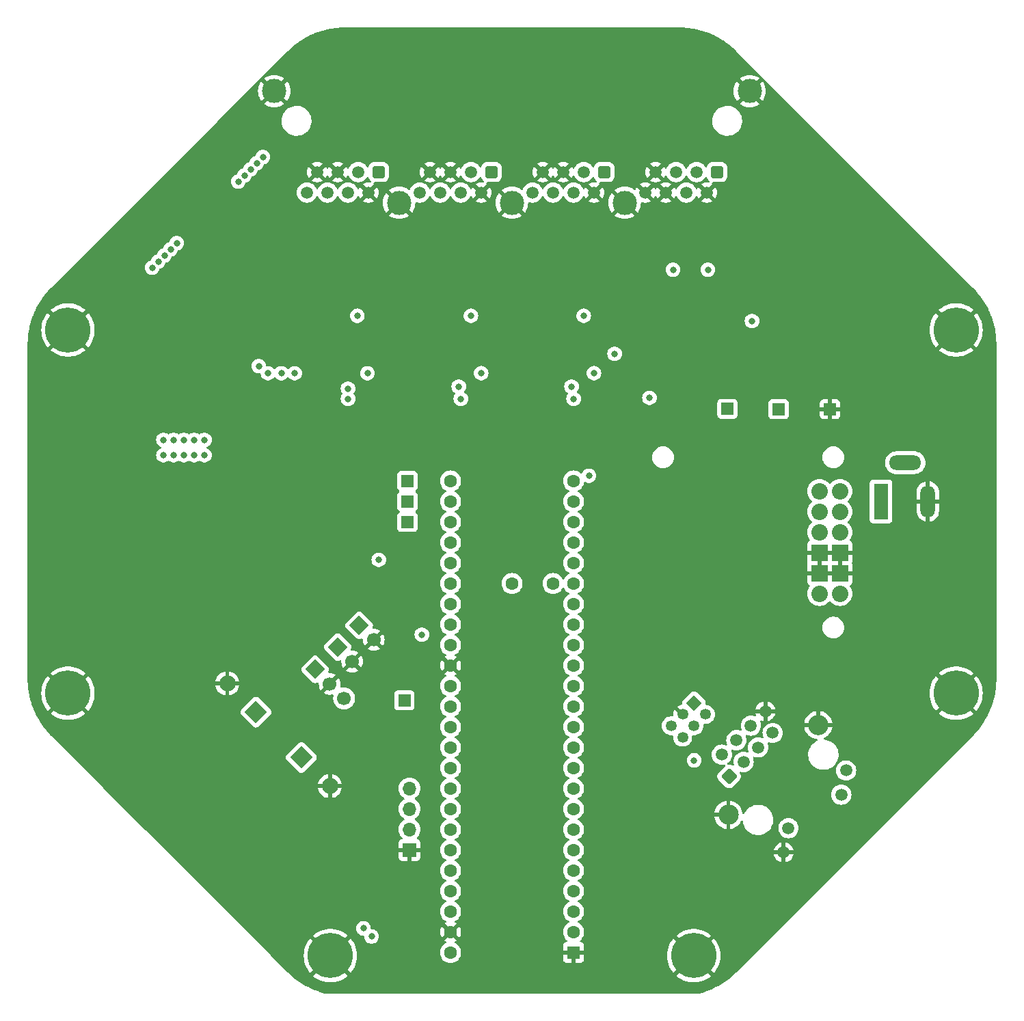
<source format=gbr>
%TF.GenerationSoftware,KiCad,Pcbnew,7.0.5-0*%
%TF.CreationDate,2024-01-08T12:29:38+01:00*%
%TF.ProjectId,mollusc_motion_board,6d6f6c6c-7573-4635-9f6d-6f74696f6e5f,rev?*%
%TF.SameCoordinates,Original*%
%TF.FileFunction,Copper,L2,Inr*%
%TF.FilePolarity,Positive*%
%FSLAX46Y46*%
G04 Gerber Fmt 4.6, Leading zero omitted, Abs format (unit mm)*
G04 Created by KiCad (PCBNEW 7.0.5-0) date 2024-01-08 12:29:38*
%MOMM*%
%LPD*%
G01*
G04 APERTURE LIST*
G04 Aperture macros list*
%AMRoundRect*
0 Rectangle with rounded corners*
0 $1 Rounding radius*
0 $2 $3 $4 $5 $6 $7 $8 $9 X,Y pos of 4 corners*
0 Add a 4 corners polygon primitive as box body*
4,1,4,$2,$3,$4,$5,$6,$7,$8,$9,$2,$3,0*
0 Add four circle primitives for the rounded corners*
1,1,$1+$1,$2,$3*
1,1,$1+$1,$4,$5*
1,1,$1+$1,$6,$7*
1,1,$1+$1,$8,$9*
0 Add four rect primitives between the rounded corners*
20,1,$1+$1,$2,$3,$4,$5,0*
20,1,$1+$1,$4,$5,$6,$7,0*
20,1,$1+$1,$6,$7,$8,$9,0*
20,1,$1+$1,$8,$9,$2,$3,0*%
%AMHorizOval*
0 Thick line with rounded ends*
0 $1 width*
0 $2 $3 position (X,Y) of the first rounded end (center of the circle)*
0 $4 $5 position (X,Y) of the second rounded end (center of the circle)*
0 Add line between two ends*
20,1,$1,$2,$3,$4,$5,0*
0 Add two circle primitives to create the rounded ends*
1,1,$1,$2,$3*
1,1,$1,$4,$5*%
%AMRotRect*
0 Rectangle, with rotation*
0 The origin of the aperture is its center*
0 $1 length*
0 $2 width*
0 $3 Rotation angle, in degrees counterclockwise*
0 Add horizontal line*
21,1,$1,$2,0,0,$3*%
G04 Aperture macros list end*
%TA.AperFunction,ComponentPad*%
%ADD10R,1.500000X1.500000*%
%TD*%
%TA.AperFunction,ComponentPad*%
%ADD11C,5.600000*%
%TD*%
%TA.AperFunction,ComponentPad*%
%ADD12RotRect,2.000000X2.000000X135.000000*%
%TD*%
%TA.AperFunction,ComponentPad*%
%ADD13C,2.000000*%
%TD*%
%TA.AperFunction,ComponentPad*%
%ADD14RotRect,1.700000X1.700000X45.000000*%
%TD*%
%TA.AperFunction,ComponentPad*%
%ADD15HorizOval,1.700000X0.000000X0.000000X0.000000X0.000000X0*%
%TD*%
%TA.AperFunction,ComponentPad*%
%ADD16R,1.700000X1.700000*%
%TD*%
%TA.AperFunction,ComponentPad*%
%ADD17O,1.700000X1.700000*%
%TD*%
%TA.AperFunction,ComponentPad*%
%ADD18C,2.040000*%
%TD*%
%TA.AperFunction,ComponentPad*%
%ADD19R,2.040000X2.040000*%
%TD*%
%TA.AperFunction,ComponentPad*%
%ADD20R,1.600000X1.600000*%
%TD*%
%TA.AperFunction,ComponentPad*%
%ADD21C,1.600000*%
%TD*%
%TA.AperFunction,ComponentPad*%
%ADD22RotRect,1.350000X1.350000X315.000000*%
%TD*%
%TA.AperFunction,ComponentPad*%
%ADD23HorizOval,1.350000X0.000000X0.000000X0.000000X0.000000X0*%
%TD*%
%TA.AperFunction,ComponentPad*%
%ADD24R,1.800000X4.400000*%
%TD*%
%TA.AperFunction,ComponentPad*%
%ADD25O,1.800000X4.000000*%
%TD*%
%TA.AperFunction,ComponentPad*%
%ADD26O,4.000000X1.800000*%
%TD*%
%TA.AperFunction,ComponentPad*%
%ADD27RoundRect,0.250500X0.499500X0.499500X-0.499500X0.499500X-0.499500X-0.499500X0.499500X-0.499500X0*%
%TD*%
%TA.AperFunction,ComponentPad*%
%ADD28C,1.500000*%
%TD*%
%TA.AperFunction,ComponentPad*%
%ADD29C,3.000000*%
%TD*%
%TA.AperFunction,ComponentPad*%
%ADD30RoundRect,0.250500X0.000000X-0.706400X0.706400X0.000000X0.000000X0.706400X-0.706400X0.000000X0*%
%TD*%
%TA.AperFunction,ComponentPad*%
%ADD31C,2.500000*%
%TD*%
%TA.AperFunction,ComponentPad*%
%ADD32RotRect,2.000000X2.000000X315.000000*%
%TD*%
%TA.AperFunction,ViaPad*%
%ADD33C,0.800000*%
%TD*%
G04 APERTURE END LIST*
D10*
%TO.N,/Vin*%
%TO.C,TP1*%
X-21980000Y-9800000D03*
%TD*%
%TO.N,GND*%
%TO.C,TP2*%
X-15616000Y-9800000D03*
%TD*%
D11*
%TO.N,GND*%
%TO.C,H3*%
X-32500000Y-77500000D03*
%TD*%
D12*
%TO.N,+5V*%
%TO.C,C15*%
X-86730992Y-47329136D03*
D13*
%TO.N,GND*%
X-90266526Y-43793602D03*
%TD*%
D11*
%TO.N,GND*%
%TO.C,H1*%
X-110000000Y0D03*
%TD*%
D14*
%TO.N,+5V*%
%TO.C,J1*%
X-79384000Y-42032600D03*
D15*
%TO.N,GND*%
X-77587949Y-43828651D03*
%TO.N,Net-(J1-Pin_3)*%
X-75791898Y-45624702D03*
%TD*%
D11*
%TO.N,GND*%
%TO.C,H2*%
X-77500000Y-77500000D03*
%TD*%
D16*
%TO.N,GND*%
%TO.C,J_I2C1*%
X-67700000Y-64410000D03*
D17*
%TO.N,+5V*%
X-67700000Y-61870000D03*
%TO.N,/I2C_SCL*%
X-67700000Y-59330000D03*
%TO.N,/I2C_SDA*%
X-67700000Y-56790000D03*
%TD*%
D18*
%TO.N,+5V*%
%TO.C,J6*%
X-16914000Y-32660000D03*
X-14374000Y-32660000D03*
D19*
%TO.N,GND*%
X-16914000Y-30120000D03*
X-14374000Y-30120000D03*
X-16914000Y-27580000D03*
X-14374000Y-27580000D03*
D18*
%TO.N,/Vin*%
X-16914000Y-25040000D03*
X-14374000Y-25040000D03*
%TO.N,+12V*%
X-16914000Y-22500000D03*
X-14374000Y-22500000D03*
%TO.N,unconnected-(J6-PG-Pad5)*%
X-16914000Y-19960000D03*
%TO.N,unconnected-(J6-EN-Pad6)*%
X-14374000Y-19960000D03*
%TD*%
D20*
%TO.N,GND*%
%TO.C,U9*%
X-47380000Y-77110000D03*
D21*
%TO.N,/STEPPER_03_DIR*%
X-47380000Y-74570000D03*
%TO.N,/STEPPER_03_PULSE*%
X-47380000Y-72030000D03*
%TO.N,/STEPPER_02_DIR*%
X-47380000Y-69490000D03*
%TO.N,/STEPPER_02_PULSE*%
X-47380000Y-66950000D03*
%TO.N,/STEPPER_01_DIR*%
X-47380000Y-64410000D03*
%TO.N,/STEPPER_01_PULSE*%
X-47380000Y-61870000D03*
%TO.N,/STEPPER_01_END*%
X-47380000Y-59330000D03*
%TO.N,/STEPPER_02_END*%
X-47380000Y-56790000D03*
%TO.N,/STEPPER_03_END*%
X-47380000Y-54250000D03*
%TO.N,/TEENSY_STEPPER_ENABLE*%
X-47380000Y-51710000D03*
%TO.N,unconnected-(U9-10_CS_MQSR-Pad12)*%
X-47380000Y-49170000D03*
%TO.N,unconnected-(U9-11_MOSI_CTX1-Pad13)*%
X-47380000Y-46630000D03*
%TO.N,unconnected-(U9-12_MISO_MQSL-Pad14)*%
X-47380000Y-44090000D03*
%TO.N,unconnected-(U9-3V3-Pad15)*%
X-47380000Y-41550000D03*
%TO.N,/NEOPIXEL_SIG*%
X-47380000Y-39010000D03*
%TO.N,unconnected-(U9-25_A11_RX6_SDA2-Pad17)*%
X-47380000Y-36470000D03*
%TO.N,unconnected-(U9-26_A12_MOSI1-Pad18)*%
X-47380000Y-33930000D03*
%TO.N,unconnected-(U9-27_A13_SCK1-Pad19)*%
X-47380000Y-31390000D03*
%TO.N,unconnected-(U9-28_RX7-Pad20)*%
X-47380000Y-28850000D03*
%TO.N,unconnected-(U9-29_TX7-Pad21)*%
X-47380000Y-26310000D03*
%TO.N,unconnected-(U9-30_CRX3-Pad22)*%
X-47380000Y-23770000D03*
%TO.N,unconnected-(U9-31_CTX3-Pad23)*%
X-47380000Y-21230000D03*
%TO.N,unconnected-(U9-32_OUT1B-Pad24)*%
X-47380000Y-18690000D03*
%TO.N,unconnected-(U9-33_MCLK2-Pad25)*%
X-62620000Y-18690000D03*
%TO.N,unconnected-(U9-34_RX8-Pad26)*%
X-62620000Y-21230000D03*
%TO.N,unconnected-(U9-35_TX8-Pad27)*%
X-62620000Y-23770000D03*
%TO.N,unconnected-(U9-36_CS-Pad28)*%
X-62620000Y-26310000D03*
%TO.N,unconnected-(U9-37_CS-Pad29)*%
X-62620000Y-28850000D03*
%TO.N,unconnected-(U9-38_CS1_IN1-Pad30)*%
X-62620000Y-31390000D03*
%TO.N,unconnected-(U9-39_MISO1_OUT1A-Pad31)*%
X-62620000Y-33930000D03*
%TO.N,unconnected-(U9-40_A16-Pad32)*%
X-62620000Y-36470000D03*
%TO.N,unconnected-(U9-41_A17-Pad33)*%
X-62620000Y-39010000D03*
%TO.N,GND*%
X-62620000Y-41550000D03*
%TO.N,unconnected-(U9-13_SCK_LED-Pad35)*%
X-62620000Y-44090000D03*
%TO.N,unconnected-(U9-14_A0_TX3_SPDIF_OUT-Pad36)*%
X-62620000Y-46630000D03*
%TO.N,unconnected-(U9-15_A1_RX3_SPDIF_IN-Pad37)*%
X-62620000Y-49170000D03*
%TO.N,Net-(U9-16_A2_RX4_SCL1)*%
X-62620000Y-51710000D03*
%TO.N,Net-(U9-17_A3_TX4_SDA1)*%
X-62620000Y-54250000D03*
%TO.N,/I2C_SDA*%
X-62620000Y-56790000D03*
%TO.N,/I2C_SCL*%
X-62620000Y-59330000D03*
%TO.N,/DYN_TX*%
X-62620000Y-61870000D03*
%TO.N,/DYN_RX*%
X-62620000Y-64410000D03*
%TO.N,/DYN_DIRECTION*%
X-62620000Y-66950000D03*
%TO.N,unconnected-(U9-23_A9_CRX1_MCLK1-Pad45)*%
X-62620000Y-69490000D03*
%TO.N,+3.3V*%
X-62620000Y-72030000D03*
%TO.N,GND*%
X-62620000Y-74570000D03*
%TO.N,+5V*%
X-62620000Y-77110000D03*
%TO.N,/BAT+*%
X-49920000Y-31390000D03*
%TO.N,/BAT-*%
X-55000000Y-31390000D03*
%TD*%
D14*
%TO.N,+5V*%
%TO.C,J8*%
X-73935561Y-36584439D03*
D15*
%TO.N,GND*%
X-72139510Y-38380490D03*
%TD*%
D10*
%TO.N,/STEPPER_03_END*%
%TO.C,TP_END_S3*%
X-67954000Y-18690000D03*
%TD*%
D14*
%TO.N,+5V*%
%TO.C,J7*%
X-76590000Y-39264000D03*
D15*
%TO.N,GND*%
X-74793949Y-41060051D03*
%TD*%
D22*
%TO.N,/ETH_TX+*%
%TO.C,J5*%
X-32464344Y-46191031D03*
D23*
%TO.N,/ETH_TX-*%
X-31050130Y-47605245D03*
%TO.N,GND*%
X-33878558Y-47605245D03*
%TO.N,Net-(J5-Pin_4)*%
X-32464344Y-49019458D03*
%TO.N,/ETH_RX-*%
X-35292771Y-49019458D03*
%TO.N,/ETH_RX+*%
X-33878558Y-50433672D03*
%TD*%
D24*
%TO.N,/Vin*%
%TO.C,J2*%
X-9294000Y-21230000D03*
D25*
%TO.N,GND*%
X-3494000Y-21230000D03*
D26*
%TO.N,unconnected-(J2-Pad3)*%
X-6294000Y-16430000D03*
%TD*%
D10*
%TO.N,/STEPPER_02_END*%
%TO.C,TP_END_S2*%
X-67954000Y-21224000D03*
%TD*%
D11*
%TO.N,GND*%
%TO.C,H4*%
X-110000000Y-45000000D03*
%TD*%
D10*
%TO.N,+3.3V*%
%TO.C,TP4*%
X-68335000Y-45868000D03*
%TD*%
%TO.N,/STEPPER_01_END*%
%TO.C,TP_END_S1*%
X-67954000Y-23770000D03*
%TD*%
D27*
%TO.N,/DynamixelConnection/DYN_DATA*%
%TO.C,J4*%
X-29610000Y19577000D03*
D28*
%TO.N,GND*%
X-30870000Y17037000D03*
%TO.N,+12V*%
X-32150000Y19577000D03*
X-33410000Y17037000D03*
X-34690000Y19577000D03*
%TO.N,GND*%
X-35950000Y17037000D03*
X-37230000Y19577000D03*
X-38490000Y17037000D03*
D27*
%TO.N,/Stepper03/SIG*%
X-43580000Y19577000D03*
D28*
%TO.N,GND*%
X-44840000Y17037000D03*
%TO.N,+3.3V*%
X-46120000Y19577000D03*
%TO.N,/Stepper03/ENA+*%
X-47380000Y17037000D03*
%TO.N,GND*%
X-48660000Y19577000D03*
%TO.N,/Stepper03/DIR+*%
X-49920000Y17037000D03*
%TO.N,GND*%
X-51200000Y19577000D03*
%TO.N,/Stepper03/PUL+*%
X-52460000Y17037000D03*
D27*
%TO.N,/Stepper02/SIG*%
X-57550000Y19577000D03*
D28*
%TO.N,GND*%
X-58810000Y17037000D03*
%TO.N,+3.3V*%
X-60090000Y19577000D03*
%TO.N,/Stepper02/ENA+*%
X-61350000Y17037000D03*
%TO.N,GND*%
X-62630000Y19577000D03*
%TO.N,/Stepper02/DIR+*%
X-63890000Y17037000D03*
%TO.N,GND*%
X-65170000Y19577000D03*
%TO.N,/Stepper02/PUL+*%
X-66430000Y17037000D03*
D27*
%TO.N,/Stepper01/SIG*%
X-71520000Y19577000D03*
D28*
%TO.N,GND*%
X-72780000Y17037000D03*
%TO.N,+3.3V*%
X-74060000Y19577000D03*
%TO.N,/Stepper01/ENA+*%
X-75320000Y17037000D03*
%TO.N,GND*%
X-76600000Y19577000D03*
%TO.N,/Stepper01/DIR+*%
X-77860000Y17037000D03*
%TO.N,GND*%
X-79140000Y19577000D03*
%TO.N,/Stepper01/PUL+*%
X-80400000Y17037000D03*
D29*
%TO.N,GND*%
X-25560000Y29607000D03*
X-41040000Y15767000D03*
X-55010000Y15767000D03*
X-68980000Y15767000D03*
X-84460000Y29607000D03*
%TD*%
D10*
%TO.N,+5V*%
%TO.C,TP3*%
X-28316000Y-9765000D03*
%TD*%
D30*
%TO.N,/ETH_TX+*%
%TO.C,J3*%
X-28112102Y-55302102D03*
D28*
%TO.N,Net-(C19-Pad1)*%
X-29010128Y-52608025D03*
%TO.N,/ETH_TX-*%
X-26316051Y-53506051D03*
%TO.N,/ETH_RX+*%
X-27214076Y-50811974D03*
%TO.N,Net-(C19-Pad1)*%
X-24520000Y-51710000D03*
%TO.N,/ETH_RX-*%
X-25418025Y-49015923D03*
%TO.N,unconnected-(J3-Pad7)*%
X-22723948Y-49913948D03*
%TO.N,GND*%
X-23621974Y-47219871D03*
X-21359232Y-64713693D03*
%TO.N,Net-(J5-Pin_4)*%
X-20765263Y-61715561D03*
%TO.N,unconnected-(J3-Pad11)*%
X-14210383Y-57564844D03*
%TO.N,unconnected-(J3-Pad12)*%
X-13616413Y-54566711D03*
D31*
%TO.N,GND*%
X-28204026Y-60060931D03*
X-17067094Y-48923999D03*
%TD*%
D32*
%TO.N,+5V*%
%TO.C,C18*%
X-81099136Y-52960992D03*
D13*
%TO.N,GND*%
X-77563602Y-56496526D03*
%TD*%
D11*
%TO.N,GND*%
%TO.C,H5*%
X0Y0D03*
%TD*%
%TO.N,GND*%
%TO.C,H6*%
X0Y-45000000D03*
%TD*%
D33*
%TO.N,GND*%
X-67999000Y-70976000D03*
X-72599000Y-69576000D03*
X-58799000Y-58776000D03*
X-58799000Y-56576000D03*
X-58799000Y-54176000D03*
X-57999000Y-39176000D03*
X-57999000Y-41176000D03*
X-52399000Y-41176000D03*
X-52399000Y-39176000D03*
X-52399000Y-36176000D03*
X-52399000Y-33976000D03*
X-57999000Y-33976000D03*
X-57999000Y-36176000D03*
X-57999000Y-18176000D03*
X-57999000Y-20976000D03*
X-57999000Y-23576000D03*
X-52399000Y-23576000D03*
X-52399000Y-20976000D03*
X-52399000Y-18176000D03*
X-28399000Y1824000D03*
X-34199000Y824000D03*
X-31999000Y3224000D03*
X-61999000Y824000D03*
X-20399000Y22024000D03*
X-16199000Y3624000D03*
X-15199000Y3624000D03*
X-12999000Y13424000D03*
X-14999000Y13424000D03*
X-26799000Y10224000D03*
X-25799000Y4224000D03*
X-21199000Y-2376000D03*
X-21199000Y-776000D03*
X-21199000Y624000D03*
X-24399000Y-17376000D03*
X-31599000Y-22976000D03*
X-27999000Y-40176000D03*
X-73999000Y-27976000D03*
X-80599000Y-18376000D03*
X-75199000Y-11376000D03*
X-71599000Y-8376000D03*
X-76599000Y-3176000D03*
X-48599000Y15624000D03*
X-51199000Y15624000D03*
X-62599000Y15624000D03*
X-65199000Y15624000D03*
X-76599000Y15624000D03*
X-76599000Y6624000D03*
X-80399000Y2424000D03*
X-71399000Y624000D03*
X-71399000Y3024000D03*
X-65799000Y824000D03*
X-68999000Y3024000D03*
X-57399000Y624000D03*
X-57399000Y3024000D03*
X-62599000Y2824000D03*
X-66399000Y2824000D03*
X-44799000Y2824000D03*
X-44799000Y824000D03*
X-51799000Y624000D03*
X-49399000Y824000D03*
X-48599000Y2824000D03*
X-52399000Y2824000D03*
X-48199000Y-3376000D03*
X-39199000Y1224000D03*
X-31199000Y-4176000D03*
X-37999000Y-2976000D03*
X-26399000Y-376000D03*
X-37399000Y2824000D03*
X-37399000Y7224000D03*
X-32799000Y7024000D03*
X-26799000Y8624000D03*
X-14199000Y3624000D03*
X-13999000Y13424000D03*
X-27399000Y-4776000D03*
X-81799000Y-75776000D03*
X-99799000Y-58576000D03*
X-83199000Y-21376000D03*
X-78799000Y-21376000D03*
X-95149000Y5874000D03*
X-93399000Y5874000D03*
X-87399000Y5874000D03*
X-89149000Y5874000D03*
X-54399000Y-1876000D03*
X-53149000Y-7626000D03*
X-66399000Y-8376000D03*
X-68399000Y-1126000D03*
%TO.N,+5V*%
X-72399000Y-75126000D03*
X-73399000Y-74126000D03*
%TO.N,GND*%
X-52399000Y6374000D03*
X-48649000Y6374000D03*
X-80649000Y6624000D03*
X-72899000Y6624000D03*
X-79149000Y15624000D03*
X-76399000Y1874000D03*
X-45399000Y7124000D03*
X-72899000Y10624000D03*
X-58899000Y10624000D03*
X-44899000Y10624000D03*
%TO.N,+5V*%
X-83575000Y-5355000D03*
X-44850000Y-5345000D03*
X-86369000Y-4466000D03*
X-25282000Y1122000D03*
X-30743000Y7472000D03*
X-72907000Y-5355000D03*
X-58820000Y-5345000D03*
X-85226000Y-5355000D03*
X-81924000Y-5355000D03*
%TO.N,GND*%
X-62402035Y-3232035D03*
X-62620000Y6456000D03*
X-59064000Y6456000D03*
X-66430000Y6456000D03*
X-40522000Y2646000D03*
%TO.N,+3.3V*%
X-98053000Y9250000D03*
X-85861000Y21442000D03*
X-88909000Y18394000D03*
X-99577000Y7726000D03*
X-96529000Y10774000D03*
X-88147000Y19156000D03*
X-98815000Y8488000D03*
X-86623000Y20680000D03*
X-97291000Y10012000D03*
X-71510000Y-28469000D03*
X-87385000Y19918000D03*
%TO.N,/STEPPER_01_PULSE*%
X-75320000Y-8530000D03*
%TO.N,/STEPPER_01_DIR*%
X-75320000Y-7260000D03*
%TO.N,/TEENSY_STEPPER_ENABLE*%
X-60090000Y1767000D03*
X-45475000Y-18055000D03*
X-46120000Y1767000D03*
X-42300000Y-2942000D03*
X-74158441Y1767000D03*
%TO.N,/STEPPER_02_DIR*%
X-61604000Y-7006000D03*
%TO.N,/STEPPER_02_PULSE*%
X-61350000Y-8530000D03*
%TO.N,/STEPPER_03_PULSE*%
X-47380000Y-8530000D03*
%TO.N,/STEPPER_03_DIR*%
X-47634000Y-7006000D03*
%TO.N,/DYN_DIRECTION*%
X-35061000Y7472000D03*
X-37982000Y-8403000D03*
%TO.N,/BAT+*%
X-98180000Y-13610000D03*
X-96910000Y-13610000D03*
X-95640000Y-13610000D03*
X-93100000Y-13610000D03*
X-94370000Y-13610000D03*
%TO.N,/BAT-*%
X-98180000Y-15515000D03*
X-94370000Y-15515000D03*
X-95640000Y-15515000D03*
X-96910000Y-15515000D03*
X-93100000Y-15515000D03*
%TO.N,/NEOPIXEL_SIG*%
X-66176000Y-37740000D03*
%TO.N,Net-(J5-Pin_4)*%
X-32441716Y-53307354D03*
%TD*%
%TA.AperFunction,Conductor*%
%TO.N,GND*%
G36*
X-14842682Y-29905960D02*
G01*
X-14884000Y-30046673D01*
X-14884000Y-30193327D01*
X-14842682Y-30334040D01*
X-14819572Y-30370000D01*
X-16468428Y-30370000D01*
X-16445318Y-30334040D01*
X-16404000Y-30193327D01*
X-16404000Y-30046673D01*
X-16445318Y-29905960D01*
X-16468428Y-29870000D01*
X-14819572Y-29870000D01*
X-14842682Y-29905960D01*
G37*
%TD.AperFunction*%
%TA.AperFunction,Conductor*%
G36*
X-16664000Y-29673505D02*
G01*
X-16768839Y-29625627D01*
X-16877527Y-29610000D01*
X-16950473Y-29610000D01*
X-17059161Y-29625627D01*
X-17164000Y-29673505D01*
X-17164000Y-28026494D01*
X-17059161Y-28074373D01*
X-16950473Y-28090000D01*
X-16877527Y-28090000D01*
X-16768839Y-28074373D01*
X-16664000Y-28026494D01*
X-16664000Y-29673505D01*
G37*
%TD.AperFunction*%
%TA.AperFunction,Conductor*%
G36*
X-14124000Y-29673505D02*
G01*
X-14228839Y-29625627D01*
X-14337527Y-29610000D01*
X-14410473Y-29610000D01*
X-14519161Y-29625627D01*
X-14624000Y-29673505D01*
X-14624000Y-28026494D01*
X-14519161Y-28074373D01*
X-14410473Y-28090000D01*
X-14337527Y-28090000D01*
X-14228839Y-28074373D01*
X-14124000Y-28026494D01*
X-14124000Y-29673505D01*
G37*
%TD.AperFunction*%
%TA.AperFunction,Conductor*%
G36*
X-14842682Y-27365960D02*
G01*
X-14884000Y-27506673D01*
X-14884000Y-27653327D01*
X-14842682Y-27794040D01*
X-14819572Y-27830000D01*
X-16468428Y-27830000D01*
X-16445318Y-27794040D01*
X-16404000Y-27653327D01*
X-16404000Y-27506673D01*
X-16445318Y-27365960D01*
X-16468428Y-27330000D01*
X-14819572Y-27330000D01*
X-14842682Y-27365960D01*
G37*
%TD.AperFunction*%
%TA.AperFunction,Conductor*%
G36*
X-34288420Y37499473D02*
G01*
X-34093103Y37493572D01*
X-34092797Y37493471D01*
X-34092795Y37493563D01*
X-34092423Y37493551D01*
X-33669498Y37479696D01*
X-33665994Y37479480D01*
X-33387792Y37454200D01*
X-33042514Y37420193D01*
X-33039338Y37419796D01*
X-32747421Y37375368D01*
X-32420476Y37321390D01*
X-32417590Y37320842D01*
X-32122505Y37257499D01*
X-31805760Y37183645D01*
X-31803211Y37182992D01*
X-31509912Y37101230D01*
X-31508834Y37100916D01*
X-31200712Y37007449D01*
X-31198576Y37006756D01*
X-30952001Y36921669D01*
X-30909445Y36906984D01*
X-30907850Y36906410D01*
X-30607737Y36793455D01*
X-30605913Y36792735D01*
X-30322885Y36675501D01*
X-30321125Y36674737D01*
X-30029048Y36542400D01*
X-30027578Y36541710D01*
X-29752498Y36407773D01*
X-29750473Y36406739D01*
X-29581298Y36316314D01*
X-29466694Y36255056D01*
X-29465463Y36254380D01*
X-29394895Y36214580D01*
X-29200335Y36104848D01*
X-29198124Y36103539D01*
X-28921892Y35931768D01*
X-28875704Y35901905D01*
X-28668447Y35767904D01*
X-28666013Y35766247D01*
X-28491937Y35641506D01*
X-28396706Y35573264D01*
X-28376759Y35558587D01*
X-28158834Y35398235D01*
X-28156291Y35396258D01*
X-27912348Y35196060D01*
X-27888169Y35176217D01*
X-27673547Y34997353D01*
X-27670857Y34994975D01*
X-27358944Y34702838D01*
X-27358963Y34702818D01*
X-27358718Y34702626D01*
X-27219628Y34571696D01*
X-27218318Y34570424D01*
X2070051Y5282055D01*
X2071324Y5280744D01*
X2208273Y5135260D01*
X2494627Y4829537D01*
X2496995Y4826857D01*
X2678883Y4608606D01*
X2895876Y4344200D01*
X2897888Y4341612D01*
X3074724Y4101284D01*
X3265866Y3834544D01*
X3267535Y3832093D01*
X3432731Y3576587D01*
X3603134Y3302555D01*
X3604486Y3300273D01*
X3755034Y3033344D01*
X3755710Y3032113D01*
X3906358Y2750271D01*
X3907422Y2748186D01*
X3984164Y2590573D01*
X4019096Y2518829D01*
X4042164Y2471453D01*
X4042894Y2469899D01*
X4174327Y2179818D01*
X4175134Y2177957D01*
X4293088Y1893190D01*
X4293834Y1891303D01*
X4406009Y1593257D01*
X4406591Y1591642D01*
X4506993Y1300686D01*
X4507715Y1298459D01*
X4600488Y992625D01*
X4600880Y991276D01*
X4683165Y696105D01*
X4683823Y693534D01*
X4757122Y379170D01*
X4820958Y81783D01*
X4821511Y78870D01*
X4874979Y-244987D01*
X4919860Y-539875D01*
X4920267Y-543127D01*
X4953807Y-883661D01*
X4979507Y-1166479D01*
X4979728Y-1170062D01*
X4993299Y-1584648D01*
X4999472Y-1788943D01*
X4999500Y-1790779D01*
X4999500Y-43209756D01*
X4999472Y-43211581D01*
X4998286Y-43250861D01*
X4993461Y-43410543D01*
X4979739Y-43829998D01*
X4979518Y-43833583D01*
X4953848Y-44116059D01*
X4920279Y-44456893D01*
X4919872Y-44460145D01*
X4875016Y-44754870D01*
X4821515Y-45078920D01*
X4820962Y-45081833D01*
X4757161Y-45379055D01*
X4683825Y-45693571D01*
X4683168Y-45696141D01*
X4600915Y-45991197D01*
X4600522Y-45992545D01*
X4507709Y-46298510D01*
X4506987Y-46300737D01*
X4406626Y-46591571D01*
X4406044Y-46593186D01*
X4293820Y-46891357D01*
X4293074Y-46893244D01*
X4175167Y-47177896D01*
X4174360Y-47179758D01*
X4042868Y-47469962D01*
X4042138Y-47471516D01*
X3907452Y-47748133D01*
X3906388Y-47750218D01*
X3755671Y-48032188D01*
X3754995Y-48033419D01*
X3604520Y-48300215D01*
X3603167Y-48302498D01*
X3432638Y-48576730D01*
X3267560Y-48832051D01*
X3265890Y-48834503D01*
X3074597Y-49101448D01*
X2897921Y-49341556D01*
X2895910Y-49344144D01*
X2678595Y-49608941D01*
X2497025Y-49826807D01*
X2494648Y-49829497D01*
X2210293Y-50133097D01*
X2071056Y-50281009D01*
X2069752Y-50282353D01*
X-27217946Y-79570050D01*
X-27219290Y-79571355D01*
X-27364853Y-79708379D01*
X-27670454Y-79994617D01*
X-27673145Y-79996995D01*
X-27891396Y-80178883D01*
X-28155802Y-80395876D01*
X-28158390Y-80397888D01*
X-28398718Y-80574724D01*
X-28665458Y-80765866D01*
X-28667909Y-80767535D01*
X-28923415Y-80932731D01*
X-29197447Y-81103134D01*
X-29199729Y-81104486D01*
X-29466658Y-81255034D01*
X-29467889Y-81255710D01*
X-29749731Y-81406358D01*
X-29751816Y-81407422D01*
X-30028549Y-81542164D01*
X-30030103Y-81542894D01*
X-30320184Y-81674327D01*
X-30322045Y-81675134D01*
X-30606812Y-81793088D01*
X-30608699Y-81793834D01*
X-30906745Y-81906009D01*
X-30908360Y-81906591D01*
X-31199316Y-82006993D01*
X-31201543Y-82007715D01*
X-31507377Y-82100488D01*
X-31508726Y-82100880D01*
X-31803897Y-82183165D01*
X-31806462Y-82183822D01*
X-31819053Y-82186758D01*
X-31847220Y-82190000D01*
X-78152716Y-82190000D01*
X-78180872Y-82186761D01*
X-78191386Y-82184310D01*
X-78194216Y-82183649D01*
X-78196783Y-82182993D01*
X-78489978Y-82101259D01*
X-78491327Y-82100866D01*
X-78799251Y-82007459D01*
X-78801479Y-82006737D01*
X-79090557Y-81906982D01*
X-79092172Y-81906400D01*
X-79392215Y-81793473D01*
X-79394102Y-81792727D01*
X-79677072Y-81675518D01*
X-79678933Y-81674711D01*
X-79970905Y-81542421D01*
X-79972459Y-81541691D01*
X-80247467Y-81407790D01*
X-80249552Y-81406725D01*
X-80533308Y-81255054D01*
X-80534539Y-81254378D01*
X-80799644Y-81104860D01*
X-80801905Y-81103521D01*
X-81078089Y-80931779D01*
X-81331555Y-80767902D01*
X-81334006Y-80766233D01*
X-81603296Y-80573262D01*
X-81762337Y-80456239D01*
X-81841157Y-80398242D01*
X-81843721Y-80396249D01*
X-81921229Y-80332639D01*
X-82111832Y-80176215D01*
X-82277552Y-80038107D01*
X-82326464Y-79997344D01*
X-82329145Y-79994974D01*
X-82640898Y-79702986D01*
X-82641063Y-79702706D01*
X-82641125Y-79702773D01*
X-82780392Y-79571676D01*
X-82781736Y-79570371D01*
X-84852105Y-77500002D01*
X-80804847Y-77500002D01*
X-80785474Y-77857314D01*
X-80785473Y-77857331D01*
X-80727585Y-78210431D01*
X-80727579Y-78210457D01*
X-80631853Y-78555232D01*
X-80631851Y-78555239D01*
X-80499403Y-78887659D01*
X-80499394Y-78887677D01*
X-80331782Y-79203827D01*
X-80130967Y-79500007D01*
X-80003559Y-79650003D01*
X-80003558Y-79650004D01*
X-78797734Y-78444180D01*
X-78634870Y-78634870D01*
X-78444182Y-78797732D01*
X-79652745Y-80006295D01*
X-79652744Y-80006296D01*
X-79639515Y-80018828D01*
X-79639514Y-80018829D01*
X-79354633Y-80235388D01*
X-79354630Y-80235390D01*
X-79048010Y-80419876D01*
X-78723261Y-80570122D01*
X-78723256Y-80570123D01*
X-78384145Y-80684383D01*
X-78034661Y-80761311D01*
X-77678925Y-80799999D01*
X-77678915Y-80800000D01*
X-77321085Y-80800000D01*
X-77321076Y-80799999D01*
X-76965340Y-80761311D01*
X-76615856Y-80684383D01*
X-76276745Y-80570123D01*
X-76276740Y-80570122D01*
X-75951991Y-80419876D01*
X-75645371Y-80235390D01*
X-75645368Y-80235388D01*
X-75360496Y-80018836D01*
X-75347258Y-80006294D01*
X-76555820Y-78797733D01*
X-76365130Y-78634870D01*
X-76202267Y-78444180D01*
X-74996444Y-79650003D01*
X-74869036Y-79500008D01*
X-74869025Y-79499994D01*
X-74668219Y-79203827D01*
X-74500607Y-78887677D01*
X-74500598Y-78887659D01*
X-74368150Y-78555239D01*
X-74368148Y-78555232D01*
X-74272422Y-78210457D01*
X-74272416Y-78210431D01*
X-74214528Y-77857331D01*
X-74214527Y-77857314D01*
X-74195153Y-77500002D01*
X-74195153Y-77499997D01*
X-74214527Y-77142685D01*
X-74214528Y-77142668D01*
X-74219884Y-77110001D01*
X-63925468Y-77110001D01*
X-63905636Y-77336686D01*
X-63905634Y-77336697D01*
X-63846742Y-77556488D01*
X-63846739Y-77556497D01*
X-63750569Y-77762732D01*
X-63750568Y-77762734D01*
X-63620046Y-77949141D01*
X-63459142Y-78110045D01*
X-63459139Y-78110047D01*
X-63272734Y-78240568D01*
X-63066496Y-78336739D01*
X-62846692Y-78395635D01*
X-62684770Y-78409801D01*
X-62620002Y-78415468D01*
X-62620000Y-78415468D01*
X-62619998Y-78415468D01*
X-62557489Y-78409999D01*
X-62393308Y-78395635D01*
X-62173504Y-78336739D01*
X-61967266Y-78240568D01*
X-61780861Y-78110047D01*
X-61619953Y-77949139D01*
X-61489432Y-77762734D01*
X-61393261Y-77556496D01*
X-61334365Y-77336692D01*
X-61314532Y-77110000D01*
X-61334365Y-76883308D01*
X-61393261Y-76663504D01*
X-61489432Y-76457266D01*
X-61619953Y-76270861D01*
X-61619955Y-76270858D01*
X-61780859Y-76109954D01*
X-61967265Y-75979433D01*
X-61967264Y-75979433D01*
X-61967266Y-75979432D01*
X-62025868Y-75952105D01*
X-62078306Y-75905933D01*
X-62097457Y-75838739D01*
X-62077241Y-75771858D01*
X-62025865Y-75727341D01*
X-61967518Y-75700133D01*
X-61894528Y-75649025D01*
X-62448432Y-75095121D01*
X-62331542Y-75044349D01*
X-62214261Y-74948934D01*
X-62127072Y-74825415D01*
X-62096646Y-74739801D01*
X-61540975Y-75295472D01*
X-61489864Y-75222478D01*
X-61393736Y-75016331D01*
X-61393731Y-75016317D01*
X-61334861Y-74796610D01*
X-61334859Y-74796599D01*
X-61315034Y-74570002D01*
X-61315034Y-74569997D01*
X-61334859Y-74343400D01*
X-61334861Y-74343389D01*
X-61393731Y-74123682D01*
X-61393735Y-74123673D01*
X-61489867Y-73917516D01*
X-61489869Y-73917512D01*
X-61540974Y-73844526D01*
X-61540975Y-73844526D01*
X-62094071Y-74397622D01*
X-62096884Y-74384085D01*
X-62166442Y-74249844D01*
X-62269638Y-74139348D01*
X-62398819Y-74060791D01*
X-62450004Y-74046449D01*
X-61894528Y-73490974D01*
X-61894529Y-73490973D01*
X-61967517Y-73439866D01*
X-61967519Y-73439865D01*
X-62025867Y-73412657D01*
X-62078306Y-73366484D01*
X-62097458Y-73299291D01*
X-62077242Y-73232410D01*
X-62025871Y-73187895D01*
X-61967266Y-73160568D01*
X-61780861Y-73030047D01*
X-61619953Y-72869139D01*
X-61489432Y-72682734D01*
X-61393261Y-72476496D01*
X-61334365Y-72256692D01*
X-61314532Y-72030000D01*
X-61334365Y-71803308D01*
X-61393261Y-71583504D01*
X-61489432Y-71377266D01*
X-61619953Y-71190861D01*
X-61619955Y-71190858D01*
X-61780859Y-71029954D01*
X-61967266Y-70899432D01*
X-61967272Y-70899429D01*
X-62025275Y-70872382D01*
X-62077715Y-70826210D01*
X-62096867Y-70759017D01*
X-62076652Y-70692135D01*
X-62025275Y-70647618D01*
X-61967266Y-70620568D01*
X-61780861Y-70490047D01*
X-61619953Y-70329139D01*
X-61489432Y-70142734D01*
X-61393261Y-69936496D01*
X-61334365Y-69716692D01*
X-61314532Y-69490000D01*
X-61334365Y-69263308D01*
X-61393261Y-69043504D01*
X-61489432Y-68837266D01*
X-61619953Y-68650861D01*
X-61619955Y-68650858D01*
X-61780859Y-68489954D01*
X-61967266Y-68359432D01*
X-61967272Y-68359429D01*
X-62025275Y-68332382D01*
X-62077715Y-68286210D01*
X-62096867Y-68219017D01*
X-62076652Y-68152135D01*
X-62025275Y-68107618D01*
X-61967266Y-68080568D01*
X-61780861Y-67950047D01*
X-61619953Y-67789139D01*
X-61489432Y-67602734D01*
X-61393261Y-67396496D01*
X-61334365Y-67176692D01*
X-61314532Y-66950000D01*
X-61334365Y-66723308D01*
X-61393261Y-66503504D01*
X-61489432Y-66297266D01*
X-61619953Y-66110861D01*
X-61619955Y-66110858D01*
X-61780859Y-65949954D01*
X-61967266Y-65819432D01*
X-61967272Y-65819429D01*
X-62025275Y-65792382D01*
X-62077715Y-65746210D01*
X-62096867Y-65679017D01*
X-62076652Y-65612135D01*
X-62025275Y-65567618D01*
X-61967266Y-65540568D01*
X-61780861Y-65410047D01*
X-61619953Y-65249139D01*
X-61489432Y-65062734D01*
X-61393261Y-64856496D01*
X-61334365Y-64636692D01*
X-61314532Y-64410000D01*
X-61334365Y-64183308D01*
X-61393261Y-63963504D01*
X-61489432Y-63757266D01*
X-61619953Y-63570861D01*
X-61619955Y-63570858D01*
X-61780859Y-63409954D01*
X-61967266Y-63279432D01*
X-61967272Y-63279429D01*
X-62025275Y-63252382D01*
X-62077715Y-63206210D01*
X-62096867Y-63139017D01*
X-62076652Y-63072135D01*
X-62025275Y-63027618D01*
X-61967266Y-63000568D01*
X-61780861Y-62870047D01*
X-61619953Y-62709139D01*
X-61489432Y-62522734D01*
X-61393261Y-62316496D01*
X-61334365Y-62096692D01*
X-61314532Y-61870000D01*
X-61334365Y-61643308D01*
X-61392663Y-61425735D01*
X-61393259Y-61423511D01*
X-61393262Y-61423502D01*
X-61489432Y-61217267D01*
X-61489433Y-61217265D01*
X-61619955Y-61030858D01*
X-61780859Y-60869954D01*
X-61967266Y-60739432D01*
X-61967272Y-60739429D01*
X-62025275Y-60712382D01*
X-62077715Y-60666210D01*
X-62096867Y-60599017D01*
X-62076652Y-60532135D01*
X-62025275Y-60487618D01*
X-62018764Y-60484582D01*
X-61967266Y-60460568D01*
X-61780861Y-60330047D01*
X-61619953Y-60169139D01*
X-61489432Y-59982734D01*
X-61393261Y-59776496D01*
X-61334365Y-59556692D01*
X-61314532Y-59330000D01*
X-61334365Y-59103308D01*
X-61393261Y-58883504D01*
X-61489432Y-58677266D01*
X-61619953Y-58490861D01*
X-61619955Y-58490858D01*
X-61780859Y-58329954D01*
X-61967265Y-58199433D01*
X-61967264Y-58199433D01*
X-61967266Y-58199432D01*
X-62025278Y-58172380D01*
X-62077716Y-58126208D01*
X-62096867Y-58059014D01*
X-62076651Y-57992133D01*
X-62025279Y-57947619D01*
X-61967266Y-57920568D01*
X-61780861Y-57790047D01*
X-61619953Y-57629139D01*
X-61489432Y-57442734D01*
X-61393261Y-57236496D01*
X-61334365Y-57016692D01*
X-61314532Y-56790000D01*
X-61317335Y-56757967D01*
X-61330871Y-56603246D01*
X-61334365Y-56563308D01*
X-61393261Y-56343504D01*
X-61489432Y-56137266D01*
X-61619953Y-55950861D01*
X-61619955Y-55950858D01*
X-61780859Y-55789954D01*
X-61967265Y-55659433D01*
X-61967264Y-55659433D01*
X-61967266Y-55659432D01*
X-62025278Y-55632380D01*
X-62077716Y-55586208D01*
X-62096867Y-55519014D01*
X-62076651Y-55452133D01*
X-62025279Y-55407619D01*
X-61967266Y-55380568D01*
X-61780861Y-55250047D01*
X-61619953Y-55089139D01*
X-61489432Y-54902734D01*
X-61393261Y-54696496D01*
X-61334365Y-54476692D01*
X-61314532Y-54250000D01*
X-61334365Y-54023308D01*
X-61393261Y-53803504D01*
X-61489432Y-53597266D01*
X-61619953Y-53410861D01*
X-61619955Y-53410858D01*
X-61780859Y-53249954D01*
X-61967265Y-53119433D01*
X-61967264Y-53119433D01*
X-61967266Y-53119432D01*
X-62025278Y-53092380D01*
X-62077716Y-53046208D01*
X-62096867Y-52979014D01*
X-62076651Y-52912133D01*
X-62025279Y-52867619D01*
X-61967266Y-52840568D01*
X-61780861Y-52710047D01*
X-61619953Y-52549139D01*
X-61489432Y-52362734D01*
X-61393261Y-52156496D01*
X-61334365Y-51936692D01*
X-61314532Y-51710000D01*
X-61334365Y-51483308D01*
X-61387983Y-51283200D01*
X-61393259Y-51263511D01*
X-61393262Y-51263502D01*
X-61409353Y-51228995D01*
X-61489432Y-51057266D01*
X-61597363Y-50903123D01*
X-61619955Y-50870858D01*
X-61780859Y-50709954D01*
X-61967266Y-50579432D01*
X-61967272Y-50579429D01*
X-61994962Y-50566517D01*
X-62025276Y-50552381D01*
X-62077715Y-50506210D01*
X-62096867Y-50439017D01*
X-62076652Y-50372135D01*
X-62025275Y-50327618D01*
X-61967266Y-50300568D01*
X-61780861Y-50170047D01*
X-61619953Y-50009139D01*
X-61489432Y-49822734D01*
X-61393261Y-49616496D01*
X-61334365Y-49396692D01*
X-61314532Y-49170000D01*
X-61334365Y-48943308D01*
X-61393261Y-48723504D01*
X-61489432Y-48517266D01*
X-61619953Y-48330861D01*
X-61619955Y-48330858D01*
X-61780859Y-48169954D01*
X-61967266Y-48039432D01*
X-61967272Y-48039429D01*
X-62025275Y-48012382D01*
X-62077715Y-47966210D01*
X-62096867Y-47899017D01*
X-62076652Y-47832135D01*
X-62025275Y-47787618D01*
X-61967266Y-47760568D01*
X-61780861Y-47630047D01*
X-61619953Y-47469139D01*
X-61489432Y-47282734D01*
X-61393261Y-47076496D01*
X-61334365Y-46856692D01*
X-61314532Y-46630000D01*
X-61318453Y-46585188D01*
X-61324936Y-46511087D01*
X-61334365Y-46403308D01*
X-61393261Y-46183504D01*
X-61489432Y-45977266D01*
X-61619953Y-45790861D01*
X-61619955Y-45790858D01*
X-61780859Y-45629954D01*
X-61967266Y-45499432D01*
X-61967272Y-45499429D01*
X-62025275Y-45472382D01*
X-62077715Y-45426210D01*
X-62096867Y-45359017D01*
X-62076652Y-45292135D01*
X-62025275Y-45247618D01*
X-61967266Y-45220568D01*
X-61780861Y-45090047D01*
X-61619953Y-44929139D01*
X-61489432Y-44742734D01*
X-61393261Y-44536496D01*
X-61334365Y-44316692D01*
X-61314532Y-44090000D01*
X-61334365Y-43863308D01*
X-61383256Y-43680843D01*
X-61393259Y-43643511D01*
X-61393262Y-43643502D01*
X-61403086Y-43622434D01*
X-61489432Y-43437266D01*
X-61619953Y-43250861D01*
X-61619955Y-43250858D01*
X-61780859Y-43089954D01*
X-61967265Y-42959433D01*
X-61967264Y-42959433D01*
X-61967266Y-42959432D01*
X-62025868Y-42932105D01*
X-62078306Y-42885933D01*
X-62097457Y-42818739D01*
X-62077241Y-42751858D01*
X-62025865Y-42707341D01*
X-61967518Y-42680133D01*
X-61894528Y-42629025D01*
X-62448432Y-42075121D01*
X-62331542Y-42024349D01*
X-62214261Y-41928934D01*
X-62127072Y-41805415D01*
X-62096646Y-41719801D01*
X-61540975Y-42275472D01*
X-61489864Y-42202478D01*
X-61393736Y-41996331D01*
X-61393731Y-41996317D01*
X-61334861Y-41776610D01*
X-61334859Y-41776599D01*
X-61315034Y-41550002D01*
X-61315034Y-41549997D01*
X-61334859Y-41323400D01*
X-61334861Y-41323389D01*
X-61393731Y-41103682D01*
X-61393735Y-41103673D01*
X-61489867Y-40897516D01*
X-61489869Y-40897512D01*
X-61540974Y-40824526D01*
X-61540975Y-40824526D01*
X-62094071Y-41377622D01*
X-62096884Y-41364085D01*
X-62166442Y-41229844D01*
X-62269638Y-41119348D01*
X-62398819Y-41040791D01*
X-62450005Y-41026449D01*
X-61894528Y-40470973D01*
X-61967517Y-40419866D01*
X-61967519Y-40419865D01*
X-62025867Y-40392657D01*
X-62078306Y-40346484D01*
X-62097458Y-40279291D01*
X-62077242Y-40212410D01*
X-62025871Y-40167895D01*
X-61967266Y-40140568D01*
X-61780861Y-40010047D01*
X-61619953Y-39849139D01*
X-61489432Y-39662734D01*
X-61393261Y-39456496D01*
X-61334365Y-39236692D01*
X-61314532Y-39010000D01*
X-61334365Y-38783308D01*
X-61393261Y-38563504D01*
X-61489432Y-38357266D01*
X-61591219Y-38211898D01*
X-61619955Y-38170858D01*
X-61780859Y-38009954D01*
X-61967266Y-37879432D01*
X-61967272Y-37879429D01*
X-62025275Y-37852382D01*
X-62077715Y-37806210D01*
X-62096867Y-37739017D01*
X-62076652Y-37672135D01*
X-62025275Y-37627618D01*
X-61967266Y-37600568D01*
X-61780861Y-37470047D01*
X-61619953Y-37309139D01*
X-61489432Y-37122734D01*
X-61393261Y-36916496D01*
X-61334365Y-36696692D01*
X-61314532Y-36470000D01*
X-61316984Y-36441979D01*
X-61332521Y-36264389D01*
X-61334365Y-36243308D01*
X-61393261Y-36023504D01*
X-61489432Y-35817266D01*
X-61619953Y-35630861D01*
X-61619955Y-35630858D01*
X-61780859Y-35469954D01*
X-61967266Y-35339432D01*
X-61967272Y-35339429D01*
X-62025275Y-35312382D01*
X-62077715Y-35266210D01*
X-62096867Y-35199017D01*
X-62076652Y-35132135D01*
X-62025275Y-35087618D01*
X-61967266Y-35060568D01*
X-61780861Y-34930047D01*
X-61619953Y-34769139D01*
X-61489432Y-34582734D01*
X-61393261Y-34376496D01*
X-61334365Y-34156692D01*
X-61314532Y-33930000D01*
X-61334365Y-33703308D01*
X-61393261Y-33483504D01*
X-61489432Y-33277266D01*
X-61619953Y-33090861D01*
X-61619955Y-33090858D01*
X-61780859Y-32929954D01*
X-61967266Y-32799432D01*
X-61967272Y-32799429D01*
X-62025275Y-32772382D01*
X-62077715Y-32726210D01*
X-62096867Y-32659017D01*
X-62076652Y-32592135D01*
X-62025275Y-32547618D01*
X-61967266Y-32520568D01*
X-61780861Y-32390047D01*
X-61619953Y-32229139D01*
X-61489432Y-32042734D01*
X-61393261Y-31836496D01*
X-61334365Y-31616692D01*
X-61314532Y-31390001D01*
X-56305468Y-31390001D01*
X-56285636Y-31616686D01*
X-56285634Y-31616697D01*
X-56226742Y-31836488D01*
X-56226739Y-31836497D01*
X-56130569Y-32042732D01*
X-56130568Y-32042734D01*
X-56000046Y-32229141D01*
X-55839142Y-32390045D01*
X-55839139Y-32390047D01*
X-55652734Y-32520568D01*
X-55446496Y-32616739D01*
X-55226692Y-32675635D01*
X-55064770Y-32689801D01*
X-55000002Y-32695468D01*
X-55000000Y-32695468D01*
X-54999998Y-32695468D01*
X-54943327Y-32690509D01*
X-54773308Y-32675635D01*
X-54553504Y-32616739D01*
X-54347266Y-32520568D01*
X-54160861Y-32390047D01*
X-53999953Y-32229139D01*
X-53869432Y-32042734D01*
X-53773261Y-31836496D01*
X-53714365Y-31616692D01*
X-53694532Y-31390001D01*
X-51225468Y-31390001D01*
X-51205636Y-31616686D01*
X-51205634Y-31616697D01*
X-51146742Y-31836488D01*
X-51146739Y-31836497D01*
X-51050569Y-32042732D01*
X-51050568Y-32042734D01*
X-50920046Y-32229141D01*
X-50759142Y-32390045D01*
X-50759139Y-32390047D01*
X-50572734Y-32520568D01*
X-50366496Y-32616739D01*
X-50146692Y-32675635D01*
X-49984770Y-32689801D01*
X-49920002Y-32695468D01*
X-49920000Y-32695468D01*
X-49919998Y-32695468D01*
X-49863328Y-32690509D01*
X-49693308Y-32675635D01*
X-49473504Y-32616739D01*
X-49267266Y-32520568D01*
X-49080861Y-32390047D01*
X-48919953Y-32229139D01*
X-48789432Y-32042734D01*
X-48762382Y-31984724D01*
X-48716210Y-31932285D01*
X-48649017Y-31913133D01*
X-48582135Y-31933348D01*
X-48537618Y-31984725D01*
X-48510571Y-32042728D01*
X-48510568Y-32042734D01*
X-48380046Y-32229141D01*
X-48219142Y-32390045D01*
X-48219139Y-32390047D01*
X-48032734Y-32520568D01*
X-47974725Y-32547618D01*
X-47922286Y-32593791D01*
X-47903134Y-32660984D01*
X-47923350Y-32727865D01*
X-47974725Y-32772382D01*
X-48032733Y-32799431D01*
X-48032735Y-32799432D01*
X-48219142Y-32929954D01*
X-48380046Y-33090858D01*
X-48510568Y-33277265D01*
X-48510569Y-33277267D01*
X-48606739Y-33483502D01*
X-48606742Y-33483511D01*
X-48665634Y-33703302D01*
X-48665636Y-33703313D01*
X-48685468Y-33929998D01*
X-48685468Y-33930001D01*
X-48665636Y-34156686D01*
X-48665634Y-34156697D01*
X-48606742Y-34376488D01*
X-48606739Y-34376497D01*
X-48510569Y-34582732D01*
X-48510568Y-34582734D01*
X-48380046Y-34769141D01*
X-48219142Y-34930045D01*
X-48219139Y-34930047D01*
X-48032734Y-35060568D01*
X-47974725Y-35087618D01*
X-47922286Y-35133791D01*
X-47903134Y-35200984D01*
X-47923350Y-35267865D01*
X-47974725Y-35312382D01*
X-48032733Y-35339431D01*
X-48032735Y-35339432D01*
X-48219142Y-35469954D01*
X-48380046Y-35630858D01*
X-48510568Y-35817265D01*
X-48510569Y-35817267D01*
X-48606739Y-36023502D01*
X-48606742Y-36023511D01*
X-48665634Y-36243302D01*
X-48665636Y-36243313D01*
X-48685468Y-36469998D01*
X-48685468Y-36470001D01*
X-48665636Y-36696686D01*
X-48665634Y-36696697D01*
X-48606742Y-36916488D01*
X-48606739Y-36916497D01*
X-48510569Y-37122732D01*
X-48510568Y-37122734D01*
X-48380046Y-37309141D01*
X-48219142Y-37470045D01*
X-48219139Y-37470047D01*
X-48032734Y-37600568D01*
X-47974725Y-37627618D01*
X-47922286Y-37673791D01*
X-47903134Y-37740984D01*
X-47923350Y-37807865D01*
X-47974725Y-37852382D01*
X-48032733Y-37879431D01*
X-48032735Y-37879432D01*
X-48219142Y-38009954D01*
X-48380046Y-38170858D01*
X-48510568Y-38357265D01*
X-48510569Y-38357267D01*
X-48606739Y-38563502D01*
X-48606742Y-38563511D01*
X-48665634Y-38783302D01*
X-48665636Y-38783313D01*
X-48685468Y-39009998D01*
X-48685468Y-39010001D01*
X-48665636Y-39236686D01*
X-48665634Y-39236697D01*
X-48606742Y-39456488D01*
X-48606739Y-39456497D01*
X-48510569Y-39662732D01*
X-48510568Y-39662734D01*
X-48380046Y-39849141D01*
X-48219142Y-40010045D01*
X-48219139Y-40010047D01*
X-48032734Y-40140568D01*
X-47974725Y-40167618D01*
X-47922286Y-40213791D01*
X-47903134Y-40280984D01*
X-47923350Y-40347865D01*
X-47974725Y-40392382D01*
X-48032733Y-40419431D01*
X-48032735Y-40419432D01*
X-48219142Y-40549954D01*
X-48380046Y-40710858D01*
X-48510568Y-40897265D01*
X-48510569Y-40897267D01*
X-48606739Y-41103502D01*
X-48606742Y-41103511D01*
X-48665634Y-41323302D01*
X-48665636Y-41323313D01*
X-48685468Y-41549998D01*
X-48685468Y-41550001D01*
X-48665636Y-41776686D01*
X-48665634Y-41776697D01*
X-48606742Y-41996488D01*
X-48606739Y-41996497D01*
X-48510569Y-42202732D01*
X-48510568Y-42202734D01*
X-48380046Y-42389141D01*
X-48219142Y-42550045D01*
X-48211750Y-42555221D01*
X-48032734Y-42680568D01*
X-47975319Y-42707341D01*
X-47974725Y-42707618D01*
X-47922286Y-42753791D01*
X-47903134Y-42820984D01*
X-47923350Y-42887865D01*
X-47974725Y-42932382D01*
X-48032733Y-42959431D01*
X-48032735Y-42959432D01*
X-48219142Y-43089954D01*
X-48380046Y-43250858D01*
X-48510568Y-43437265D01*
X-48510569Y-43437267D01*
X-48606739Y-43643502D01*
X-48606742Y-43643511D01*
X-48665634Y-43863302D01*
X-48665636Y-43863313D01*
X-48685468Y-44089998D01*
X-48685468Y-44090001D01*
X-48665636Y-44316686D01*
X-48665634Y-44316697D01*
X-48606742Y-44536488D01*
X-48606739Y-44536497D01*
X-48510569Y-44742732D01*
X-48510568Y-44742734D01*
X-48380046Y-44929141D01*
X-48219142Y-45090045D01*
X-48219139Y-45090047D01*
X-48032734Y-45220568D01*
X-47974725Y-45247618D01*
X-47922286Y-45293791D01*
X-47903134Y-45360984D01*
X-47923350Y-45427865D01*
X-47974725Y-45472382D01*
X-48032733Y-45499431D01*
X-48032735Y-45499432D01*
X-48219142Y-45629954D01*
X-48380046Y-45790858D01*
X-48510568Y-45977265D01*
X-48510569Y-45977267D01*
X-48606739Y-46183502D01*
X-48606742Y-46183511D01*
X-48665634Y-46403302D01*
X-48665636Y-46403313D01*
X-48685468Y-46629998D01*
X-48685468Y-46630001D01*
X-48665636Y-46856686D01*
X-48665634Y-46856697D01*
X-48606742Y-47076488D01*
X-48606739Y-47076497D01*
X-48510569Y-47282732D01*
X-48510568Y-47282734D01*
X-48380046Y-47469141D01*
X-48219142Y-47630045D01*
X-48219139Y-47630047D01*
X-48032734Y-47760568D01*
X-47996183Y-47777612D01*
X-47974725Y-47787618D01*
X-47922286Y-47833791D01*
X-47903134Y-47900984D01*
X-47923350Y-47967865D01*
X-47974725Y-48012382D01*
X-48032733Y-48039431D01*
X-48032735Y-48039432D01*
X-48219142Y-48169954D01*
X-48380046Y-48330858D01*
X-48510568Y-48517265D01*
X-48510569Y-48517267D01*
X-48606739Y-48723502D01*
X-48606742Y-48723511D01*
X-48665634Y-48943302D01*
X-48665636Y-48943313D01*
X-48685468Y-49169998D01*
X-48685468Y-49170001D01*
X-48665636Y-49396686D01*
X-48665634Y-49396697D01*
X-48606742Y-49616488D01*
X-48606739Y-49616497D01*
X-48510569Y-49822732D01*
X-48510568Y-49822734D01*
X-48380046Y-50009141D01*
X-48219142Y-50170045D01*
X-48198732Y-50184336D01*
X-48032734Y-50300568D01*
X-47974725Y-50327618D01*
X-47922286Y-50373791D01*
X-47903134Y-50440984D01*
X-47923350Y-50507865D01*
X-47974725Y-50552381D01*
X-47991728Y-50560310D01*
X-48032733Y-50579431D01*
X-48032735Y-50579432D01*
X-48219142Y-50709954D01*
X-48380046Y-50870858D01*
X-48510568Y-51057265D01*
X-48510569Y-51057267D01*
X-48606739Y-51263502D01*
X-48606742Y-51263511D01*
X-48665634Y-51483302D01*
X-48665636Y-51483313D01*
X-48685468Y-51709998D01*
X-48685468Y-51710001D01*
X-48665636Y-51936686D01*
X-48665634Y-51936697D01*
X-48606742Y-52156488D01*
X-48606739Y-52156497D01*
X-48510569Y-52362732D01*
X-48510568Y-52362734D01*
X-48380046Y-52549141D01*
X-48219142Y-52710045D01*
X-48219139Y-52710047D01*
X-48032734Y-52840568D01*
X-47974725Y-52867618D01*
X-47922286Y-52913791D01*
X-47903134Y-52980984D01*
X-47923350Y-53047865D01*
X-47974725Y-53092382D01*
X-48032733Y-53119431D01*
X-48032735Y-53119432D01*
X-48219142Y-53249954D01*
X-48380046Y-53410858D01*
X-48510568Y-53597265D01*
X-48510569Y-53597267D01*
X-48606739Y-53803502D01*
X-48606742Y-53803511D01*
X-48665634Y-54023302D01*
X-48665636Y-54023313D01*
X-48685468Y-54249998D01*
X-48685468Y-54250001D01*
X-48665636Y-54476686D01*
X-48665634Y-54476697D01*
X-48606742Y-54696488D01*
X-48606739Y-54696497D01*
X-48510569Y-54902732D01*
X-48510568Y-54902734D01*
X-48380046Y-55089141D01*
X-48219142Y-55250045D01*
X-48219139Y-55250047D01*
X-48032734Y-55380568D01*
X-47974725Y-55407618D01*
X-47922286Y-55453791D01*
X-47903134Y-55520984D01*
X-47923350Y-55587865D01*
X-47974725Y-55632382D01*
X-48032733Y-55659431D01*
X-48032735Y-55659432D01*
X-48219142Y-55789954D01*
X-48380046Y-55950858D01*
X-48510568Y-56137265D01*
X-48510569Y-56137267D01*
X-48606739Y-56343502D01*
X-48606742Y-56343511D01*
X-48665634Y-56563302D01*
X-48665636Y-56563313D01*
X-48685468Y-56789998D01*
X-48685468Y-56790001D01*
X-48665636Y-57016686D01*
X-48665634Y-57016697D01*
X-48606742Y-57236488D01*
X-48606739Y-57236497D01*
X-48510569Y-57442732D01*
X-48510568Y-57442734D01*
X-48380046Y-57629141D01*
X-48219142Y-57790045D01*
X-48219139Y-57790047D01*
X-48032734Y-57920568D01*
X-47974725Y-57947618D01*
X-47922286Y-57993791D01*
X-47903134Y-58060984D01*
X-47923350Y-58127865D01*
X-47974725Y-58172382D01*
X-48032733Y-58199431D01*
X-48032735Y-58199432D01*
X-48219142Y-58329954D01*
X-48380046Y-58490858D01*
X-48510568Y-58677265D01*
X-48510569Y-58677267D01*
X-48606739Y-58883502D01*
X-48606742Y-58883511D01*
X-48665634Y-59103302D01*
X-48665636Y-59103313D01*
X-48685468Y-59329998D01*
X-48685468Y-59330001D01*
X-48665636Y-59556686D01*
X-48665634Y-59556697D01*
X-48606742Y-59776488D01*
X-48606739Y-59776497D01*
X-48510569Y-59982732D01*
X-48510568Y-59982734D01*
X-48380046Y-60169141D01*
X-48219142Y-60330045D01*
X-48219139Y-60330047D01*
X-48032734Y-60460568D01*
X-47981236Y-60484582D01*
X-47974725Y-60487618D01*
X-47922286Y-60533791D01*
X-47903134Y-60600984D01*
X-47923350Y-60667865D01*
X-47974725Y-60712382D01*
X-48032733Y-60739431D01*
X-48032735Y-60739432D01*
X-48219142Y-60869954D01*
X-48380046Y-61030858D01*
X-48510568Y-61217265D01*
X-48510569Y-61217267D01*
X-48606739Y-61423502D01*
X-48606742Y-61423511D01*
X-48665634Y-61643302D01*
X-48665636Y-61643313D01*
X-48685468Y-61869998D01*
X-48685468Y-61870001D01*
X-48665636Y-62096686D01*
X-48665634Y-62096697D01*
X-48606742Y-62316488D01*
X-48606739Y-62316497D01*
X-48510569Y-62522732D01*
X-48510568Y-62522734D01*
X-48380046Y-62709141D01*
X-48219142Y-62870045D01*
X-48219139Y-62870047D01*
X-48032734Y-63000568D01*
X-47974725Y-63027618D01*
X-47922286Y-63073791D01*
X-47903134Y-63140984D01*
X-47923350Y-63207865D01*
X-47974725Y-63252382D01*
X-48032733Y-63279431D01*
X-48032735Y-63279432D01*
X-48219142Y-63409954D01*
X-48380046Y-63570858D01*
X-48510568Y-63757265D01*
X-48510569Y-63757267D01*
X-48606739Y-63963502D01*
X-48606742Y-63963511D01*
X-48665634Y-64183302D01*
X-48665636Y-64183313D01*
X-48685468Y-64409998D01*
X-48685468Y-64410001D01*
X-48665636Y-64636686D01*
X-48665634Y-64636697D01*
X-48606742Y-64856488D01*
X-48606739Y-64856497D01*
X-48510569Y-65062732D01*
X-48510568Y-65062734D01*
X-48380046Y-65249141D01*
X-48219142Y-65410045D01*
X-48219139Y-65410047D01*
X-48032734Y-65540568D01*
X-47974725Y-65567618D01*
X-47922286Y-65613791D01*
X-47903134Y-65680984D01*
X-47923350Y-65747865D01*
X-47974725Y-65792382D01*
X-48032733Y-65819431D01*
X-48032735Y-65819432D01*
X-48219142Y-65949954D01*
X-48380046Y-66110858D01*
X-48510568Y-66297265D01*
X-48510569Y-66297267D01*
X-48606739Y-66503502D01*
X-48606742Y-66503511D01*
X-48665634Y-66723302D01*
X-48665636Y-66723313D01*
X-48685468Y-66949998D01*
X-48685468Y-66950001D01*
X-48665636Y-67176686D01*
X-48665634Y-67176697D01*
X-48606742Y-67396488D01*
X-48606739Y-67396497D01*
X-48510569Y-67602732D01*
X-48510568Y-67602734D01*
X-48380046Y-67789141D01*
X-48219142Y-67950045D01*
X-48219139Y-67950047D01*
X-48032734Y-68080568D01*
X-47974725Y-68107618D01*
X-47922286Y-68153791D01*
X-47903134Y-68220984D01*
X-47923350Y-68287865D01*
X-47974725Y-68332382D01*
X-48032733Y-68359431D01*
X-48032735Y-68359432D01*
X-48219142Y-68489954D01*
X-48380046Y-68650858D01*
X-48510568Y-68837265D01*
X-48510569Y-68837267D01*
X-48606739Y-69043502D01*
X-48606742Y-69043511D01*
X-48665634Y-69263302D01*
X-48665636Y-69263313D01*
X-48685468Y-69489998D01*
X-48685468Y-69490001D01*
X-48665636Y-69716686D01*
X-48665634Y-69716697D01*
X-48606742Y-69936488D01*
X-48606739Y-69936497D01*
X-48510569Y-70142732D01*
X-48510568Y-70142734D01*
X-48380046Y-70329141D01*
X-48219142Y-70490045D01*
X-48219139Y-70490047D01*
X-48032734Y-70620568D01*
X-47974725Y-70647618D01*
X-47922286Y-70693791D01*
X-47903134Y-70760984D01*
X-47923350Y-70827865D01*
X-47974725Y-70872382D01*
X-48032733Y-70899431D01*
X-48032735Y-70899432D01*
X-48219142Y-71029954D01*
X-48380046Y-71190858D01*
X-48510568Y-71377265D01*
X-48510569Y-71377267D01*
X-48606739Y-71583502D01*
X-48606742Y-71583511D01*
X-48665634Y-71803302D01*
X-48665636Y-71803313D01*
X-48685468Y-72029998D01*
X-48685468Y-72030001D01*
X-48665636Y-72256686D01*
X-48665634Y-72256697D01*
X-48606742Y-72476488D01*
X-48606739Y-72476497D01*
X-48510569Y-72682732D01*
X-48510568Y-72682734D01*
X-48380046Y-72869141D01*
X-48219142Y-73030045D01*
X-48219139Y-73030047D01*
X-48032734Y-73160568D01*
X-47974725Y-73187618D01*
X-47922286Y-73233791D01*
X-47903134Y-73300984D01*
X-47923350Y-73367865D01*
X-47974725Y-73412382D01*
X-48032733Y-73439431D01*
X-48032735Y-73439432D01*
X-48219142Y-73569954D01*
X-48380046Y-73730858D01*
X-48510568Y-73917265D01*
X-48510569Y-73917267D01*
X-48606739Y-74123502D01*
X-48606742Y-74123511D01*
X-48665634Y-74343302D01*
X-48665636Y-74343313D01*
X-48685468Y-74569998D01*
X-48685468Y-74570001D01*
X-48665636Y-74796686D01*
X-48665634Y-74796697D01*
X-48606742Y-75016488D01*
X-48606739Y-75016497D01*
X-48510569Y-75222732D01*
X-48510568Y-75222734D01*
X-48380046Y-75409141D01*
X-48219142Y-75570045D01*
X-48193914Y-75587710D01*
X-48150289Y-75642287D01*
X-48143095Y-75711785D01*
X-48174618Y-75774140D01*
X-48234847Y-75809554D01*
X-48251779Y-75812574D01*
X-48287374Y-75816401D01*
X-48287380Y-75816403D01*
X-48422087Y-75866645D01*
X-48422094Y-75866649D01*
X-48537188Y-75952809D01*
X-48537191Y-75952812D01*
X-48623351Y-76067906D01*
X-48623355Y-76067913D01*
X-48673597Y-76202620D01*
X-48673599Y-76202627D01*
X-48680000Y-76262155D01*
X-48680000Y-76860000D01*
X-47874852Y-76860000D01*
X-47923559Y-76997047D01*
X-47933877Y-77147886D01*
X-47903116Y-77295915D01*
X-47869910Y-77360000D01*
X-48680000Y-77360000D01*
X-48680000Y-77957844D01*
X-48673599Y-78017372D01*
X-48673597Y-78017379D01*
X-48623355Y-78152086D01*
X-48623351Y-78152093D01*
X-48537191Y-78267187D01*
X-48537188Y-78267190D01*
X-48422094Y-78353350D01*
X-48422087Y-78353354D01*
X-48287380Y-78403596D01*
X-48287373Y-78403598D01*
X-48227845Y-78409999D01*
X-48227828Y-78410000D01*
X-47630000Y-78410000D01*
X-47630000Y-77601683D01*
X-47601181Y-77619209D01*
X-47455596Y-77660000D01*
X-47342378Y-77660000D01*
X-47230217Y-77644584D01*
X-47130000Y-77601053D01*
X-47130000Y-78410000D01*
X-46532172Y-78410000D01*
X-46532156Y-78409999D01*
X-46472628Y-78403598D01*
X-46472621Y-78403596D01*
X-46337914Y-78353354D01*
X-46337907Y-78353350D01*
X-46222813Y-78267190D01*
X-46222810Y-78267187D01*
X-46136650Y-78152093D01*
X-46136646Y-78152086D01*
X-46086404Y-78017379D01*
X-46086402Y-78017372D01*
X-46080001Y-77957844D01*
X-46080000Y-77957827D01*
X-46080000Y-77500002D01*
X-35804847Y-77500002D01*
X-35785474Y-77857314D01*
X-35785473Y-77857331D01*
X-35727585Y-78210431D01*
X-35727579Y-78210457D01*
X-35631853Y-78555232D01*
X-35631851Y-78555239D01*
X-35499403Y-78887659D01*
X-35499394Y-78887677D01*
X-35331782Y-79203827D01*
X-35130967Y-79500007D01*
X-35003559Y-79650003D01*
X-35003558Y-79650004D01*
X-33797734Y-78444180D01*
X-33634870Y-78634870D01*
X-33444182Y-78797732D01*
X-34652745Y-80006295D01*
X-34652744Y-80006296D01*
X-34639515Y-80018828D01*
X-34639514Y-80018829D01*
X-34354633Y-80235388D01*
X-34354630Y-80235390D01*
X-34048010Y-80419876D01*
X-33723261Y-80570122D01*
X-33723256Y-80570123D01*
X-33384145Y-80684383D01*
X-33034661Y-80761311D01*
X-32678925Y-80799999D01*
X-32678915Y-80800000D01*
X-32321085Y-80800000D01*
X-32321076Y-80799999D01*
X-31965340Y-80761311D01*
X-31615856Y-80684383D01*
X-31276745Y-80570123D01*
X-31276740Y-80570122D01*
X-30951991Y-80419876D01*
X-30645371Y-80235390D01*
X-30645368Y-80235388D01*
X-30360496Y-80018836D01*
X-30347258Y-80006294D01*
X-31555820Y-78797733D01*
X-31365130Y-78634870D01*
X-31202267Y-78444180D01*
X-29996444Y-79650003D01*
X-29869036Y-79500008D01*
X-29869025Y-79499994D01*
X-29668219Y-79203827D01*
X-29500607Y-78887677D01*
X-29500598Y-78887659D01*
X-29368150Y-78555239D01*
X-29368148Y-78555232D01*
X-29272422Y-78210457D01*
X-29272416Y-78210431D01*
X-29214528Y-77857331D01*
X-29214527Y-77857314D01*
X-29195154Y-77500002D01*
X-29195154Y-77499997D01*
X-29214527Y-77142685D01*
X-29214528Y-77142668D01*
X-29272416Y-76789568D01*
X-29272422Y-76789542D01*
X-29368148Y-76444767D01*
X-29368150Y-76444760D01*
X-29500598Y-76112340D01*
X-29500607Y-76112322D01*
X-29668219Y-75796172D01*
X-29869034Y-75499992D01*
X-29996443Y-75349995D01*
X-29996444Y-75349994D01*
X-31202268Y-76555818D01*
X-31365130Y-76365130D01*
X-31555820Y-76202266D01*
X-30347257Y-74993703D01*
X-30347258Y-74993702D01*
X-30360486Y-74981171D01*
X-30360487Y-74981170D01*
X-30645368Y-74764611D01*
X-30645371Y-74764609D01*
X-30951991Y-74580123D01*
X-31276740Y-74429877D01*
X-31276745Y-74429876D01*
X-31615856Y-74315616D01*
X-31965340Y-74238688D01*
X-32321076Y-74200000D01*
X-32678925Y-74200000D01*
X-33034661Y-74238688D01*
X-33384145Y-74315616D01*
X-33723256Y-74429876D01*
X-33723261Y-74429877D01*
X-34048010Y-74580123D01*
X-34354630Y-74764609D01*
X-34354633Y-74764611D01*
X-34639509Y-74981166D01*
X-34652744Y-74993703D01*
X-34652745Y-74993703D01*
X-33444181Y-76202266D01*
X-33634870Y-76365130D01*
X-33797734Y-76555818D01*
X-35003558Y-75349994D01*
X-35003559Y-75349995D01*
X-35130960Y-75499983D01*
X-35130967Y-75499993D01*
X-35331782Y-75796172D01*
X-35499394Y-76112322D01*
X-35499403Y-76112340D01*
X-35631851Y-76444760D01*
X-35631853Y-76444767D01*
X-35727579Y-76789542D01*
X-35727585Y-76789568D01*
X-35785473Y-77142668D01*
X-35785474Y-77142685D01*
X-35804847Y-77499997D01*
X-35804847Y-77500002D01*
X-46080000Y-77500002D01*
X-46080000Y-77360000D01*
X-46885148Y-77360000D01*
X-46836441Y-77222953D01*
X-46826123Y-77072114D01*
X-46856884Y-76924085D01*
X-46890090Y-76860000D01*
X-46080000Y-76860000D01*
X-46080000Y-76262172D01*
X-46080001Y-76262155D01*
X-46086402Y-76202627D01*
X-46086404Y-76202620D01*
X-46136646Y-76067913D01*
X-46136650Y-76067906D01*
X-46222810Y-75952812D01*
X-46222813Y-75952809D01*
X-46337907Y-75866649D01*
X-46337914Y-75866645D01*
X-46472621Y-75816403D01*
X-46472627Y-75816401D01*
X-46508222Y-75812574D01*
X-46572772Y-75785835D01*
X-46612619Y-75728441D01*
X-46615112Y-75658616D01*
X-46579458Y-75598528D01*
X-46566087Y-75587710D01*
X-46540861Y-75570047D01*
X-46379953Y-75409139D01*
X-46249432Y-75222734D01*
X-46153261Y-75016496D01*
X-46094365Y-74796692D01*
X-46074532Y-74570000D01*
X-46094365Y-74343308D01*
X-46153261Y-74123504D01*
X-46249432Y-73917266D01*
X-46379953Y-73730861D01*
X-46379955Y-73730858D01*
X-46540859Y-73569954D01*
X-46727266Y-73439432D01*
X-46727272Y-73439429D01*
X-46785275Y-73412382D01*
X-46837715Y-73366210D01*
X-46856867Y-73299017D01*
X-46836652Y-73232135D01*
X-46785275Y-73187618D01*
X-46727266Y-73160568D01*
X-46540861Y-73030047D01*
X-46379953Y-72869139D01*
X-46249432Y-72682734D01*
X-46153261Y-72476496D01*
X-46094365Y-72256692D01*
X-46074532Y-72030000D01*
X-46094365Y-71803308D01*
X-46153261Y-71583504D01*
X-46249432Y-71377266D01*
X-46379953Y-71190861D01*
X-46379955Y-71190858D01*
X-46540859Y-71029954D01*
X-46727266Y-70899432D01*
X-46727272Y-70899429D01*
X-46785275Y-70872382D01*
X-46837715Y-70826210D01*
X-46856867Y-70759017D01*
X-46836652Y-70692135D01*
X-46785275Y-70647618D01*
X-46727266Y-70620568D01*
X-46540861Y-70490047D01*
X-46379953Y-70329139D01*
X-46249432Y-70142734D01*
X-46153261Y-69936496D01*
X-46094365Y-69716692D01*
X-46074532Y-69490000D01*
X-46094365Y-69263308D01*
X-46153261Y-69043504D01*
X-46249432Y-68837266D01*
X-46379953Y-68650861D01*
X-46379955Y-68650858D01*
X-46540859Y-68489954D01*
X-46727266Y-68359432D01*
X-46727272Y-68359429D01*
X-46785275Y-68332382D01*
X-46837715Y-68286210D01*
X-46856867Y-68219017D01*
X-46836652Y-68152135D01*
X-46785275Y-68107618D01*
X-46727266Y-68080568D01*
X-46540861Y-67950047D01*
X-46379953Y-67789139D01*
X-46249432Y-67602734D01*
X-46153261Y-67396496D01*
X-46094365Y-67176692D01*
X-46074532Y-66950000D01*
X-46094365Y-66723308D01*
X-46153261Y-66503504D01*
X-46249432Y-66297266D01*
X-46379953Y-66110861D01*
X-46379955Y-66110858D01*
X-46540859Y-65949954D01*
X-46727266Y-65819432D01*
X-46727272Y-65819429D01*
X-46785275Y-65792382D01*
X-46837715Y-65746210D01*
X-46856867Y-65679017D01*
X-46836652Y-65612135D01*
X-46785275Y-65567618D01*
X-46727266Y-65540568D01*
X-46540861Y-65410047D01*
X-46379953Y-65249139D01*
X-46249432Y-65062734D01*
X-46153261Y-64856496D01*
X-46094365Y-64636692D01*
X-46079229Y-64463692D01*
X-22586341Y-64463692D01*
X-22586340Y-64463693D01*
X-21804804Y-64463693D01*
X-21827914Y-64499653D01*
X-21869232Y-64640366D01*
X-21869232Y-64787020D01*
X-21827914Y-64927733D01*
X-21804804Y-64963693D01*
X-22586340Y-64963693D01*
X-22538338Y-65142843D01*
X-22538334Y-65142852D01*
X-22445899Y-65341080D01*
X-22320445Y-65520247D01*
X-22165787Y-65674905D01*
X-21986620Y-65800359D01*
X-21788389Y-65892796D01*
X-21609232Y-65940799D01*
X-21609232Y-65160187D01*
X-21504393Y-65208066D01*
X-21395705Y-65223693D01*
X-21322759Y-65223693D01*
X-21214071Y-65208066D01*
X-21109232Y-65160187D01*
X-21109232Y-65940798D01*
X-20930076Y-65892796D01*
X-20930075Y-65892796D01*
X-20731845Y-65800359D01*
X-20552678Y-65674905D01*
X-20398020Y-65520247D01*
X-20272566Y-65341080D01*
X-20180131Y-65142852D01*
X-20180127Y-65142843D01*
X-20132124Y-64963693D01*
X-20913660Y-64963693D01*
X-20890550Y-64927733D01*
X-20849232Y-64787020D01*
X-20849232Y-64640366D01*
X-20890550Y-64499653D01*
X-20913660Y-64463693D01*
X-20132124Y-64463693D01*
X-20132124Y-64463692D01*
X-20180127Y-64284542D01*
X-20180131Y-64284533D01*
X-20272566Y-64086305D01*
X-20272568Y-64086301D01*
X-20398016Y-63907143D01*
X-20398021Y-63907137D01*
X-20552678Y-63752480D01*
X-20731845Y-63627026D01*
X-20930073Y-63534591D01*
X-20930082Y-63534587D01*
X-21109232Y-63486584D01*
X-21109232Y-64267198D01*
X-21214071Y-64219320D01*
X-21322759Y-64203693D01*
X-21395705Y-64203693D01*
X-21504393Y-64219320D01*
X-21609232Y-64267198D01*
X-21609232Y-63486585D01*
X-21609233Y-63486584D01*
X-21788383Y-63534587D01*
X-21788392Y-63534591D01*
X-21986620Y-63627026D01*
X-21986624Y-63627028D01*
X-22165782Y-63752476D01*
X-22165788Y-63752481D01*
X-22320444Y-63907137D01*
X-22320449Y-63907143D01*
X-22445897Y-64086301D01*
X-22445899Y-64086305D01*
X-22538334Y-64284533D01*
X-22538338Y-64284542D01*
X-22586341Y-64463692D01*
X-46079229Y-64463692D01*
X-46074532Y-64410000D01*
X-46094365Y-64183308D01*
X-46153261Y-63963504D01*
X-46249432Y-63757266D01*
X-46379953Y-63570861D01*
X-46379955Y-63570858D01*
X-46540859Y-63409954D01*
X-46727266Y-63279432D01*
X-46727272Y-63279429D01*
X-46785275Y-63252382D01*
X-46837715Y-63206210D01*
X-46856867Y-63139017D01*
X-46836652Y-63072135D01*
X-46785275Y-63027618D01*
X-46727266Y-63000568D01*
X-46540861Y-62870047D01*
X-46379953Y-62709139D01*
X-46249432Y-62522734D01*
X-46153261Y-62316496D01*
X-46094365Y-62096692D01*
X-46074532Y-61870000D01*
X-46094365Y-61643308D01*
X-46152663Y-61425735D01*
X-46153259Y-61423511D01*
X-46153262Y-61423502D01*
X-46249432Y-61217267D01*
X-46249433Y-61217265D01*
X-46379955Y-61030858D01*
X-46540859Y-60869954D01*
X-46727266Y-60739432D01*
X-46727272Y-60739429D01*
X-46785275Y-60712382D01*
X-46837715Y-60666210D01*
X-46856867Y-60599017D01*
X-46836652Y-60532135D01*
X-46785275Y-60487618D01*
X-46778764Y-60484582D01*
X-46727266Y-60460568D01*
X-46540861Y-60330047D01*
X-46521745Y-60310931D01*
X-29940198Y-60310931D01*
X-29939332Y-60322482D01*
X-29939331Y-60322489D01*
X-29880968Y-60578201D01*
X-29785143Y-60822357D01*
X-29785144Y-60822357D01*
X-29653998Y-61049504D01*
X-29490464Y-61254570D01*
X-29490456Y-61254579D01*
X-29298196Y-61432971D01*
X-29298194Y-61432972D01*
X-29081480Y-61580724D01*
X-29081476Y-61580726D01*
X-28845172Y-61694525D01*
X-28845168Y-61694526D01*
X-28594532Y-61771838D01*
X-28594524Y-61771840D01*
X-28454026Y-61793016D01*
X-28454026Y-60821014D01*
X-28383169Y-60845808D01*
X-28248952Y-60860931D01*
X-28159100Y-60860931D01*
X-28024883Y-60845808D01*
X-27954026Y-60821014D01*
X-27954026Y-61793015D01*
X-27813529Y-61771840D01*
X-27813521Y-61771838D01*
X-27562883Y-61694526D01*
X-27326581Y-61580729D01*
X-27326572Y-61580724D01*
X-27109859Y-61432972D01*
X-27109857Y-61432971D01*
X-26917597Y-61254579D01*
X-26917589Y-61254570D01*
X-26754055Y-61049504D01*
X-26622912Y-60822362D01*
X-26622853Y-60822240D01*
X-26622821Y-60822203D01*
X-26620589Y-60818339D01*
X-26619763Y-60818816D01*
X-26576036Y-60770375D01*
X-26508611Y-60752055D01*
X-26441985Y-60773095D01*
X-26397311Y-60826817D01*
X-26387871Y-60862467D01*
X-26369238Y-61031815D01*
X-26369237Y-61031825D01*
X-26299798Y-61297434D01*
X-26214744Y-61497584D01*
X-26192423Y-61550108D01*
X-26091447Y-61715563D01*
X-26049408Y-61784447D01*
X-26049401Y-61784457D01*
X-25873801Y-61995463D01*
X-25873796Y-61995468D01*
X-25873791Y-61995474D01*
X-25873784Y-61995480D01*
X-25669328Y-62178675D01*
X-25669326Y-62178676D01*
X-25669323Y-62178679D01*
X-25440359Y-62330160D01*
X-25191779Y-62446689D01*
X-24928881Y-62525783D01*
X-24657269Y-62565756D01*
X-24657264Y-62565756D01*
X-24451455Y-62565756D01*
X-24451453Y-62565756D01*
X-24451448Y-62565755D01*
X-24451436Y-62565755D01*
X-24413386Y-62562969D01*
X-24246195Y-62550733D01*
X-23978225Y-62491040D01*
X-23721802Y-62392967D01*
X-23482391Y-62258603D01*
X-23265096Y-62090813D01*
X-23074546Y-61893172D01*
X-22947478Y-61715563D01*
X-22020540Y-61715563D01*
X-22001470Y-61933536D01*
X-22001470Y-61933540D01*
X-21944841Y-62144883D01*
X-21944839Y-62144887D01*
X-21944838Y-62144891D01*
X-21929084Y-62178675D01*
X-21852366Y-62343199D01*
X-21852365Y-62343200D01*
X-21726861Y-62522438D01*
X-21572140Y-62677159D01*
X-21392902Y-62802663D01*
X-21194593Y-62895136D01*
X-20983240Y-62951768D01*
X-20800337Y-62967769D01*
X-20765265Y-62970838D01*
X-20765263Y-62970838D01*
X-20765261Y-62970838D01*
X-20737009Y-62968366D01*
X-20547286Y-62951768D01*
X-20335933Y-62895136D01*
X-20137624Y-62802663D01*
X-19958386Y-62677159D01*
X-19803665Y-62522438D01*
X-19678161Y-62343200D01*
X-19585688Y-62144891D01*
X-19529056Y-61933538D01*
X-19509986Y-61715561D01*
X-19529056Y-61497584D01*
X-19585688Y-61286231D01*
X-19678161Y-61087923D01*
X-19678163Y-61087920D01*
X-19678164Y-61087918D01*
X-19803664Y-60908685D01*
X-19880848Y-60831501D01*
X-19958386Y-60753963D01*
X-20096285Y-60657405D01*
X-20137625Y-60628458D01*
X-20278261Y-60562879D01*
X-20335933Y-60535986D01*
X-20335937Y-60535985D01*
X-20335941Y-60535983D01*
X-20547286Y-60479354D01*
X-20765261Y-60460284D01*
X-20765265Y-60460284D01*
X-20910582Y-60472997D01*
X-20983240Y-60479354D01*
X-20983243Y-60479354D01*
X-21194586Y-60535983D01*
X-21194595Y-60535987D01*
X-21392902Y-60628459D01*
X-21392906Y-60628461D01*
X-21572142Y-60753963D01*
X-21726861Y-60908682D01*
X-21852363Y-61087918D01*
X-21852365Y-61087922D01*
X-21944837Y-61286229D01*
X-21944841Y-61286238D01*
X-22001470Y-61497581D01*
X-22001470Y-61497585D01*
X-22020540Y-61715558D01*
X-22020540Y-61715563D01*
X-22947478Y-61715563D01*
X-22914804Y-61669893D01*
X-22789273Y-61425735D01*
X-22700630Y-61165902D01*
X-22650764Y-60895930D01*
X-22640738Y-60621576D01*
X-22670764Y-60348685D01*
X-22740204Y-60083074D01*
X-22847577Y-59830404D01*
X-22990595Y-59596060D01*
X-23023362Y-59556686D01*
X-23166200Y-59385048D01*
X-23166205Y-59385043D01*
X-23166209Y-59385038D01*
X-23304720Y-59260931D01*
X-23370673Y-59201836D01*
X-23370676Y-59201834D01*
X-23370677Y-59201833D01*
X-23599641Y-59050352D01*
X-23848221Y-58933823D01*
X-23995638Y-58889472D01*
X-24111121Y-58854728D01*
X-24244085Y-58835160D01*
X-24382731Y-58814756D01*
X-24588547Y-58814756D01*
X-24588565Y-58814756D01*
X-24793805Y-58829779D01*
X-24793815Y-58829780D01*
X-25061771Y-58889470D01*
X-25061776Y-58889472D01*
X-25318201Y-58987546D01*
X-25557608Y-59121908D01*
X-25557613Y-59121911D01*
X-25774903Y-59289697D01*
X-25774912Y-59289706D01*
X-25965451Y-59487336D01*
X-25965453Y-59487338D01*
X-26125195Y-59710616D01*
X-26229755Y-59913985D01*
X-26277915Y-59964605D01*
X-26345797Y-59981152D01*
X-26411849Y-59958372D01*
X-26455100Y-59903499D01*
X-26463686Y-59866551D01*
X-26468719Y-59799385D01*
X-26468720Y-59799380D01*
X-26527085Y-59543660D01*
X-26622910Y-59299504D01*
X-26622909Y-59299504D01*
X-26754055Y-59072357D01*
X-26917589Y-58867291D01*
X-26917597Y-58867282D01*
X-27109857Y-58688890D01*
X-27109859Y-58688889D01*
X-27326572Y-58541137D01*
X-27326581Y-58541132D01*
X-27562884Y-58427335D01*
X-27562882Y-58427335D01*
X-27813514Y-58350025D01*
X-27813520Y-58350024D01*
X-27954026Y-58328845D01*
X-27954026Y-59300847D01*
X-28024883Y-59276054D01*
X-28159100Y-59260931D01*
X-28248952Y-59260931D01*
X-28383169Y-59276054D01*
X-28454026Y-59300847D01*
X-28454026Y-58328845D01*
X-28594533Y-58350024D01*
X-28594539Y-58350025D01*
X-28845168Y-58427335D01*
X-28845172Y-58427336D01*
X-29081476Y-58541135D01*
X-29081480Y-58541137D01*
X-29298194Y-58688889D01*
X-29298196Y-58688890D01*
X-29490456Y-58867282D01*
X-29490464Y-58867291D01*
X-29653998Y-59072357D01*
X-29785143Y-59299504D01*
X-29880968Y-59543660D01*
X-29939331Y-59799372D01*
X-29939332Y-59799379D01*
X-29940198Y-59810931D01*
X-28964109Y-59810931D01*
X-28988903Y-59881788D01*
X-29009088Y-60060931D01*
X-28988903Y-60240074D01*
X-28964109Y-60310931D01*
X-29940198Y-60310931D01*
X-46521745Y-60310931D01*
X-46379953Y-60169139D01*
X-46249432Y-59982734D01*
X-46153261Y-59776496D01*
X-46094365Y-59556692D01*
X-46074532Y-59330000D01*
X-46094365Y-59103308D01*
X-46153261Y-58883504D01*
X-46249432Y-58677266D01*
X-46379953Y-58490861D01*
X-46379955Y-58490858D01*
X-46540859Y-58329954D01*
X-46727266Y-58199432D01*
X-46727272Y-58199429D01*
X-46785275Y-58172382D01*
X-46837715Y-58126210D01*
X-46856867Y-58059017D01*
X-46836652Y-57992135D01*
X-46785275Y-57947618D01*
X-46727266Y-57920568D01*
X-46540861Y-57790047D01*
X-46379953Y-57629139D01*
X-46334935Y-57564846D01*
X-15465660Y-57564846D01*
X-15446590Y-57782819D01*
X-15446590Y-57782823D01*
X-15389961Y-57994166D01*
X-15389959Y-57994170D01*
X-15389958Y-57994174D01*
X-15359721Y-58059017D01*
X-15297486Y-58192482D01*
X-15292620Y-58199431D01*
X-15171981Y-58371721D01*
X-15017260Y-58526442D01*
X-14838022Y-58651946D01*
X-14639713Y-58744419D01*
X-14428360Y-58801051D01*
X-14245457Y-58817052D01*
X-14210385Y-58820121D01*
X-14210383Y-58820121D01*
X-14210381Y-58820121D01*
X-14182129Y-58817649D01*
X-13992406Y-58801051D01*
X-13781053Y-58744419D01*
X-13582744Y-58651946D01*
X-13403506Y-58526442D01*
X-13248785Y-58371721D01*
X-13123281Y-58192483D01*
X-13030808Y-57994174D01*
X-12974176Y-57782821D01*
X-12955106Y-57564844D01*
X-12974176Y-57346867D01*
X-13030808Y-57135514D01*
X-13123281Y-56937206D01*
X-13123283Y-56937203D01*
X-13123284Y-56937201D01*
X-13248784Y-56757968D01*
X-13300382Y-56706370D01*
X-13403506Y-56603246D01*
X-13582744Y-56477742D01*
X-13582743Y-56477742D01*
X-13582745Y-56477741D01*
X-13696628Y-56424637D01*
X-13781053Y-56385269D01*
X-13781057Y-56385268D01*
X-13781061Y-56385266D01*
X-13992406Y-56328637D01*
X-14210381Y-56309567D01*
X-14210385Y-56309567D01*
X-14355701Y-56322280D01*
X-14428360Y-56328637D01*
X-14428363Y-56328637D01*
X-14639706Y-56385266D01*
X-14639715Y-56385270D01*
X-14838022Y-56477742D01*
X-14838026Y-56477744D01*
X-15017262Y-56603246D01*
X-15171981Y-56757965D01*
X-15297483Y-56937201D01*
X-15297485Y-56937205D01*
X-15389957Y-57135512D01*
X-15389961Y-57135521D01*
X-15446590Y-57346864D01*
X-15446590Y-57346868D01*
X-15465660Y-57564841D01*
X-15465660Y-57564846D01*
X-46334935Y-57564846D01*
X-46249432Y-57442734D01*
X-46153261Y-57236496D01*
X-46094365Y-57016692D01*
X-46074532Y-56790000D01*
X-46077335Y-56757967D01*
X-46090871Y-56603246D01*
X-46094365Y-56563308D01*
X-46153261Y-56343504D01*
X-46249432Y-56137266D01*
X-46379953Y-55950861D01*
X-46379955Y-55950858D01*
X-46540859Y-55789954D01*
X-46727266Y-55659432D01*
X-46727272Y-55659429D01*
X-46785275Y-55632382D01*
X-46837715Y-55586210D01*
X-46856867Y-55519017D01*
X-46836652Y-55452135D01*
X-46785275Y-55407618D01*
X-46727266Y-55380568D01*
X-46540861Y-55250047D01*
X-46379953Y-55089139D01*
X-46249432Y-54902734D01*
X-46153261Y-54696496D01*
X-46094365Y-54476692D01*
X-46074532Y-54250000D01*
X-46094365Y-54023308D01*
X-46153261Y-53803504D01*
X-46249432Y-53597266D01*
X-46379953Y-53410861D01*
X-46379955Y-53410858D01*
X-46483459Y-53307354D01*
X-33347176Y-53307354D01*
X-33327390Y-53495610D01*
X-33327389Y-53495613D01*
X-33268898Y-53675631D01*
X-33268895Y-53675638D01*
X-33174249Y-53839570D01*
X-33047587Y-53980242D01*
X-32894451Y-54091502D01*
X-32894446Y-54091505D01*
X-32721524Y-54168496D01*
X-32721519Y-54168498D01*
X-32536362Y-54207854D01*
X-32536361Y-54207854D01*
X-32347072Y-54207854D01*
X-32347070Y-54207854D01*
X-32161913Y-54168498D01*
X-31988986Y-54091505D01*
X-31835845Y-53980242D01*
X-31709183Y-53839570D01*
X-31614537Y-53675638D01*
X-31556042Y-53495610D01*
X-31536256Y-53307354D01*
X-31556042Y-53119098D01*
X-31614537Y-52939070D01*
X-31709183Y-52775138D01*
X-31835845Y-52634466D01*
X-31872235Y-52608027D01*
X-30265405Y-52608027D01*
X-30258442Y-52687618D01*
X-30246989Y-52818532D01*
X-30246335Y-52826000D01*
X-30246335Y-52826004D01*
X-30189706Y-53037347D01*
X-30189704Y-53037351D01*
X-30189703Y-53037355D01*
X-30184802Y-53047865D01*
X-30097231Y-53235663D01*
X-30097230Y-53235664D01*
X-29971726Y-53414902D01*
X-29817005Y-53569623D01*
X-29637767Y-53695127D01*
X-29439458Y-53787600D01*
X-29228105Y-53844232D01*
X-29045202Y-53860233D01*
X-29010130Y-53863302D01*
X-29010128Y-53863302D01*
X-29010126Y-53863302D01*
X-28981874Y-53860830D01*
X-28792151Y-53844232D01*
X-28734484Y-53828780D01*
X-28664636Y-53830443D01*
X-28606774Y-53869605D01*
X-28579269Y-53933833D01*
X-28590855Y-54002736D01*
X-28614711Y-54036236D01*
X-29384927Y-54806452D01*
X-29417576Y-54846532D01*
X-29450225Y-54886611D01*
X-29453166Y-54892468D01*
X-29529015Y-55043495D01*
X-29529016Y-55043496D01*
X-29529015Y-55043496D01*
X-29569502Y-55214322D01*
X-29569502Y-55389882D01*
X-29529015Y-55560708D01*
X-29450225Y-55717593D01*
X-29384927Y-55797751D01*
X-28607751Y-56574927D01*
X-28527593Y-56640225D01*
X-28370708Y-56719015D01*
X-28199882Y-56759502D01*
X-28199879Y-56759502D01*
X-28024325Y-56759502D01*
X-28024322Y-56759502D01*
X-27853496Y-56719015D01*
X-27696611Y-56640225D01*
X-27616453Y-56574927D01*
X-26839277Y-55797751D01*
X-26773979Y-55717593D01*
X-26695189Y-55560708D01*
X-26654702Y-55389882D01*
X-26654702Y-55214322D01*
X-26695189Y-55043496D01*
X-26771039Y-54892466D01*
X-26783534Y-54823725D01*
X-26756881Y-54759138D01*
X-26699541Y-54719214D01*
X-26629720Y-54716628D01*
X-26628216Y-54717020D01*
X-26534028Y-54742258D01*
X-26346264Y-54758684D01*
X-26316053Y-54761328D01*
X-26316051Y-54761328D01*
X-26316049Y-54761328D01*
X-26287797Y-54758856D01*
X-26098074Y-54742258D01*
X-25886721Y-54685626D01*
X-25688412Y-54593153D01*
X-25650649Y-54566711D01*
X-14871690Y-54566711D01*
X-14854521Y-54762964D01*
X-14852620Y-54784686D01*
X-14852620Y-54784690D01*
X-14795991Y-54996033D01*
X-14795989Y-54996037D01*
X-14795988Y-54996041D01*
X-14776682Y-55037442D01*
X-14703516Y-55194349D01*
X-14689529Y-55214324D01*
X-14578011Y-55373588D01*
X-14423290Y-55528309D01*
X-14244052Y-55653813D01*
X-14045743Y-55746286D01*
X-14045737Y-55746287D01*
X-14045736Y-55746288D01*
X-14026262Y-55751506D01*
X-13834390Y-55802918D01*
X-13651487Y-55818919D01*
X-13616415Y-55821988D01*
X-13616413Y-55821988D01*
X-13616411Y-55821988D01*
X-13588159Y-55819516D01*
X-13398436Y-55802918D01*
X-13187083Y-55746286D01*
X-12988774Y-55653813D01*
X-12809536Y-55528309D01*
X-12654815Y-55373588D01*
X-12529311Y-55194350D01*
X-12436838Y-54996041D01*
X-12380206Y-54784688D01*
X-12361136Y-54566711D01*
X-12380206Y-54348734D01*
X-12436838Y-54137381D01*
X-12529311Y-53939073D01*
X-12529313Y-53939070D01*
X-12529314Y-53939068D01*
X-12654814Y-53759835D01*
X-12719522Y-53695127D01*
X-12809536Y-53605113D01*
X-12988774Y-53479609D01*
X-12988773Y-53479609D01*
X-12988775Y-53479608D01*
X-13136205Y-53410861D01*
X-13187083Y-53387136D01*
X-13187087Y-53387135D01*
X-13187091Y-53387133D01*
X-13398436Y-53330504D01*
X-13616411Y-53311434D01*
X-13616415Y-53311434D01*
X-13761732Y-53324147D01*
X-13834390Y-53330504D01*
X-13834393Y-53330504D01*
X-14045736Y-53387133D01*
X-14045745Y-53387137D01*
X-14244052Y-53479609D01*
X-14244056Y-53479611D01*
X-14423292Y-53605113D01*
X-14578011Y-53759832D01*
X-14703513Y-53939068D01*
X-14703515Y-53939072D01*
X-14795987Y-54137379D01*
X-14795991Y-54137388D01*
X-14852620Y-54348731D01*
X-14852620Y-54348734D01*
X-14853996Y-54364458D01*
X-14863023Y-54467649D01*
X-14871690Y-54566711D01*
X-25650649Y-54566711D01*
X-25509174Y-54467649D01*
X-25354453Y-54312928D01*
X-25228949Y-54133690D01*
X-25136476Y-53935381D01*
X-25079844Y-53724028D01*
X-25060774Y-53506051D01*
X-25079844Y-53288074D01*
X-25136476Y-53076721D01*
X-25156014Y-53034823D01*
X-25166505Y-52965748D01*
X-25137986Y-52901964D01*
X-25079509Y-52863724D01*
X-25009642Y-52863169D01*
X-24991233Y-52870035D01*
X-24949330Y-52889575D01*
X-24737977Y-52946207D01*
X-24555074Y-52962208D01*
X-24520002Y-52965277D01*
X-24520000Y-52965277D01*
X-24519998Y-52965277D01*
X-24491746Y-52962805D01*
X-24302023Y-52946207D01*
X-24090670Y-52889575D01*
X-23892361Y-52797102D01*
X-23713123Y-52671598D01*
X-23558402Y-52516877D01*
X-23432898Y-52337639D01*
X-23340425Y-52139330D01*
X-23283793Y-51927977D01*
X-23264723Y-51710000D01*
X-23283793Y-51492023D01*
X-23340425Y-51280670D01*
X-23359964Y-51238769D01*
X-23370455Y-51169695D01*
X-23341936Y-51105911D01*
X-23283460Y-51067671D01*
X-23213592Y-51067116D01*
X-23195187Y-51073980D01*
X-23153278Y-51093523D01*
X-22941925Y-51150155D01*
X-22759022Y-51166156D01*
X-22723950Y-51169225D01*
X-22723948Y-51169225D01*
X-22723946Y-51169225D01*
X-22695694Y-51166753D01*
X-22505971Y-51150155D01*
X-22294618Y-51093523D01*
X-22096309Y-51001050D01*
X-21917071Y-50875546D01*
X-21762350Y-50720825D01*
X-21636846Y-50541587D01*
X-21544373Y-50343278D01*
X-21487741Y-50131925D01*
X-21468671Y-49913948D01*
X-21487741Y-49695971D01*
X-21544373Y-49484618D01*
X-21636846Y-49286310D01*
X-21636848Y-49286307D01*
X-21636849Y-49286305D01*
X-21715486Y-49173999D01*
X-18803266Y-49173999D01*
X-18802400Y-49185550D01*
X-18802399Y-49185557D01*
X-18744036Y-49441269D01*
X-18648211Y-49685425D01*
X-18648212Y-49685425D01*
X-18517066Y-49912572D01*
X-18353532Y-50117638D01*
X-18353524Y-50117647D01*
X-18161264Y-50296039D01*
X-18161262Y-50296040D01*
X-17944548Y-50443792D01*
X-17944544Y-50443794D01*
X-17708240Y-50557593D01*
X-17708236Y-50557594D01*
X-17457600Y-50634906D01*
X-17457594Y-50634908D01*
X-17257170Y-50665116D01*
X-17193813Y-50694572D01*
X-17156439Y-50753605D01*
X-17156914Y-50823473D01*
X-17195087Y-50881993D01*
X-17231342Y-50903544D01*
X-17235963Y-50905311D01*
X-17235966Y-50905313D01*
X-17475377Y-51039677D01*
X-17475382Y-51039680D01*
X-17692672Y-51207466D01*
X-17692681Y-51207475D01*
X-17883220Y-51405105D01*
X-17883222Y-51405107D01*
X-18042964Y-51628386D01*
X-18042967Y-51628391D01*
X-18168494Y-51872540D01*
X-18168498Y-51872550D01*
X-18257137Y-52132369D01*
X-18257140Y-52132383D01*
X-18307004Y-52402339D01*
X-18307006Y-52402359D01*
X-18317032Y-52676703D01*
X-18287007Y-52949584D01*
X-18287006Y-52949594D01*
X-18217567Y-53215203D01*
X-18132703Y-53414906D01*
X-18110192Y-53467877D01*
X-17983402Y-53675631D01*
X-17967177Y-53702216D01*
X-17967170Y-53702226D01*
X-17791570Y-53913232D01*
X-17791565Y-53913237D01*
X-17791560Y-53913243D01*
X-17724478Y-53973349D01*
X-17587097Y-54096444D01*
X-17587095Y-54096445D01*
X-17587092Y-54096448D01*
X-17358128Y-54247929D01*
X-17109548Y-54364458D01*
X-16846650Y-54443552D01*
X-16575038Y-54483525D01*
X-16575033Y-54483525D01*
X-16369224Y-54483525D01*
X-16369222Y-54483525D01*
X-16369217Y-54483524D01*
X-16369205Y-54483524D01*
X-16331155Y-54480738D01*
X-16163964Y-54468502D01*
X-15895994Y-54408809D01*
X-15639571Y-54310736D01*
X-15400160Y-54176372D01*
X-15182865Y-54008582D01*
X-14992315Y-53810941D01*
X-14832573Y-53587662D01*
X-14707042Y-53343504D01*
X-14618399Y-53083671D01*
X-14568533Y-52813699D01*
X-14558507Y-52539345D01*
X-14588533Y-52266454D01*
X-14657973Y-52000843D01*
X-14765346Y-51748173D01*
X-14908364Y-51513829D01*
X-14979417Y-51428450D01*
X-15083969Y-51302817D01*
X-15083974Y-51302812D01*
X-15083978Y-51302807D01*
X-15232539Y-51169695D01*
X-15288442Y-51119605D01*
X-15288445Y-51119603D01*
X-15288446Y-51119602D01*
X-15517410Y-50968121D01*
X-15765990Y-50851592D01*
X-16028888Y-50772498D01*
X-16274627Y-50736332D01*
X-16338085Y-50707097D01*
X-16375664Y-50648193D01*
X-16375431Y-50578324D01*
X-16337462Y-50519672D01*
X-16310372Y-50501934D01*
X-16189648Y-50443797D01*
X-16189640Y-50443792D01*
X-15972927Y-50296040D01*
X-15972925Y-50296039D01*
X-15780665Y-50117647D01*
X-15780657Y-50117638D01*
X-15617123Y-49912572D01*
X-15485978Y-49685425D01*
X-15390153Y-49441269D01*
X-15331790Y-49185557D01*
X-15331789Y-49185550D01*
X-15330922Y-49173999D01*
X-16307011Y-49173999D01*
X-16282217Y-49103142D01*
X-16262032Y-48923999D01*
X-16282217Y-48744856D01*
X-16307011Y-48673999D01*
X-15330923Y-48673999D01*
X-15331789Y-48662447D01*
X-15331790Y-48662440D01*
X-15390153Y-48406728D01*
X-15485978Y-48162572D01*
X-15485977Y-48162572D01*
X-15617123Y-47935425D01*
X-15780657Y-47730359D01*
X-15780665Y-47730350D01*
X-15972925Y-47551958D01*
X-15972927Y-47551957D01*
X-16189640Y-47404205D01*
X-16189649Y-47404200D01*
X-16425952Y-47290403D01*
X-16425950Y-47290403D01*
X-16676582Y-47213093D01*
X-16676588Y-47213092D01*
X-16817094Y-47191913D01*
X-16817095Y-48163915D01*
X-16887951Y-48139122D01*
X-17022168Y-48123999D01*
X-17112020Y-48123999D01*
X-17246237Y-48139122D01*
X-17317094Y-48163915D01*
X-17317094Y-47191913D01*
X-17457601Y-47213092D01*
X-17457607Y-47213093D01*
X-17708236Y-47290403D01*
X-17708240Y-47290404D01*
X-17944544Y-47404203D01*
X-17944548Y-47404205D01*
X-18161262Y-47551957D01*
X-18161264Y-47551958D01*
X-18353524Y-47730350D01*
X-18353532Y-47730359D01*
X-18517066Y-47935425D01*
X-18648211Y-48162572D01*
X-18744036Y-48406728D01*
X-18802399Y-48662440D01*
X-18802400Y-48662447D01*
X-18803266Y-48673999D01*
X-17827177Y-48673999D01*
X-17851971Y-48744856D01*
X-17872156Y-48923999D01*
X-17851971Y-49103142D01*
X-17827177Y-49173999D01*
X-18803266Y-49173999D01*
X-21715486Y-49173999D01*
X-21762349Y-49107072D01*
X-21768102Y-49101319D01*
X-21917071Y-48952350D01*
X-22085329Y-48834534D01*
X-22096310Y-48826845D01*
X-22259129Y-48750922D01*
X-22294618Y-48734373D01*
X-22294622Y-48734372D01*
X-22294626Y-48734370D01*
X-22505971Y-48677741D01*
X-22723946Y-48658671D01*
X-22723950Y-48658671D01*
X-22869266Y-48671384D01*
X-22941925Y-48677741D01*
X-22941928Y-48677741D01*
X-23153271Y-48734370D01*
X-23153280Y-48734374D01*
X-23351587Y-48826846D01*
X-23351591Y-48826848D01*
X-23530827Y-48952350D01*
X-23685546Y-49107069D01*
X-23811048Y-49286305D01*
X-23811050Y-49286309D01*
X-23903522Y-49484616D01*
X-23903526Y-49484625D01*
X-23960155Y-49695968D01*
X-23960155Y-49695971D01*
X-23979225Y-49913948D01*
X-23965028Y-50076230D01*
X-23960155Y-50131923D01*
X-23960155Y-50131927D01*
X-23903526Y-50343270D01*
X-23903524Y-50343274D01*
X-23903523Y-50343278D01*
X-23885167Y-50382642D01*
X-23883986Y-50385175D01*
X-23873494Y-50454253D01*
X-23902014Y-50518037D01*
X-23960491Y-50556276D01*
X-24030358Y-50556830D01*
X-24048773Y-50549962D01*
X-24090670Y-50530425D01*
X-24090674Y-50530424D01*
X-24090678Y-50530422D01*
X-24302023Y-50473793D01*
X-24519998Y-50454723D01*
X-24520002Y-50454723D01*
X-24665319Y-50467436D01*
X-24737977Y-50473793D01*
X-24737980Y-50473793D01*
X-24949323Y-50530422D01*
X-24949332Y-50530426D01*
X-25147639Y-50622898D01*
X-25147643Y-50622900D01*
X-25326879Y-50748402D01*
X-25481598Y-50903121D01*
X-25607100Y-51082357D01*
X-25607102Y-51082361D01*
X-25699574Y-51280668D01*
X-25699578Y-51280677D01*
X-25756207Y-51492020D01*
X-25756207Y-51492023D01*
X-25760975Y-51546517D01*
X-25775277Y-51709997D01*
X-25775277Y-51710002D01*
X-25756207Y-51927975D01*
X-25756207Y-51927979D01*
X-25699578Y-52139322D01*
X-25699573Y-52139336D01*
X-25680039Y-52181226D01*
X-25669547Y-52250303D01*
X-25698067Y-52314087D01*
X-25756544Y-52352326D01*
X-25826411Y-52352880D01*
X-25844825Y-52346012D01*
X-25886715Y-52326478D01*
X-25886729Y-52326473D01*
X-26098074Y-52269844D01*
X-26316049Y-52250774D01*
X-26316053Y-52250774D01*
X-26461370Y-52263487D01*
X-26534028Y-52269844D01*
X-26534031Y-52269844D01*
X-26745374Y-52326473D01*
X-26745383Y-52326477D01*
X-26943690Y-52418949D01*
X-26943694Y-52418951D01*
X-27122930Y-52544453D01*
X-27277649Y-52699172D01*
X-27403151Y-52878408D01*
X-27403153Y-52878412D01*
X-27495625Y-53076719D01*
X-27495629Y-53076728D01*
X-27552258Y-53288071D01*
X-27552258Y-53288075D01*
X-27571328Y-53506048D01*
X-27571328Y-53506053D01*
X-27552258Y-53724026D01*
X-27552258Y-53724030D01*
X-27527043Y-53818133D01*
X-27528706Y-53887983D01*
X-27567869Y-53945845D01*
X-27632097Y-53973349D01*
X-27701000Y-53961762D01*
X-27702469Y-53961037D01*
X-27853495Y-53885189D01*
X-27896203Y-53875067D01*
X-28024322Y-53844702D01*
X-28199882Y-53844702D01*
X-28202827Y-53844702D01*
X-28269866Y-53825017D01*
X-28315621Y-53772213D01*
X-28325565Y-53703055D01*
X-28296540Y-53639499D01*
X-28273951Y-53619128D01*
X-28242731Y-53597267D01*
X-28203251Y-53569623D01*
X-28048530Y-53414902D01*
X-27923026Y-53235664D01*
X-27830553Y-53037355D01*
X-27773921Y-52826002D01*
X-27754851Y-52608025D01*
X-27773921Y-52390048D01*
X-27830553Y-52178695D01*
X-27850091Y-52136797D01*
X-27860582Y-52067722D01*
X-27832063Y-52003938D01*
X-27773586Y-51965698D01*
X-27703719Y-51965143D01*
X-27685305Y-51972011D01*
X-27643406Y-51991549D01*
X-27432053Y-52048181D01*
X-27249150Y-52064182D01*
X-27214078Y-52067251D01*
X-27214076Y-52067251D01*
X-27214074Y-52067251D01*
X-27185822Y-52064779D01*
X-26996099Y-52048181D01*
X-26784746Y-51991549D01*
X-26586437Y-51899076D01*
X-26407199Y-51773572D01*
X-26252478Y-51618851D01*
X-26126974Y-51439613D01*
X-26034501Y-51241304D01*
X-25977869Y-51029951D01*
X-25958799Y-50811974D01*
X-25977869Y-50593997D01*
X-26034501Y-50382644D01*
X-26054039Y-50340746D01*
X-26064530Y-50271671D01*
X-26036011Y-50207887D01*
X-25977534Y-50169647D01*
X-25907667Y-50169092D01*
X-25889258Y-50175958D01*
X-25847355Y-50195498D01*
X-25847350Y-50195499D01*
X-25847348Y-50195500D01*
X-25816661Y-50203722D01*
X-25636002Y-50252130D01*
X-25453099Y-50268131D01*
X-25418027Y-50271200D01*
X-25418025Y-50271200D01*
X-25418023Y-50271200D01*
X-25389771Y-50268728D01*
X-25200048Y-50252130D01*
X-24988695Y-50195498D01*
X-24790386Y-50103025D01*
X-24611148Y-49977521D01*
X-24456427Y-49822800D01*
X-24330923Y-49643562D01*
X-24238450Y-49445253D01*
X-24181818Y-49233900D01*
X-24162748Y-49015923D01*
X-24181818Y-48797946D01*
X-24223359Y-48642914D01*
X-24238448Y-48586600D01*
X-24238449Y-48586599D01*
X-24238450Y-48586593D01*
X-24258318Y-48543986D01*
X-24268809Y-48474914D01*
X-24240290Y-48411129D01*
X-24181814Y-48372889D01*
X-24111947Y-48372334D01*
X-24093530Y-48379203D01*
X-24051131Y-48398974D01*
X-23871974Y-48446977D01*
X-23871974Y-47594060D01*
X-23819427Y-47629887D01*
X-23689801Y-47669871D01*
X-23588250Y-47669871D01*
X-23487836Y-47654736D01*
X-23371974Y-47598939D01*
X-23371974Y-48446976D01*
X-23192818Y-48398974D01*
X-23192817Y-48398974D01*
X-22994587Y-48306537D01*
X-22815420Y-48181083D01*
X-22660762Y-48026425D01*
X-22535308Y-47847258D01*
X-22442873Y-47649030D01*
X-22442869Y-47649021D01*
X-22394866Y-47469871D01*
X-23246696Y-47469871D01*
X-23198349Y-47386131D01*
X-23168164Y-47253879D01*
X-23178301Y-47118606D01*
X-23227861Y-46992330D01*
X-23245771Y-46969871D01*
X-22394866Y-46969871D01*
X-22394866Y-46969870D01*
X-22442869Y-46790720D01*
X-22442873Y-46790711D01*
X-22535308Y-46592483D01*
X-22535310Y-46592479D01*
X-22660758Y-46413321D01*
X-22660763Y-46413315D01*
X-22815420Y-46258658D01*
X-22994587Y-46133204D01*
X-23192815Y-46040769D01*
X-23192824Y-46040765D01*
X-23371974Y-45992762D01*
X-23371974Y-46845681D01*
X-23424521Y-46809855D01*
X-23554147Y-46769871D01*
X-23655698Y-46769871D01*
X-23756112Y-46785006D01*
X-23871974Y-46840802D01*
X-23871974Y-45992763D01*
X-23871975Y-45992762D01*
X-24051125Y-46040765D01*
X-24051134Y-46040769D01*
X-24249362Y-46133204D01*
X-24249366Y-46133206D01*
X-24428524Y-46258654D01*
X-24428530Y-46258659D01*
X-24583186Y-46413315D01*
X-24583191Y-46413321D01*
X-24708639Y-46592479D01*
X-24708641Y-46592483D01*
X-24801076Y-46790711D01*
X-24801080Y-46790720D01*
X-24849083Y-46969870D01*
X-24849082Y-46969871D01*
X-23997252Y-46969871D01*
X-24045599Y-47053611D01*
X-24075784Y-47185863D01*
X-24065647Y-47321136D01*
X-24016087Y-47447412D01*
X-23998177Y-47469871D01*
X-24849082Y-47469871D01*
X-24801080Y-47649021D01*
X-24801075Y-47649035D01*
X-24781307Y-47691427D01*
X-24770815Y-47760504D01*
X-24799335Y-47824288D01*
X-24857812Y-47862527D01*
X-24927679Y-47863081D01*
X-24946093Y-47856213D01*
X-24988689Y-47836350D01*
X-24988703Y-47836345D01*
X-25200048Y-47779716D01*
X-25418023Y-47760646D01*
X-25418027Y-47760646D01*
X-25563343Y-47773359D01*
X-25636002Y-47779716D01*
X-25636005Y-47779716D01*
X-25847348Y-47836345D01*
X-25847357Y-47836349D01*
X-26045664Y-47928821D01*
X-26045668Y-47928823D01*
X-26224904Y-48054325D01*
X-26379623Y-48209044D01*
X-26505125Y-48388280D01*
X-26505127Y-48388284D01*
X-26597599Y-48586591D01*
X-26597603Y-48586600D01*
X-26654232Y-48797943D01*
X-26654232Y-48797946D01*
X-26657216Y-48832051D01*
X-26664534Y-48915707D01*
X-26673302Y-49015923D01*
X-26659473Y-49173999D01*
X-26654232Y-49233898D01*
X-26654232Y-49233902D01*
X-26597603Y-49445245D01*
X-26597598Y-49445259D01*
X-26578064Y-49487149D01*
X-26567572Y-49556226D01*
X-26596092Y-49620010D01*
X-26654569Y-49658249D01*
X-26724436Y-49658803D01*
X-26742850Y-49651935D01*
X-26784740Y-49632401D01*
X-26784754Y-49632396D01*
X-26996099Y-49575767D01*
X-27214074Y-49556697D01*
X-27214078Y-49556697D01*
X-27359395Y-49569410D01*
X-27432053Y-49575767D01*
X-27432056Y-49575767D01*
X-27643399Y-49632396D01*
X-27643408Y-49632400D01*
X-27841715Y-49724872D01*
X-27841719Y-49724874D01*
X-28020955Y-49850376D01*
X-28175674Y-50005095D01*
X-28301176Y-50184331D01*
X-28301178Y-50184335D01*
X-28393650Y-50382642D01*
X-28393654Y-50382651D01*
X-28450283Y-50593994D01*
X-28450283Y-50593998D01*
X-28469353Y-50811971D01*
X-28469353Y-50811976D01*
X-28450283Y-51029949D01*
X-28450283Y-51029953D01*
X-28393654Y-51241296D01*
X-28393649Y-51241310D01*
X-28374115Y-51283200D01*
X-28363623Y-51352277D01*
X-28392143Y-51416061D01*
X-28450620Y-51454300D01*
X-28520487Y-51454854D01*
X-28538900Y-51447987D01*
X-28556861Y-51439612D01*
X-28580798Y-51428450D01*
X-28580802Y-51428449D01*
X-28580806Y-51428447D01*
X-28792151Y-51371818D01*
X-29010126Y-51352748D01*
X-29010130Y-51352748D01*
X-29155447Y-51365461D01*
X-29228105Y-51371818D01*
X-29228108Y-51371818D01*
X-29439451Y-51428447D01*
X-29439460Y-51428451D01*
X-29637767Y-51520923D01*
X-29637771Y-51520925D01*
X-29817007Y-51646427D01*
X-29971726Y-51801146D01*
X-30097228Y-51980382D01*
X-30097230Y-51980386D01*
X-30189702Y-52178693D01*
X-30189706Y-52178702D01*
X-30246335Y-52390045D01*
X-30246335Y-52390049D01*
X-30265405Y-52608022D01*
X-30265405Y-52608027D01*
X-31872235Y-52608027D01*
X-31988982Y-52523205D01*
X-31988987Y-52523202D01*
X-32161909Y-52446211D01*
X-32161914Y-52446209D01*
X-32307716Y-52415219D01*
X-32347070Y-52406854D01*
X-32536362Y-52406854D01*
X-32568819Y-52413752D01*
X-32721519Y-52446209D01*
X-32721524Y-52446211D01*
X-32894446Y-52523202D01*
X-32894451Y-52523205D01*
X-33047587Y-52634465D01*
X-33174250Y-52775139D01*
X-33268895Y-52939069D01*
X-33268898Y-52939076D01*
X-33322306Y-53103451D01*
X-33327390Y-53119098D01*
X-33347176Y-53307354D01*
X-46483459Y-53307354D01*
X-46540859Y-53249954D01*
X-46727266Y-53119432D01*
X-46727272Y-53119429D01*
X-46761537Y-53103451D01*
X-46785276Y-53092381D01*
X-46837715Y-53046210D01*
X-46856867Y-52979017D01*
X-46836652Y-52912135D01*
X-46785275Y-52867618D01*
X-46727266Y-52840568D01*
X-46540861Y-52710047D01*
X-46379953Y-52549139D01*
X-46249432Y-52362734D01*
X-46153261Y-52156496D01*
X-46094365Y-51936692D01*
X-46074532Y-51710000D01*
X-46094365Y-51483308D01*
X-46147983Y-51283200D01*
X-46153259Y-51263511D01*
X-46153262Y-51263502D01*
X-46169353Y-51228995D01*
X-46249432Y-51057266D01*
X-46357363Y-50903123D01*
X-46379955Y-50870858D01*
X-46540859Y-50709954D01*
X-46727266Y-50579432D01*
X-46727272Y-50579429D01*
X-46754962Y-50566517D01*
X-46785276Y-50552381D01*
X-46837715Y-50506210D01*
X-46856867Y-50439017D01*
X-46836652Y-50372135D01*
X-46785275Y-50327618D01*
X-46727266Y-50300568D01*
X-46540861Y-50170047D01*
X-46379953Y-50009139D01*
X-46249432Y-49822734D01*
X-46153261Y-49616496D01*
X-46094365Y-49396692D01*
X-46074532Y-49170000D01*
X-46087703Y-49019458D01*
X-36473307Y-49019458D01*
X-36453207Y-49236376D01*
X-36453207Y-49236378D01*
X-36453206Y-49236381D01*
X-36393775Y-49445259D01*
X-36393587Y-49445920D01*
X-36296483Y-49640930D01*
X-36165197Y-49814781D01*
X-36156396Y-49822804D01*
X-36004203Y-49961546D01*
X-36004196Y-49961550D01*
X-36004195Y-49961551D01*
X-35818985Y-50076228D01*
X-35818979Y-50076231D01*
X-35796107Y-50085091D01*
X-35615840Y-50154928D01*
X-35401697Y-50194958D01*
X-35401695Y-50194958D01*
X-35178112Y-50194958D01*
X-35178112Y-50196241D01*
X-35115839Y-50208415D01*
X-35065400Y-50256764D01*
X-35049108Y-50324708D01*
X-35049480Y-50329920D01*
X-35059094Y-50433671D01*
X-35059094Y-50433672D01*
X-35038994Y-50650590D01*
X-35038994Y-50650592D01*
X-35038993Y-50650595D01*
X-34979375Y-50860131D01*
X-34979374Y-50860134D01*
X-34909206Y-51001050D01*
X-34882270Y-51055144D01*
X-34767241Y-51207468D01*
X-34750984Y-51228995D01*
X-34737475Y-51241310D01*
X-34589990Y-51375760D01*
X-34589983Y-51375764D01*
X-34589982Y-51375765D01*
X-34404772Y-51490442D01*
X-34404766Y-51490445D01*
X-34400690Y-51492024D01*
X-34201627Y-51569142D01*
X-33987484Y-51609172D01*
X-33987482Y-51609172D01*
X-33769634Y-51609172D01*
X-33769632Y-51609172D01*
X-33555489Y-51569142D01*
X-33352348Y-51490444D01*
X-33167126Y-51375760D01*
X-33006131Y-51228994D01*
X-32874846Y-51055144D01*
X-32777741Y-50860131D01*
X-32718123Y-50650595D01*
X-32698022Y-50433672D01*
X-32707637Y-50329920D01*
X-32694221Y-50261351D01*
X-32645864Y-50210919D01*
X-32577918Y-50194636D01*
X-32573420Y-50194958D01*
X-32573270Y-50194958D01*
X-32355420Y-50194958D01*
X-32355418Y-50194958D01*
X-32141275Y-50154928D01*
X-31938134Y-50076230D01*
X-31752912Y-49961546D01*
X-31591917Y-49814780D01*
X-31460632Y-49640930D01*
X-31363527Y-49445917D01*
X-31303909Y-49236381D01*
X-31283808Y-49019458D01*
X-31284136Y-49015923D01*
X-31293422Y-48915707D01*
X-31280007Y-48847138D01*
X-31231650Y-48796706D01*
X-31163704Y-48780423D01*
X-31159206Y-48780745D01*
X-31159056Y-48780745D01*
X-30941206Y-48780745D01*
X-30941204Y-48780745D01*
X-30727061Y-48740715D01*
X-30523920Y-48662017D01*
X-30338698Y-48547333D01*
X-30177703Y-48400567D01*
X-30046418Y-48226717D01*
X-29949313Y-48031704D01*
X-29889695Y-47822168D01*
X-29869594Y-47605245D01*
X-29889695Y-47388322D01*
X-29949313Y-47178786D01*
X-30046418Y-46983773D01*
X-30177703Y-46809923D01*
X-30177778Y-46809855D01*
X-30338697Y-46663158D01*
X-30338707Y-46663151D01*
X-30523917Y-46548474D01*
X-30523923Y-46548471D01*
X-30609018Y-46515505D01*
X-30727061Y-46469775D01*
X-30850532Y-46446694D01*
X-30919007Y-46433894D01*
X-30981288Y-46402226D01*
X-31016561Y-46341913D01*
X-31018960Y-46294362D01*
X-31004103Y-46191031D01*
X-31024585Y-46048574D01*
X-31084373Y-45917658D01*
X-31121992Y-45870975D01*
X-31121997Y-45870970D01*
X-31122001Y-45870965D01*
X-31992966Y-45000002D01*
X-3304847Y-45000002D01*
X-3285474Y-45357314D01*
X-3285473Y-45357331D01*
X-3227585Y-45710431D01*
X-3227579Y-45710457D01*
X-3131853Y-46055232D01*
X-3131851Y-46055239D01*
X-2999403Y-46387659D01*
X-2999394Y-46387677D01*
X-2831782Y-46703827D01*
X-2630967Y-47000007D01*
X-2503559Y-47150003D01*
X-2503558Y-47150004D01*
X-1297734Y-45944180D01*
X-1134870Y-46134870D01*
X-944182Y-46297732D01*
X-2152745Y-47506295D01*
X-2152744Y-47506296D01*
X-2139515Y-47518828D01*
X-2139514Y-47518829D01*
X-1854633Y-47735388D01*
X-1854630Y-47735390D01*
X-1548010Y-47919876D01*
X-1223261Y-48070122D01*
X-1223256Y-48070123D01*
X-884145Y-48184383D01*
X-534661Y-48261311D01*
X-178925Y-48299999D01*
X-178915Y-48300000D01*
X178915Y-48300000D01*
X178924Y-48299999D01*
X534660Y-48261311D01*
X884144Y-48184383D01*
X1223255Y-48070123D01*
X1223260Y-48070122D01*
X1548009Y-47919876D01*
X1854629Y-47735390D01*
X1854632Y-47735388D01*
X2139504Y-47518836D01*
X2152742Y-47506294D01*
X944180Y-46297733D01*
X1134870Y-46134870D01*
X1297733Y-45944180D01*
X2503556Y-47150003D01*
X2630964Y-47000008D01*
X2630975Y-46999994D01*
X2831781Y-46703827D01*
X2999393Y-46387677D01*
X2999402Y-46387659D01*
X3131850Y-46055239D01*
X3131852Y-46055232D01*
X3227578Y-45710457D01*
X3227584Y-45710431D01*
X3285472Y-45357331D01*
X3285473Y-45357314D01*
X3304846Y-45000002D01*
X3304846Y-44999997D01*
X3285473Y-44642685D01*
X3285472Y-44642668D01*
X3227584Y-44289568D01*
X3227578Y-44289542D01*
X3131852Y-43944767D01*
X3131850Y-43944760D01*
X2999402Y-43612340D01*
X2999393Y-43612322D01*
X2831781Y-43296172D01*
X2630966Y-42999992D01*
X2503557Y-42849995D01*
X2503556Y-42849994D01*
X1297732Y-44055818D01*
X1134870Y-43865130D01*
X944180Y-43702266D01*
X2152743Y-42493703D01*
X2152742Y-42493702D01*
X2139514Y-42481171D01*
X2139513Y-42481170D01*
X1854632Y-42264611D01*
X1854629Y-42264609D01*
X1548009Y-42080123D01*
X1223260Y-41929877D01*
X1223255Y-41929876D01*
X884144Y-41815616D01*
X534660Y-41738688D01*
X178924Y-41700000D01*
X-178925Y-41700000D01*
X-534661Y-41738688D01*
X-884145Y-41815616D01*
X-1223256Y-41929876D01*
X-1223261Y-41929877D01*
X-1548010Y-42080123D01*
X-1854630Y-42264609D01*
X-1854633Y-42264611D01*
X-2139509Y-42481166D01*
X-2152744Y-42493703D01*
X-2152745Y-42493703D01*
X-944181Y-43702266D01*
X-1134870Y-43865130D01*
X-1297734Y-44055818D01*
X-2503558Y-42849994D01*
X-2503559Y-42849995D01*
X-2630960Y-42999983D01*
X-2630967Y-42999993D01*
X-2831782Y-43296172D01*
X-2999394Y-43612322D01*
X-2999403Y-43612340D01*
X-3131851Y-43944760D01*
X-3131853Y-43944767D01*
X-3227579Y-44289542D01*
X-3227585Y-44289568D01*
X-3285473Y-44642668D01*
X-3285474Y-44642685D01*
X-3304847Y-44999997D01*
X-3304847Y-45000002D01*
X-31992966Y-45000002D01*
X-32144281Y-44848687D01*
X-32144288Y-44848680D01*
X-32190971Y-44811060D01*
X-32314009Y-44754870D01*
X-32321889Y-44751271D01*
X-32321887Y-44751271D01*
X-32464344Y-44730790D01*
X-32606801Y-44751271D01*
X-32737715Y-44811058D01*
X-32784410Y-44848687D01*
X-33806688Y-45870967D01*
X-33806694Y-45870974D01*
X-33844316Y-45917659D01*
X-33844317Y-45917661D01*
X-33904104Y-46048574D01*
X-33924585Y-46191031D01*
X-33909658Y-46294855D01*
X-33919602Y-46364013D01*
X-33965357Y-46416817D01*
X-34009611Y-46434390D01*
X-34201488Y-46470258D01*
X-34201489Y-46470258D01*
X-34404542Y-46548921D01*
X-34404548Y-46548924D01*
X-34513726Y-46616523D01*
X-34513727Y-46616524D01*
X-33922960Y-47207291D01*
X-34003706Y-47220080D01*
X-34116603Y-47277604D01*
X-34206199Y-47367200D01*
X-34263723Y-47480097D01*
X-34276512Y-47560843D01*
X-34869571Y-46967784D01*
X-34881842Y-46984034D01*
X-34978903Y-47178957D01*
X-34978908Y-47178970D01*
X-35038501Y-47388414D01*
X-35058592Y-47605244D01*
X-35058592Y-47605245D01*
X-35048974Y-47709042D01*
X-35062389Y-47777612D01*
X-35110746Y-47828043D01*
X-35178692Y-47844326D01*
X-35183828Y-47843958D01*
X-35183845Y-47843958D01*
X-35401697Y-47843958D01*
X-35615840Y-47883988D01*
X-35654634Y-47899017D01*
X-35818979Y-47962684D01*
X-35818985Y-47962687D01*
X-36004195Y-48077364D01*
X-36004205Y-48077371D01*
X-36165197Y-48224134D01*
X-36296483Y-48397985D01*
X-36393587Y-48592995D01*
X-36393589Y-48592999D01*
X-36393588Y-48592999D01*
X-36451900Y-48797947D01*
X-36453207Y-48802539D01*
X-36473307Y-49019457D01*
X-36473307Y-49019458D01*
X-46087703Y-49019458D01*
X-46094365Y-48943308D01*
X-46153261Y-48723504D01*
X-46249432Y-48517266D01*
X-46379953Y-48330861D01*
X-46379955Y-48330858D01*
X-46540859Y-48169954D01*
X-46727266Y-48039432D01*
X-46727272Y-48039429D01*
X-46785275Y-48012382D01*
X-46837715Y-47966210D01*
X-46856867Y-47899017D01*
X-46836652Y-47832135D01*
X-46785275Y-47787618D01*
X-46727266Y-47760568D01*
X-46540861Y-47630047D01*
X-46379953Y-47469139D01*
X-46249432Y-47282734D01*
X-46153261Y-47076496D01*
X-46094365Y-46856692D01*
X-46074532Y-46630000D01*
X-46078453Y-46585188D01*
X-46084936Y-46511087D01*
X-46094365Y-46403308D01*
X-46153261Y-46183504D01*
X-46249432Y-45977266D01*
X-46379953Y-45790861D01*
X-46379955Y-45790858D01*
X-46540859Y-45629954D01*
X-46727266Y-45499432D01*
X-46727272Y-45499429D01*
X-46785275Y-45472382D01*
X-46837715Y-45426210D01*
X-46856867Y-45359017D01*
X-46836652Y-45292135D01*
X-46785275Y-45247618D01*
X-46727266Y-45220568D01*
X-46540861Y-45090047D01*
X-46379953Y-44929139D01*
X-46249432Y-44742734D01*
X-46153261Y-44536496D01*
X-46094365Y-44316692D01*
X-46074532Y-44090000D01*
X-46094365Y-43863308D01*
X-46143256Y-43680843D01*
X-46153259Y-43643511D01*
X-46153262Y-43643502D01*
X-46163086Y-43622434D01*
X-46249432Y-43437266D01*
X-46379953Y-43250861D01*
X-46379955Y-43250858D01*
X-46540859Y-43089954D01*
X-46727266Y-42959432D01*
X-46727272Y-42959429D01*
X-46785275Y-42932382D01*
X-46837715Y-42886210D01*
X-46856867Y-42819017D01*
X-46836652Y-42752135D01*
X-46785275Y-42707618D01*
X-46784681Y-42707341D01*
X-46727266Y-42680568D01*
X-46540861Y-42550047D01*
X-46379953Y-42389139D01*
X-46249432Y-42202734D01*
X-46153261Y-41996496D01*
X-46094365Y-41776692D01*
X-46074532Y-41550000D01*
X-46094365Y-41323308D01*
X-46153261Y-41103504D01*
X-46249432Y-40897266D01*
X-46379953Y-40710861D01*
X-46379955Y-40710858D01*
X-46540859Y-40549954D01*
X-46727266Y-40419432D01*
X-46727272Y-40419429D01*
X-46785275Y-40392382D01*
X-46837715Y-40346210D01*
X-46856867Y-40279017D01*
X-46836652Y-40212135D01*
X-46785275Y-40167618D01*
X-46727266Y-40140568D01*
X-46540861Y-40010047D01*
X-46379953Y-39849139D01*
X-46249432Y-39662734D01*
X-46153261Y-39456496D01*
X-46094365Y-39236692D01*
X-46074532Y-39010000D01*
X-46094365Y-38783308D01*
X-46153261Y-38563504D01*
X-46249432Y-38357266D01*
X-46351219Y-38211898D01*
X-46379955Y-38170858D01*
X-46540859Y-38009954D01*
X-46727266Y-37879432D01*
X-46727272Y-37879429D01*
X-46785275Y-37852382D01*
X-46837715Y-37806210D01*
X-46856867Y-37739017D01*
X-46836652Y-37672135D01*
X-46785275Y-37627618D01*
X-46727266Y-37600568D01*
X-46540861Y-37470047D01*
X-46379953Y-37309139D01*
X-46249432Y-37122734D01*
X-46153261Y-36916496D01*
X-46138123Y-36860001D01*
X-16549620Y-36860001D01*
X-16529178Y-37093658D01*
X-16529176Y-37093669D01*
X-16468472Y-37320221D01*
X-16468470Y-37320225D01*
X-16468469Y-37320229D01*
X-16444460Y-37371716D01*
X-16369342Y-37532808D01*
X-16369341Y-37532810D01*
X-16234804Y-37724950D01*
X-16068951Y-37890803D01*
X-16068948Y-37890805D01*
X-15876810Y-38025341D01*
X-15664229Y-38124469D01*
X-15437664Y-38185177D01*
X-15262524Y-38200499D01*
X-15262523Y-38200500D01*
X-15262522Y-38200500D01*
X-15145477Y-38200500D01*
X-15145477Y-38200499D01*
X-14970336Y-38185177D01*
X-14743771Y-38124469D01*
X-14531190Y-38025341D01*
X-14339052Y-37890805D01*
X-14173195Y-37724948D01*
X-14038659Y-37532810D01*
X-13939531Y-37320229D01*
X-13878823Y-37093664D01*
X-13858380Y-36860000D01*
X-13860174Y-36839500D01*
X-13878823Y-36626341D01*
X-13878823Y-36626336D01*
X-13939531Y-36399771D01*
X-14038659Y-36187190D01*
X-14173195Y-35995052D01*
X-14173197Y-35995049D01*
X-14339050Y-35829196D01*
X-14531190Y-35694659D01*
X-14531192Y-35694658D01*
X-14555024Y-35683545D01*
X-14743771Y-35595531D01*
X-14743775Y-35595530D01*
X-14743779Y-35595528D01*
X-14970331Y-35534824D01*
X-14970341Y-35534822D01*
X-15145477Y-35519500D01*
X-15145478Y-35519500D01*
X-15262522Y-35519500D01*
X-15262523Y-35519500D01*
X-15437660Y-35534822D01*
X-15437670Y-35534824D01*
X-15664222Y-35595528D01*
X-15664231Y-35595532D01*
X-15876809Y-35694658D01*
X-15876811Y-35694659D01*
X-16068951Y-35829196D01*
X-16234804Y-35995049D01*
X-16369341Y-36187189D01*
X-16369342Y-36187191D01*
X-16468468Y-36399769D01*
X-16468472Y-36399778D01*
X-16529176Y-36626330D01*
X-16529178Y-36626341D01*
X-16549620Y-36859998D01*
X-16549620Y-36860001D01*
X-46138123Y-36860001D01*
X-46094365Y-36696692D01*
X-46074532Y-36470000D01*
X-46076984Y-36441979D01*
X-46092521Y-36264389D01*
X-46094365Y-36243308D01*
X-46153261Y-36023504D01*
X-46249432Y-35817266D01*
X-46379953Y-35630861D01*
X-46379955Y-35630858D01*
X-46540859Y-35469954D01*
X-46727266Y-35339432D01*
X-46727272Y-35339429D01*
X-46785275Y-35312382D01*
X-46837715Y-35266210D01*
X-46856867Y-35199017D01*
X-46836652Y-35132135D01*
X-46785275Y-35087618D01*
X-46727266Y-35060568D01*
X-46540861Y-34930047D01*
X-46379953Y-34769139D01*
X-46249432Y-34582734D01*
X-46153261Y-34376496D01*
X-46094365Y-34156692D01*
X-46074532Y-33930000D01*
X-46094365Y-33703308D01*
X-46153261Y-33483504D01*
X-46249432Y-33277266D01*
X-46379953Y-33090861D01*
X-46379955Y-33090858D01*
X-46540859Y-32929954D01*
X-46727266Y-32799432D01*
X-46727272Y-32799429D01*
X-46785275Y-32772382D01*
X-46837715Y-32726210D01*
X-46856587Y-32660000D01*
X-18439202Y-32660000D01*
X-18420424Y-32898597D01*
X-18364554Y-33131313D01*
X-18272966Y-33352427D01*
X-18147917Y-33556488D01*
X-18147913Y-33556493D01*
X-18090853Y-33623301D01*
X-17992481Y-33738481D01*
X-17875989Y-33837974D01*
X-17810494Y-33893912D01*
X-17810489Y-33893916D01*
X-17606428Y-34018965D01*
X-17385314Y-34110553D01*
X-17193156Y-34156686D01*
X-17152594Y-34166424D01*
X-16914000Y-34185202D01*
X-16675406Y-34166424D01*
X-16442687Y-34110553D01*
X-16221573Y-34018965D01*
X-16076396Y-33930000D01*
X-16017512Y-33893916D01*
X-16017512Y-33893915D01*
X-16017509Y-33893914D01*
X-15835519Y-33738481D01*
X-15738290Y-33624638D01*
X-15679784Y-33586446D01*
X-15609916Y-33585947D01*
X-15550870Y-33623301D01*
X-15549755Y-33624587D01*
X-15482526Y-33703302D01*
X-15452481Y-33738481D01*
X-15270494Y-33893912D01*
X-15270489Y-33893916D01*
X-15066428Y-34018965D01*
X-14845314Y-34110553D01*
X-14653156Y-34156686D01*
X-14612594Y-34166424D01*
X-14374000Y-34185202D01*
X-14135406Y-34166424D01*
X-13902687Y-34110553D01*
X-13681573Y-34018965D01*
X-13536396Y-33930000D01*
X-13477512Y-33893916D01*
X-13477512Y-33893915D01*
X-13477509Y-33893914D01*
X-13295519Y-33738481D01*
X-13140086Y-33556491D01*
X-13015035Y-33352427D01*
X-12923447Y-33131313D01*
X-12867576Y-32898594D01*
X-12848798Y-32660000D01*
X-12867576Y-32421406D01*
X-12923447Y-32188687D01*
X-13015035Y-31967573D01*
X-13015035Y-31967572D01*
X-13140084Y-31763511D01*
X-13142951Y-31759565D01*
X-13141017Y-31758159D01*
X-13165625Y-31703433D01*
X-13155278Y-31634333D01*
X-13117097Y-31587234D01*
X-12996809Y-31497186D01*
X-12910650Y-31382093D01*
X-12910646Y-31382086D01*
X-12860404Y-31247379D01*
X-12860402Y-31247372D01*
X-12854001Y-31187844D01*
X-12854000Y-31187827D01*
X-12854000Y-30370000D01*
X-13928428Y-30370000D01*
X-13905318Y-30334040D01*
X-13864000Y-30193327D01*
X-13864000Y-30046673D01*
X-13905318Y-29905960D01*
X-13928428Y-29870000D01*
X-12854000Y-29870000D01*
X-12854000Y-29052172D01*
X-12854001Y-29052155D01*
X-12860402Y-28992627D01*
X-12860403Y-28992623D01*
X-12897436Y-28893334D01*
X-12902420Y-28823642D01*
X-12897436Y-28806666D01*
X-12860403Y-28707376D01*
X-12860402Y-28707372D01*
X-12854001Y-28647844D01*
X-12854000Y-28647827D01*
X-12854000Y-27830000D01*
X-13928428Y-27830000D01*
X-13905318Y-27794040D01*
X-13864000Y-27653327D01*
X-13864000Y-27506673D01*
X-13905318Y-27365960D01*
X-13928428Y-27330000D01*
X-12854000Y-27330000D01*
X-12854000Y-26512172D01*
X-12854001Y-26512155D01*
X-12860402Y-26452627D01*
X-12860404Y-26452620D01*
X-12910646Y-26317913D01*
X-12910650Y-26317906D01*
X-12996810Y-26202812D01*
X-12996813Y-26202809D01*
X-13117097Y-26112764D01*
X-13158968Y-26056831D01*
X-13163952Y-25987139D01*
X-13141335Y-25941597D01*
X-13142946Y-25940427D01*
X-13140096Y-25936501D01*
X-13140086Y-25936491D01*
X-13015035Y-25732427D01*
X-12923447Y-25511313D01*
X-12867576Y-25278594D01*
X-12848798Y-25040000D01*
X-12867576Y-24801406D01*
X-12909331Y-24627483D01*
X-12923447Y-24568686D01*
X-13015035Y-24347572D01*
X-13140084Y-24143511D01*
X-13140088Y-24143506D01*
X-13295519Y-23961519D01*
X-13339342Y-23924091D01*
X-13409362Y-23864289D01*
X-13447554Y-23805784D01*
X-13448053Y-23735916D01*
X-13410699Y-23676870D01*
X-13409413Y-23675754D01*
X-13295519Y-23578481D01*
X-13209590Y-23477870D01*
X-10694500Y-23477870D01*
X-10694499Y-23477876D01*
X-10688092Y-23537483D01*
X-10637798Y-23672328D01*
X-10637794Y-23672335D01*
X-10551548Y-23787544D01*
X-10551545Y-23787547D01*
X-10436336Y-23873793D01*
X-10436329Y-23873797D01*
X-10301483Y-23924091D01*
X-10301484Y-23924091D01*
X-10294556Y-23924835D01*
X-10241873Y-23930500D01*
X-8346128Y-23930499D01*
X-8286517Y-23924091D01*
X-8151669Y-23873796D01*
X-8036454Y-23787546D01*
X-7950204Y-23672331D01*
X-7899909Y-23537483D01*
X-7893500Y-23477873D01*
X-7893501Y-20010843D01*
X-4894001Y-20010843D01*
X-4894000Y-20980000D01*
X-3894000Y-20980000D01*
X-3894000Y-21480000D01*
X-4894000Y-21480000D01*
X-4894000Y-22389491D01*
X-4878853Y-22567450D01*
X-4878852Y-22567453D01*
X-4818803Y-22798078D01*
X-4720640Y-23015241D01*
X-4720638Y-23015244D01*
X-4587188Y-23212688D01*
X-4587186Y-23212690D01*
X-4422294Y-23384736D01*
X-4230684Y-23526450D01*
X-4017885Y-23633741D01*
X-3790013Y-23703526D01*
X-3790015Y-23703526D01*
X-3744000Y-23709418D01*
X-3744000Y-22645685D01*
X-3732045Y-22657641D01*
X-3619148Y-22715165D01*
X-3494000Y-22734986D01*
X-3368852Y-22715165D01*
X-3255955Y-22657641D01*
X-3244000Y-22645685D01*
X-3244000Y-23708264D01*
X-3082566Y-23673473D01*
X-2861438Y-23584616D01*
X-2658506Y-23459666D01*
X-2479611Y-23302219D01*
X-2479604Y-23302213D01*
X-2329898Y-23116805D01*
X-2329891Y-23116795D01*
X-2213669Y-22908751D01*
X-2134278Y-22684052D01*
X-2134274Y-22684038D01*
X-2094001Y-22449167D01*
X-2094001Y-22449156D01*
X-2094000Y-21480000D01*
X-3094000Y-21480000D01*
X-3094000Y-20980000D01*
X-2094000Y-20980000D01*
X-2094000Y-20070527D01*
X-2094001Y-20070508D01*
X-2109148Y-19892549D01*
X-2109149Y-19892546D01*
X-2169198Y-19661921D01*
X-2267361Y-19444758D01*
X-2267363Y-19444755D01*
X-2400813Y-19247311D01*
X-2400815Y-19247309D01*
X-2565707Y-19075263D01*
X-2757317Y-18933549D01*
X-2970116Y-18826257D01*
X-3197980Y-18756475D01*
X-3244000Y-18750581D01*
X-3244000Y-19814313D01*
X-3255955Y-19802359D01*
X-3368852Y-19744835D01*
X-3494000Y-19725014D01*
X-3619148Y-19744835D01*
X-3732045Y-19802359D01*
X-3744000Y-19814314D01*
X-3744000Y-18751734D01*
X-3744001Y-18751734D01*
X-3905434Y-18786525D01*
X-4126563Y-18875383D01*
X-4329495Y-19000333D01*
X-4508390Y-19157780D01*
X-4508397Y-19157786D01*
X-4658103Y-19343194D01*
X-4658110Y-19343204D01*
X-4774332Y-19551248D01*
X-4853723Y-19775947D01*
X-4853727Y-19775961D01*
X-4894000Y-20010832D01*
X-4894001Y-20010843D01*
X-7893501Y-20010843D01*
X-7893501Y-18982128D01*
X-7899909Y-18922517D01*
X-7900337Y-18921370D01*
X-7950203Y-18787671D01*
X-7950207Y-18787664D01*
X-8036453Y-18672455D01*
X-8036456Y-18672452D01*
X-8151665Y-18586206D01*
X-8151672Y-18586202D01*
X-8286518Y-18535908D01*
X-8286517Y-18535908D01*
X-8346117Y-18529501D01*
X-8346119Y-18529500D01*
X-8346127Y-18529500D01*
X-8346136Y-18529500D01*
X-10241871Y-18529500D01*
X-10241877Y-18529501D01*
X-10301484Y-18535908D01*
X-10436329Y-18586202D01*
X-10436336Y-18586206D01*
X-10551545Y-18672452D01*
X-10551548Y-18672455D01*
X-10637794Y-18787664D01*
X-10637798Y-18787671D01*
X-10688092Y-18922517D01*
X-10694499Y-18982116D01*
X-10694499Y-18982123D01*
X-10694500Y-18982135D01*
X-10694500Y-23477870D01*
X-13209590Y-23477870D01*
X-13140086Y-23396491D01*
X-13132882Y-23384736D01*
X-13015035Y-23192427D01*
X-12923447Y-22971313D01*
X-12867577Y-22738597D01*
X-12867576Y-22738594D01*
X-12848798Y-22500000D01*
X-12867576Y-22261406D01*
X-12923447Y-22028687D01*
X-12926269Y-22021872D01*
X-13015035Y-21807572D01*
X-13140084Y-21603511D01*
X-13140088Y-21603506D01*
X-13295519Y-21421519D01*
X-13295520Y-21421519D01*
X-13409362Y-21324289D01*
X-13447554Y-21265784D01*
X-13448053Y-21195916D01*
X-13410699Y-21136870D01*
X-13409413Y-21135754D01*
X-13295519Y-21038481D01*
X-13140086Y-20856491D01*
X-13015035Y-20652427D01*
X-12923447Y-20431313D01*
X-12867576Y-20198594D01*
X-12848798Y-19960000D01*
X-12867576Y-19721406D01*
X-12909331Y-19547483D01*
X-12923447Y-19488686D01*
X-13015035Y-19267572D01*
X-13140084Y-19063511D01*
X-13140088Y-19063506D01*
X-13198290Y-18995360D01*
X-13295519Y-18881519D01*
X-13405410Y-18787664D01*
X-13477507Y-18726087D01*
X-13477512Y-18726083D01*
X-13681573Y-18601034D01*
X-13902687Y-18509446D01*
X-14135403Y-18453576D01*
X-14374000Y-18434798D01*
X-14612598Y-18453576D01*
X-14845314Y-18509446D01*
X-15066428Y-18601034D01*
X-15270489Y-18726083D01*
X-15270494Y-18726087D01*
X-15452481Y-18881519D01*
X-15549710Y-18995360D01*
X-15608217Y-19033553D01*
X-15678085Y-19034052D01*
X-15737131Y-18996698D01*
X-15738290Y-18995360D01*
X-15800505Y-18922516D01*
X-15835519Y-18881519D01*
X-15945410Y-18787664D01*
X-16017507Y-18726087D01*
X-16017512Y-18726083D01*
X-16221573Y-18601034D01*
X-16442687Y-18509446D01*
X-16675403Y-18453576D01*
X-16854352Y-18439492D01*
X-16914000Y-18434798D01*
X-16914001Y-18434798D01*
X-17152598Y-18453576D01*
X-17385314Y-18509446D01*
X-17606428Y-18601034D01*
X-17810489Y-18726083D01*
X-17810494Y-18726087D01*
X-17992481Y-18881519D01*
X-18147913Y-19063506D01*
X-18147917Y-19063511D01*
X-18272966Y-19267572D01*
X-18364554Y-19488686D01*
X-18420424Y-19721402D01*
X-18439202Y-19960000D01*
X-18420424Y-20198597D01*
X-18364554Y-20431313D01*
X-18272966Y-20652427D01*
X-18147917Y-20856488D01*
X-18147913Y-20856493D01*
X-18090853Y-20923301D01*
X-17992481Y-21038481D01*
X-17905994Y-21112348D01*
X-17878640Y-21135710D01*
X-17840447Y-21194217D01*
X-17839948Y-21264085D01*
X-17877302Y-21323131D01*
X-17878640Y-21324290D01*
X-17992481Y-21421519D01*
X-18147913Y-21603506D01*
X-18147917Y-21603511D01*
X-18272966Y-21807572D01*
X-18364554Y-22028686D01*
X-18420424Y-22261402D01*
X-18439202Y-22500000D01*
X-18420424Y-22738597D01*
X-18364554Y-22971313D01*
X-18272966Y-23192427D01*
X-18147917Y-23396488D01*
X-18147913Y-23396493D01*
X-18093958Y-23459666D01*
X-17992481Y-23578481D01*
X-17927779Y-23633741D01*
X-17878640Y-23675710D01*
X-17840447Y-23734217D01*
X-17839948Y-23804085D01*
X-17877302Y-23863131D01*
X-17878640Y-23864290D01*
X-17992481Y-23961519D01*
X-18147913Y-24143506D01*
X-18147917Y-24143511D01*
X-18272966Y-24347572D01*
X-18364554Y-24568686D01*
X-18420424Y-24801402D01*
X-18439202Y-25040000D01*
X-18420424Y-25278597D01*
X-18364554Y-25511313D01*
X-18272966Y-25732427D01*
X-18147917Y-25936488D01*
X-18145049Y-25940435D01*
X-18146975Y-25941833D01*
X-18122369Y-25996623D01*
X-18132747Y-26065718D01*
X-18170903Y-26112764D01*
X-18291191Y-26202812D01*
X-18377351Y-26317906D01*
X-18377355Y-26317913D01*
X-18427597Y-26452620D01*
X-18427599Y-26452627D01*
X-18434000Y-26512155D01*
X-18434000Y-27330000D01*
X-17359572Y-27330000D01*
X-17382682Y-27365960D01*
X-17424000Y-27506673D01*
X-17424000Y-27653327D01*
X-17382682Y-27794040D01*
X-17359572Y-27830000D01*
X-18434000Y-27830000D01*
X-18434000Y-28647844D01*
X-18427599Y-28707372D01*
X-18427597Y-28707379D01*
X-18390565Y-28806667D01*
X-18385581Y-28876359D01*
X-18390565Y-28893333D01*
X-18427597Y-28992620D01*
X-18427599Y-28992627D01*
X-18434000Y-29052155D01*
X-18434000Y-29870000D01*
X-17359572Y-29870000D01*
X-17382682Y-29905960D01*
X-17424000Y-30046673D01*
X-17424000Y-30193327D01*
X-17382682Y-30334040D01*
X-17359572Y-30370000D01*
X-18434000Y-30370000D01*
X-18434000Y-31187844D01*
X-18427599Y-31247372D01*
X-18427597Y-31247379D01*
X-18377355Y-31382086D01*
X-18377351Y-31382093D01*
X-18291191Y-31497186D01*
X-18170904Y-31587234D01*
X-18129033Y-31643168D01*
X-18124049Y-31712860D01*
X-18146553Y-31758482D01*
X-18145053Y-31759572D01*
X-18147920Y-31763517D01*
X-18272966Y-31967572D01*
X-18364554Y-32188686D01*
X-18420424Y-32421402D01*
X-18439202Y-32660000D01*
X-46856587Y-32660000D01*
X-46856867Y-32659017D01*
X-46836652Y-32592135D01*
X-46785275Y-32547618D01*
X-46727266Y-32520568D01*
X-46540861Y-32390047D01*
X-46379953Y-32229139D01*
X-46249432Y-32042734D01*
X-46153261Y-31836496D01*
X-46094365Y-31616692D01*
X-46074532Y-31390000D01*
X-46094365Y-31163308D01*
X-46153261Y-30943504D01*
X-46249432Y-30737266D01*
X-46379953Y-30550861D01*
X-46379955Y-30550858D01*
X-46540859Y-30389954D01*
X-46727266Y-30259432D01*
X-46727272Y-30259429D01*
X-46785275Y-30232382D01*
X-46837715Y-30186210D01*
X-46856867Y-30119017D01*
X-46836652Y-30052135D01*
X-46785275Y-30007618D01*
X-46727266Y-29980568D01*
X-46540861Y-29850047D01*
X-46379953Y-29689139D01*
X-46249432Y-29502734D01*
X-46153261Y-29296496D01*
X-46094365Y-29076692D01*
X-46074532Y-28850000D01*
X-46075645Y-28837284D01*
X-46087010Y-28707376D01*
X-46094365Y-28623308D01*
X-46153261Y-28403504D01*
X-46249432Y-28197266D01*
X-46379953Y-28010861D01*
X-46379955Y-28010858D01*
X-46540859Y-27849954D01*
X-46727266Y-27719432D01*
X-46727272Y-27719429D01*
X-46785275Y-27692382D01*
X-46837715Y-27646210D01*
X-46856867Y-27579017D01*
X-46836652Y-27512135D01*
X-46785275Y-27467618D01*
X-46727266Y-27440568D01*
X-46540861Y-27310047D01*
X-46379953Y-27149139D01*
X-46249432Y-26962734D01*
X-46153261Y-26756496D01*
X-46094365Y-26536692D01*
X-46074532Y-26310000D01*
X-46094365Y-26083308D01*
X-46153261Y-25863504D01*
X-46249432Y-25657266D01*
X-46379953Y-25470861D01*
X-46379955Y-25470858D01*
X-46540859Y-25309954D01*
X-46727266Y-25179432D01*
X-46727272Y-25179429D01*
X-46785275Y-25152382D01*
X-46837715Y-25106210D01*
X-46856867Y-25039017D01*
X-46836652Y-24972135D01*
X-46785275Y-24927618D01*
X-46727266Y-24900568D01*
X-46540861Y-24770047D01*
X-46379953Y-24609139D01*
X-46249432Y-24422734D01*
X-46153261Y-24216496D01*
X-46094365Y-23996692D01*
X-46074532Y-23770000D01*
X-46094365Y-23543308D01*
X-46153261Y-23323504D01*
X-46249432Y-23117266D01*
X-46379953Y-22930861D01*
X-46379955Y-22930858D01*
X-46540859Y-22769954D01*
X-46727266Y-22639432D01*
X-46727272Y-22639429D01*
X-46785275Y-22612382D01*
X-46837715Y-22566210D01*
X-46856867Y-22499017D01*
X-46836652Y-22432135D01*
X-46785275Y-22387618D01*
X-46727266Y-22360568D01*
X-46540861Y-22230047D01*
X-46379953Y-22069139D01*
X-46249432Y-21882734D01*
X-46153261Y-21676496D01*
X-46094365Y-21456692D01*
X-46074532Y-21230000D01*
X-46094365Y-21003308D01*
X-46153261Y-20783504D01*
X-46249432Y-20577266D01*
X-46355260Y-20426127D01*
X-46379955Y-20390858D01*
X-46540859Y-20229954D01*
X-46727266Y-20099432D01*
X-46727272Y-20099429D01*
X-46785275Y-20072382D01*
X-46837715Y-20026210D01*
X-46856867Y-19959017D01*
X-46836652Y-19892135D01*
X-46785275Y-19847618D01*
X-46727266Y-19820568D01*
X-46540861Y-19690047D01*
X-46379953Y-19529139D01*
X-46249432Y-19342734D01*
X-46153261Y-19136496D01*
X-46095619Y-18921368D01*
X-46059254Y-18861709D01*
X-45996408Y-18831180D01*
X-45927032Y-18839474D01*
X-45925561Y-18840116D01*
X-45754803Y-18916144D01*
X-45569646Y-18955500D01*
X-45569645Y-18955500D01*
X-45380356Y-18955500D01*
X-45380354Y-18955500D01*
X-45195197Y-18916144D01*
X-45022270Y-18839151D01*
X-44869129Y-18727888D01*
X-44742467Y-18587216D01*
X-44647821Y-18423284D01*
X-44589326Y-18243256D01*
X-44569540Y-18055000D01*
X-44589326Y-17866744D01*
X-44647821Y-17686716D01*
X-44742467Y-17522784D01*
X-44869129Y-17382112D01*
X-44869130Y-17382111D01*
X-45022266Y-17270851D01*
X-45022271Y-17270848D01*
X-45195193Y-17193857D01*
X-45195198Y-17193855D01*
X-45340999Y-17162865D01*
X-45380354Y-17154500D01*
X-45569646Y-17154500D01*
X-45602103Y-17161398D01*
X-45754803Y-17193855D01*
X-45754808Y-17193857D01*
X-45927730Y-17270848D01*
X-45927735Y-17270851D01*
X-46080871Y-17382111D01*
X-46207534Y-17522785D01*
X-46302183Y-17686723D01*
X-46303332Y-17689303D01*
X-46304393Y-17690549D01*
X-46305428Y-17692344D01*
X-46305757Y-17692154D01*
X-46348592Y-17742532D01*
X-46415444Y-17762843D01*
X-46482665Y-17743785D01*
X-46504284Y-17726529D01*
X-46540859Y-17689954D01*
X-46727266Y-17559432D01*
X-46727268Y-17559431D01*
X-46933503Y-17463261D01*
X-46933512Y-17463258D01*
X-47153303Y-17404366D01*
X-47153307Y-17404365D01*
X-47153308Y-17404365D01*
X-47153309Y-17404364D01*
X-47153314Y-17404364D01*
X-47379998Y-17384532D01*
X-47380002Y-17384532D01*
X-47606687Y-17404364D01*
X-47606698Y-17404366D01*
X-47826489Y-17463258D01*
X-47826498Y-17463261D01*
X-48032733Y-17559431D01*
X-48032735Y-17559432D01*
X-48219142Y-17689954D01*
X-48380046Y-17850858D01*
X-48510568Y-18037265D01*
X-48510569Y-18037267D01*
X-48606739Y-18243502D01*
X-48606742Y-18243511D01*
X-48665634Y-18463302D01*
X-48665636Y-18463313D01*
X-48685468Y-18689998D01*
X-48685468Y-18690001D01*
X-48665636Y-18916686D01*
X-48665634Y-18916697D01*
X-48606742Y-19136488D01*
X-48606739Y-19136497D01*
X-48510569Y-19342732D01*
X-48510568Y-19342734D01*
X-48380046Y-19529141D01*
X-48219142Y-19690045D01*
X-48219139Y-19690047D01*
X-48032734Y-19820568D01*
X-47974725Y-19847618D01*
X-47922286Y-19893791D01*
X-47903134Y-19960984D01*
X-47923350Y-20027865D01*
X-47974725Y-20072382D01*
X-48032733Y-20099431D01*
X-48032735Y-20099432D01*
X-48219142Y-20229954D01*
X-48380046Y-20390858D01*
X-48510568Y-20577265D01*
X-48510569Y-20577267D01*
X-48606739Y-20783502D01*
X-48606742Y-20783511D01*
X-48665634Y-21003302D01*
X-48665636Y-21003313D01*
X-48685468Y-21229998D01*
X-48685468Y-21230001D01*
X-48665636Y-21456686D01*
X-48665634Y-21456697D01*
X-48606742Y-21676488D01*
X-48606739Y-21676497D01*
X-48510569Y-21882732D01*
X-48510568Y-21882734D01*
X-48380046Y-22069141D01*
X-48219142Y-22230045D01*
X-48219139Y-22230047D01*
X-48032734Y-22360568D01*
X-47974725Y-22387618D01*
X-47922286Y-22433791D01*
X-47903134Y-22500984D01*
X-47923350Y-22567865D01*
X-47974725Y-22612382D01*
X-48032733Y-22639431D01*
X-48032735Y-22639432D01*
X-48219142Y-22769954D01*
X-48380046Y-22930858D01*
X-48510568Y-23117265D01*
X-48510569Y-23117267D01*
X-48606739Y-23323502D01*
X-48606742Y-23323511D01*
X-48665634Y-23543302D01*
X-48665636Y-23543313D01*
X-48685468Y-23769998D01*
X-48685468Y-23770001D01*
X-48665636Y-23996686D01*
X-48665634Y-23996697D01*
X-48606742Y-24216488D01*
X-48606739Y-24216497D01*
X-48510569Y-24422732D01*
X-48510568Y-24422734D01*
X-48380046Y-24609141D01*
X-48219142Y-24770045D01*
X-48219139Y-24770047D01*
X-48032734Y-24900568D01*
X-47974725Y-24927618D01*
X-47922286Y-24973791D01*
X-47903134Y-25040984D01*
X-47923350Y-25107865D01*
X-47974725Y-25152382D01*
X-48032733Y-25179431D01*
X-48032735Y-25179432D01*
X-48219142Y-25309954D01*
X-48380046Y-25470858D01*
X-48510568Y-25657265D01*
X-48510569Y-25657267D01*
X-48606739Y-25863502D01*
X-48606742Y-25863511D01*
X-48665634Y-26083302D01*
X-48665636Y-26083313D01*
X-48685468Y-26309998D01*
X-48685468Y-26310001D01*
X-48665636Y-26536686D01*
X-48665634Y-26536697D01*
X-48606742Y-26756488D01*
X-48606739Y-26756497D01*
X-48510569Y-26962732D01*
X-48510568Y-26962734D01*
X-48380046Y-27149141D01*
X-48219142Y-27310045D01*
X-48219139Y-27310047D01*
X-48032734Y-27440568D01*
X-47974722Y-27467619D01*
X-47922287Y-27513788D01*
X-47903134Y-27580982D01*
X-47923349Y-27647863D01*
X-47974723Y-27692380D01*
X-48032732Y-27719430D01*
X-48032735Y-27719432D01*
X-48219142Y-27849954D01*
X-48380046Y-28010858D01*
X-48510568Y-28197265D01*
X-48510569Y-28197267D01*
X-48606739Y-28403502D01*
X-48606742Y-28403511D01*
X-48665634Y-28623302D01*
X-48665636Y-28623313D01*
X-48685468Y-28849998D01*
X-48685468Y-28850001D01*
X-48665636Y-29076686D01*
X-48665634Y-29076697D01*
X-48606742Y-29296488D01*
X-48606739Y-29296497D01*
X-48510569Y-29502732D01*
X-48510568Y-29502734D01*
X-48380046Y-29689141D01*
X-48219142Y-29850045D01*
X-48219139Y-29850047D01*
X-48032734Y-29980568D01*
X-47974722Y-30007619D01*
X-47922287Y-30053788D01*
X-47903134Y-30120982D01*
X-47923349Y-30187863D01*
X-47974723Y-30232380D01*
X-48032732Y-30259430D01*
X-48032735Y-30259432D01*
X-48219142Y-30389954D01*
X-48380046Y-30550858D01*
X-48510568Y-30737265D01*
X-48510569Y-30737267D01*
X-48537618Y-30795275D01*
X-48583791Y-30847714D01*
X-48650984Y-30866866D01*
X-48717865Y-30846650D01*
X-48762382Y-30795275D01*
X-48789432Y-30737267D01*
X-48789433Y-30737265D01*
X-48919955Y-30550858D01*
X-49080859Y-30389954D01*
X-49267266Y-30259432D01*
X-49267268Y-30259431D01*
X-49473503Y-30163261D01*
X-49473512Y-30163258D01*
X-49693303Y-30104366D01*
X-49693307Y-30104365D01*
X-49693308Y-30104365D01*
X-49693309Y-30104364D01*
X-49693314Y-30104364D01*
X-49919998Y-30084532D01*
X-49920002Y-30084532D01*
X-50146687Y-30104364D01*
X-50146698Y-30104366D01*
X-50366489Y-30163258D01*
X-50366498Y-30163261D01*
X-50572733Y-30259431D01*
X-50572735Y-30259432D01*
X-50759142Y-30389954D01*
X-50920046Y-30550858D01*
X-51050568Y-30737265D01*
X-51050569Y-30737267D01*
X-51146739Y-30943502D01*
X-51146742Y-30943511D01*
X-51205634Y-31163302D01*
X-51205636Y-31163313D01*
X-51225468Y-31389998D01*
X-51225468Y-31390001D01*
X-53694532Y-31390001D01*
X-53694532Y-31390000D01*
X-53714365Y-31163308D01*
X-53773261Y-30943504D01*
X-53869432Y-30737266D01*
X-53999953Y-30550861D01*
X-53999955Y-30550858D01*
X-54160859Y-30389954D01*
X-54347266Y-30259432D01*
X-54347268Y-30259431D01*
X-54553503Y-30163261D01*
X-54553512Y-30163258D01*
X-54773303Y-30104366D01*
X-54773307Y-30104365D01*
X-54773308Y-30104365D01*
X-54773309Y-30104364D01*
X-54773314Y-30104364D01*
X-54999998Y-30084532D01*
X-55000002Y-30084532D01*
X-55226687Y-30104364D01*
X-55226698Y-30104366D01*
X-55446489Y-30163258D01*
X-55446498Y-30163261D01*
X-55652733Y-30259431D01*
X-55652735Y-30259432D01*
X-55839142Y-30389954D01*
X-56000046Y-30550858D01*
X-56130568Y-30737265D01*
X-56130569Y-30737267D01*
X-56226739Y-30943502D01*
X-56226742Y-30943511D01*
X-56285634Y-31163302D01*
X-56285636Y-31163313D01*
X-56305468Y-31389998D01*
X-56305468Y-31390001D01*
X-61314532Y-31390001D01*
X-61314532Y-31390000D01*
X-61334365Y-31163308D01*
X-61393261Y-30943504D01*
X-61489432Y-30737266D01*
X-61619953Y-30550861D01*
X-61619955Y-30550858D01*
X-61780859Y-30389954D01*
X-61967265Y-30259433D01*
X-61967264Y-30259433D01*
X-61967266Y-30259432D01*
X-62025278Y-30232380D01*
X-62077716Y-30186208D01*
X-62096867Y-30119014D01*
X-62076651Y-30052133D01*
X-62025279Y-30007619D01*
X-61967266Y-29980568D01*
X-61780861Y-29850047D01*
X-61619953Y-29689139D01*
X-61489432Y-29502734D01*
X-61393261Y-29296496D01*
X-61334365Y-29076692D01*
X-61314532Y-28850000D01*
X-61315645Y-28837284D01*
X-61327010Y-28707376D01*
X-61334365Y-28623308D01*
X-61393261Y-28403504D01*
X-61489432Y-28197266D01*
X-61619953Y-28010861D01*
X-61619955Y-28010858D01*
X-61780859Y-27849954D01*
X-61967266Y-27719432D01*
X-61967272Y-27719429D01*
X-62025275Y-27692382D01*
X-62077715Y-27646210D01*
X-62096867Y-27579017D01*
X-62076652Y-27512135D01*
X-62025275Y-27467618D01*
X-61967266Y-27440568D01*
X-61780861Y-27310047D01*
X-61619953Y-27149139D01*
X-61489432Y-26962734D01*
X-61393261Y-26756496D01*
X-61334365Y-26536692D01*
X-61314532Y-26310000D01*
X-61334365Y-26083308D01*
X-61393261Y-25863504D01*
X-61489432Y-25657266D01*
X-61619953Y-25470861D01*
X-61619955Y-25470858D01*
X-61780859Y-25309954D01*
X-61967266Y-25179432D01*
X-61967272Y-25179429D01*
X-62025275Y-25152382D01*
X-62077715Y-25106210D01*
X-62096867Y-25039017D01*
X-62076652Y-24972135D01*
X-62025275Y-24927618D01*
X-61967266Y-24900568D01*
X-61780861Y-24770047D01*
X-61619953Y-24609139D01*
X-61489432Y-24422734D01*
X-61393261Y-24216496D01*
X-61334365Y-23996692D01*
X-61314532Y-23770000D01*
X-61334365Y-23543308D01*
X-61393261Y-23323504D01*
X-61489432Y-23117266D01*
X-61619953Y-22930861D01*
X-61619955Y-22930858D01*
X-61780859Y-22769954D01*
X-61967266Y-22639432D01*
X-61967272Y-22639429D01*
X-62025275Y-22612382D01*
X-62077715Y-22566210D01*
X-62096867Y-22499017D01*
X-62076652Y-22432135D01*
X-62025275Y-22387618D01*
X-61967266Y-22360568D01*
X-61780861Y-22230047D01*
X-61619953Y-22069139D01*
X-61489432Y-21882734D01*
X-61393261Y-21676496D01*
X-61334365Y-21456692D01*
X-61314532Y-21230000D01*
X-61334365Y-21003308D01*
X-61393261Y-20783504D01*
X-61489432Y-20577266D01*
X-61595260Y-20426127D01*
X-61619955Y-20390858D01*
X-61780859Y-20229954D01*
X-61967266Y-20099432D01*
X-61967272Y-20099429D01*
X-62025275Y-20072382D01*
X-62077715Y-20026210D01*
X-62096867Y-19959017D01*
X-62076652Y-19892135D01*
X-62025275Y-19847618D01*
X-61967266Y-19820568D01*
X-61780861Y-19690047D01*
X-61619953Y-19529139D01*
X-61489432Y-19342734D01*
X-61393261Y-19136496D01*
X-61334365Y-18916692D01*
X-61314532Y-18690000D01*
X-61334365Y-18463308D01*
X-61393261Y-18243504D01*
X-61489432Y-18037266D01*
X-61608832Y-17866744D01*
X-61619955Y-17850858D01*
X-61780859Y-17689954D01*
X-61967266Y-17559432D01*
X-61967268Y-17559431D01*
X-62173503Y-17463261D01*
X-62173512Y-17463258D01*
X-62393303Y-17404366D01*
X-62393307Y-17404365D01*
X-62393308Y-17404365D01*
X-62393309Y-17404364D01*
X-62393314Y-17404364D01*
X-62619998Y-17384532D01*
X-62620002Y-17384532D01*
X-62846687Y-17404364D01*
X-62846698Y-17404366D01*
X-63066489Y-17463258D01*
X-63066498Y-17463261D01*
X-63272733Y-17559431D01*
X-63272735Y-17559432D01*
X-63459142Y-17689954D01*
X-63620046Y-17850858D01*
X-63750568Y-18037265D01*
X-63750569Y-18037267D01*
X-63846739Y-18243502D01*
X-63846742Y-18243511D01*
X-63905634Y-18463302D01*
X-63905636Y-18463313D01*
X-63925468Y-18689998D01*
X-63925468Y-18690001D01*
X-63905636Y-18916686D01*
X-63905634Y-18916697D01*
X-63846742Y-19136488D01*
X-63846739Y-19136497D01*
X-63750569Y-19342732D01*
X-63750568Y-19342734D01*
X-63620046Y-19529141D01*
X-63459142Y-19690045D01*
X-63459139Y-19690047D01*
X-63272734Y-19820568D01*
X-63214725Y-19847618D01*
X-63162286Y-19893791D01*
X-63143134Y-19960984D01*
X-63163350Y-20027865D01*
X-63214725Y-20072382D01*
X-63272733Y-20099431D01*
X-63272735Y-20099432D01*
X-63459142Y-20229954D01*
X-63620046Y-20390858D01*
X-63750568Y-20577265D01*
X-63750569Y-20577267D01*
X-63846739Y-20783502D01*
X-63846742Y-20783511D01*
X-63905634Y-21003302D01*
X-63905636Y-21003313D01*
X-63925468Y-21229998D01*
X-63925468Y-21230001D01*
X-63905636Y-21456686D01*
X-63905634Y-21456697D01*
X-63846742Y-21676488D01*
X-63846739Y-21676497D01*
X-63750569Y-21882732D01*
X-63750568Y-21882734D01*
X-63620046Y-22069141D01*
X-63459142Y-22230045D01*
X-63459139Y-22230047D01*
X-63272734Y-22360568D01*
X-63214725Y-22387618D01*
X-63162286Y-22433791D01*
X-63143134Y-22500984D01*
X-63163350Y-22567865D01*
X-63214725Y-22612382D01*
X-63272733Y-22639431D01*
X-63272735Y-22639432D01*
X-63459142Y-22769954D01*
X-63620046Y-22930858D01*
X-63750568Y-23117265D01*
X-63750569Y-23117267D01*
X-63846739Y-23323502D01*
X-63846742Y-23323511D01*
X-63905634Y-23543302D01*
X-63905636Y-23543313D01*
X-63925468Y-23769998D01*
X-63925468Y-23770001D01*
X-63905636Y-23996686D01*
X-63905634Y-23996697D01*
X-63846742Y-24216488D01*
X-63846739Y-24216497D01*
X-63750569Y-24422732D01*
X-63750568Y-24422734D01*
X-63620046Y-24609141D01*
X-63459142Y-24770045D01*
X-63459139Y-24770047D01*
X-63272734Y-24900568D01*
X-63214725Y-24927618D01*
X-63162286Y-24973791D01*
X-63143134Y-25040984D01*
X-63163350Y-25107865D01*
X-63214725Y-25152382D01*
X-63272733Y-25179431D01*
X-63272735Y-25179432D01*
X-63459142Y-25309954D01*
X-63620046Y-25470858D01*
X-63750568Y-25657265D01*
X-63750569Y-25657267D01*
X-63846739Y-25863502D01*
X-63846742Y-25863511D01*
X-63905634Y-26083302D01*
X-63905636Y-26083313D01*
X-63925468Y-26309998D01*
X-63925468Y-26310001D01*
X-63905636Y-26536686D01*
X-63905634Y-26536697D01*
X-63846742Y-26756488D01*
X-63846739Y-26756497D01*
X-63750569Y-26962732D01*
X-63750568Y-26962734D01*
X-63620046Y-27149141D01*
X-63459142Y-27310045D01*
X-63459139Y-27310047D01*
X-63272734Y-27440568D01*
X-63214725Y-27467618D01*
X-63162286Y-27513791D01*
X-63143134Y-27580984D01*
X-63163350Y-27647865D01*
X-63214725Y-27692382D01*
X-63272733Y-27719431D01*
X-63272735Y-27719432D01*
X-63459142Y-27849954D01*
X-63620046Y-28010858D01*
X-63750568Y-28197265D01*
X-63750569Y-28197267D01*
X-63846739Y-28403502D01*
X-63846742Y-28403511D01*
X-63905634Y-28623302D01*
X-63905636Y-28623313D01*
X-63925468Y-28849998D01*
X-63925468Y-28850001D01*
X-63905636Y-29076686D01*
X-63905634Y-29076697D01*
X-63846742Y-29296488D01*
X-63846739Y-29296497D01*
X-63750569Y-29502732D01*
X-63750568Y-29502734D01*
X-63620046Y-29689141D01*
X-63459142Y-29850045D01*
X-63459139Y-29850047D01*
X-63272734Y-29980568D01*
X-63214725Y-30007618D01*
X-63162286Y-30053791D01*
X-63143134Y-30120984D01*
X-63163350Y-30187865D01*
X-63214725Y-30232382D01*
X-63272733Y-30259431D01*
X-63272735Y-30259432D01*
X-63459142Y-30389954D01*
X-63620046Y-30550858D01*
X-63750568Y-30737265D01*
X-63750569Y-30737267D01*
X-63846739Y-30943502D01*
X-63846742Y-30943511D01*
X-63905634Y-31163302D01*
X-63905636Y-31163313D01*
X-63925468Y-31389998D01*
X-63925468Y-31390001D01*
X-63905636Y-31616686D01*
X-63905634Y-31616697D01*
X-63846742Y-31836488D01*
X-63846739Y-31836497D01*
X-63750569Y-32042732D01*
X-63750568Y-32042734D01*
X-63620046Y-32229141D01*
X-63459142Y-32390045D01*
X-63459139Y-32390047D01*
X-63272734Y-32520568D01*
X-63214725Y-32547618D01*
X-63162286Y-32593791D01*
X-63143134Y-32660984D01*
X-63163350Y-32727865D01*
X-63214725Y-32772382D01*
X-63272733Y-32799431D01*
X-63272735Y-32799432D01*
X-63459142Y-32929954D01*
X-63620046Y-33090858D01*
X-63750568Y-33277265D01*
X-63750569Y-33277267D01*
X-63846739Y-33483502D01*
X-63846742Y-33483511D01*
X-63905634Y-33703302D01*
X-63905636Y-33703313D01*
X-63925468Y-33929998D01*
X-63925468Y-33930001D01*
X-63905636Y-34156686D01*
X-63905634Y-34156697D01*
X-63846742Y-34376488D01*
X-63846739Y-34376497D01*
X-63750569Y-34582732D01*
X-63750568Y-34582734D01*
X-63620046Y-34769141D01*
X-63459142Y-34930045D01*
X-63459139Y-34930047D01*
X-63272734Y-35060568D01*
X-63214725Y-35087618D01*
X-63162286Y-35133791D01*
X-63143134Y-35200984D01*
X-63163350Y-35267865D01*
X-63214725Y-35312382D01*
X-63272733Y-35339431D01*
X-63272735Y-35339432D01*
X-63459142Y-35469954D01*
X-63620046Y-35630858D01*
X-63750568Y-35817265D01*
X-63750569Y-35817267D01*
X-63846739Y-36023502D01*
X-63846742Y-36023511D01*
X-63905634Y-36243302D01*
X-63905636Y-36243313D01*
X-63925468Y-36469998D01*
X-63925468Y-36470001D01*
X-63905636Y-36696686D01*
X-63905634Y-36696697D01*
X-63846742Y-36916488D01*
X-63846739Y-36916497D01*
X-63750569Y-37122732D01*
X-63750568Y-37122734D01*
X-63620046Y-37309141D01*
X-63459142Y-37470045D01*
X-63459139Y-37470047D01*
X-63272734Y-37600568D01*
X-63214725Y-37627618D01*
X-63162286Y-37673791D01*
X-63143134Y-37740984D01*
X-63163350Y-37807865D01*
X-63214725Y-37852382D01*
X-63272733Y-37879431D01*
X-63272735Y-37879432D01*
X-63459142Y-38009954D01*
X-63620046Y-38170858D01*
X-63750568Y-38357265D01*
X-63750569Y-38357267D01*
X-63846739Y-38563502D01*
X-63846742Y-38563511D01*
X-63905634Y-38783302D01*
X-63905636Y-38783313D01*
X-63925468Y-39009998D01*
X-63925468Y-39010001D01*
X-63905636Y-39236686D01*
X-63905634Y-39236697D01*
X-63846742Y-39456488D01*
X-63846739Y-39456497D01*
X-63750569Y-39662732D01*
X-63750568Y-39662734D01*
X-63620046Y-39849141D01*
X-63459142Y-40010045D01*
X-63459139Y-40010047D01*
X-63272734Y-40140568D01*
X-63214135Y-40167893D01*
X-63161695Y-40214065D01*
X-63142543Y-40281258D01*
X-63162758Y-40348139D01*
X-63214133Y-40392657D01*
X-63272489Y-40419869D01*
X-63345474Y-40470973D01*
X-62791569Y-41024878D01*
X-62908458Y-41075651D01*
X-63025739Y-41171066D01*
X-63112928Y-41294585D01*
X-63143355Y-41380198D01*
X-63699027Y-40824526D01*
X-63699028Y-40824527D01*
X-63750132Y-40897513D01*
X-63846266Y-41103673D01*
X-63846270Y-41103682D01*
X-63905140Y-41323389D01*
X-63905142Y-41323400D01*
X-63924966Y-41549997D01*
X-63924966Y-41550002D01*
X-63905142Y-41776599D01*
X-63905140Y-41776610D01*
X-63846270Y-41996317D01*
X-63846266Y-41996326D01*
X-63750135Y-42202481D01*
X-63750134Y-42202483D01*
X-63699027Y-42275471D01*
X-63699026Y-42275472D01*
X-63145930Y-41722375D01*
X-63143116Y-41735915D01*
X-63073558Y-41870156D01*
X-62970362Y-41980652D01*
X-62841181Y-42059209D01*
X-62789998Y-42073549D01*
X-63345474Y-42629025D01*
X-63345474Y-42629026D01*
X-63272488Y-42680131D01*
X-63272480Y-42680135D01*
X-63214135Y-42707342D01*
X-63161695Y-42753514D01*
X-63142543Y-42820707D01*
X-63162758Y-42887589D01*
X-63214133Y-42932105D01*
X-63272732Y-42959431D01*
X-63272736Y-42959433D01*
X-63459142Y-43089954D01*
X-63620046Y-43250858D01*
X-63750568Y-43437265D01*
X-63750569Y-43437267D01*
X-63846739Y-43643502D01*
X-63846742Y-43643511D01*
X-63905634Y-43863302D01*
X-63905636Y-43863313D01*
X-63925468Y-44089998D01*
X-63925468Y-44090001D01*
X-63905636Y-44316686D01*
X-63905634Y-44316697D01*
X-63846742Y-44536488D01*
X-63846739Y-44536497D01*
X-63750569Y-44742732D01*
X-63750568Y-44742734D01*
X-63620046Y-44929141D01*
X-63459142Y-45090045D01*
X-63459139Y-45090047D01*
X-63272734Y-45220568D01*
X-63214725Y-45247618D01*
X-63162286Y-45293791D01*
X-63143134Y-45360984D01*
X-63163350Y-45427865D01*
X-63214725Y-45472382D01*
X-63272733Y-45499431D01*
X-63272735Y-45499432D01*
X-63459142Y-45629954D01*
X-63620046Y-45790858D01*
X-63750568Y-45977265D01*
X-63750569Y-45977267D01*
X-63846739Y-46183502D01*
X-63846742Y-46183511D01*
X-63905634Y-46403302D01*
X-63905636Y-46403313D01*
X-63925468Y-46629998D01*
X-63925468Y-46630001D01*
X-63905636Y-46856686D01*
X-63905634Y-46856697D01*
X-63846742Y-47076488D01*
X-63846739Y-47076497D01*
X-63750569Y-47282732D01*
X-63750568Y-47282734D01*
X-63620046Y-47469141D01*
X-63459142Y-47630045D01*
X-63459139Y-47630047D01*
X-63272734Y-47760568D01*
X-63236183Y-47777612D01*
X-63214725Y-47787618D01*
X-63162286Y-47833791D01*
X-63143134Y-47900984D01*
X-63163350Y-47967865D01*
X-63214725Y-48012382D01*
X-63272733Y-48039431D01*
X-63272735Y-48039432D01*
X-63459142Y-48169954D01*
X-63620046Y-48330858D01*
X-63750568Y-48517265D01*
X-63750569Y-48517267D01*
X-63846739Y-48723502D01*
X-63846742Y-48723511D01*
X-63905634Y-48943302D01*
X-63905636Y-48943313D01*
X-63925468Y-49169998D01*
X-63925468Y-49170001D01*
X-63905636Y-49396686D01*
X-63905634Y-49396697D01*
X-63846742Y-49616488D01*
X-63846739Y-49616497D01*
X-63750569Y-49822732D01*
X-63750568Y-49822734D01*
X-63620046Y-50009141D01*
X-63459142Y-50170045D01*
X-63438732Y-50184336D01*
X-63272734Y-50300568D01*
X-63214725Y-50327618D01*
X-63162286Y-50373791D01*
X-63143134Y-50440984D01*
X-63163350Y-50507865D01*
X-63214725Y-50552381D01*
X-63231728Y-50560310D01*
X-63272733Y-50579431D01*
X-63272735Y-50579432D01*
X-63459142Y-50709954D01*
X-63620046Y-50870858D01*
X-63750568Y-51057265D01*
X-63750569Y-51057267D01*
X-63846739Y-51263502D01*
X-63846742Y-51263511D01*
X-63905634Y-51483302D01*
X-63905636Y-51483313D01*
X-63925468Y-51709998D01*
X-63925468Y-51710001D01*
X-63905636Y-51936686D01*
X-63905634Y-51936697D01*
X-63846742Y-52156488D01*
X-63846739Y-52156497D01*
X-63750569Y-52362732D01*
X-63750568Y-52362734D01*
X-63620046Y-52549141D01*
X-63459142Y-52710045D01*
X-63459139Y-52710047D01*
X-63272734Y-52840568D01*
X-63214725Y-52867618D01*
X-63162286Y-52913791D01*
X-63143134Y-52980984D01*
X-63163350Y-53047865D01*
X-63214725Y-53092382D01*
X-63272733Y-53119431D01*
X-63272735Y-53119432D01*
X-63459142Y-53249954D01*
X-63620046Y-53410858D01*
X-63750568Y-53597265D01*
X-63750569Y-53597267D01*
X-63846739Y-53803502D01*
X-63846742Y-53803511D01*
X-63905634Y-54023302D01*
X-63905636Y-54023313D01*
X-63925468Y-54249998D01*
X-63925468Y-54250001D01*
X-63905636Y-54476686D01*
X-63905634Y-54476697D01*
X-63846742Y-54696488D01*
X-63846739Y-54696497D01*
X-63750569Y-54902732D01*
X-63750568Y-54902734D01*
X-63620046Y-55089141D01*
X-63459142Y-55250045D01*
X-63459139Y-55250047D01*
X-63272734Y-55380568D01*
X-63214725Y-55407618D01*
X-63162286Y-55453791D01*
X-63143134Y-55520984D01*
X-63163350Y-55587865D01*
X-63214725Y-55632382D01*
X-63272733Y-55659431D01*
X-63272735Y-55659432D01*
X-63459142Y-55789954D01*
X-63620046Y-55950858D01*
X-63750568Y-56137265D01*
X-63750569Y-56137267D01*
X-63846739Y-56343502D01*
X-63846742Y-56343511D01*
X-63905634Y-56563302D01*
X-63905636Y-56563313D01*
X-63925468Y-56789998D01*
X-63925468Y-56790001D01*
X-63905636Y-57016686D01*
X-63905634Y-57016697D01*
X-63846742Y-57236488D01*
X-63846739Y-57236497D01*
X-63750569Y-57442732D01*
X-63750568Y-57442734D01*
X-63620046Y-57629141D01*
X-63459142Y-57790045D01*
X-63459139Y-57790047D01*
X-63272734Y-57920568D01*
X-63214725Y-57947618D01*
X-63162286Y-57993791D01*
X-63143134Y-58060984D01*
X-63163350Y-58127865D01*
X-63214725Y-58172382D01*
X-63272733Y-58199431D01*
X-63272735Y-58199432D01*
X-63459142Y-58329954D01*
X-63620046Y-58490858D01*
X-63750568Y-58677265D01*
X-63750569Y-58677267D01*
X-63846739Y-58883502D01*
X-63846742Y-58883511D01*
X-63905634Y-59103302D01*
X-63905636Y-59103313D01*
X-63925468Y-59329998D01*
X-63925468Y-59330001D01*
X-63905636Y-59556686D01*
X-63905634Y-59556697D01*
X-63846742Y-59776488D01*
X-63846739Y-59776497D01*
X-63750569Y-59982732D01*
X-63750568Y-59982734D01*
X-63620046Y-60169141D01*
X-63459142Y-60330045D01*
X-63459139Y-60330047D01*
X-63272734Y-60460568D01*
X-63221236Y-60484582D01*
X-63214725Y-60487618D01*
X-63162286Y-60533791D01*
X-63143134Y-60600984D01*
X-63163350Y-60667865D01*
X-63214725Y-60712382D01*
X-63272733Y-60739431D01*
X-63272735Y-60739432D01*
X-63459142Y-60869954D01*
X-63620046Y-61030858D01*
X-63750568Y-61217265D01*
X-63750569Y-61217267D01*
X-63846739Y-61423502D01*
X-63846742Y-61423511D01*
X-63905634Y-61643302D01*
X-63905636Y-61643313D01*
X-63925468Y-61869998D01*
X-63925468Y-61870001D01*
X-63905636Y-62096686D01*
X-63905634Y-62096697D01*
X-63846742Y-62316488D01*
X-63846739Y-62316497D01*
X-63750569Y-62522732D01*
X-63750568Y-62522734D01*
X-63620046Y-62709141D01*
X-63459142Y-62870045D01*
X-63459139Y-62870047D01*
X-63272734Y-63000568D01*
X-63214725Y-63027618D01*
X-63162286Y-63073791D01*
X-63143134Y-63140984D01*
X-63163350Y-63207865D01*
X-63214725Y-63252382D01*
X-63272733Y-63279431D01*
X-63272735Y-63279432D01*
X-63459142Y-63409954D01*
X-63620046Y-63570858D01*
X-63750568Y-63757265D01*
X-63750569Y-63757267D01*
X-63846739Y-63963502D01*
X-63846742Y-63963511D01*
X-63905634Y-64183302D01*
X-63905636Y-64183313D01*
X-63925468Y-64409998D01*
X-63925468Y-64410001D01*
X-63905636Y-64636686D01*
X-63905634Y-64636697D01*
X-63846742Y-64856488D01*
X-63846739Y-64856497D01*
X-63750569Y-65062732D01*
X-63750568Y-65062734D01*
X-63620046Y-65249141D01*
X-63459142Y-65410045D01*
X-63459139Y-65410047D01*
X-63272734Y-65540568D01*
X-63214725Y-65567618D01*
X-63162286Y-65613791D01*
X-63143134Y-65680984D01*
X-63163350Y-65747865D01*
X-63214725Y-65792382D01*
X-63272733Y-65819431D01*
X-63272735Y-65819432D01*
X-63459142Y-65949954D01*
X-63620046Y-66110858D01*
X-63750568Y-66297265D01*
X-63750569Y-66297267D01*
X-63846739Y-66503502D01*
X-63846742Y-66503511D01*
X-63905634Y-66723302D01*
X-63905636Y-66723313D01*
X-63925468Y-66949998D01*
X-63925468Y-66950001D01*
X-63905636Y-67176686D01*
X-63905634Y-67176697D01*
X-63846742Y-67396488D01*
X-63846739Y-67396497D01*
X-63750569Y-67602732D01*
X-63750568Y-67602734D01*
X-63620046Y-67789141D01*
X-63459142Y-67950045D01*
X-63459139Y-67950047D01*
X-63272734Y-68080568D01*
X-63214725Y-68107618D01*
X-63162286Y-68153791D01*
X-63143134Y-68220984D01*
X-63163350Y-68287865D01*
X-63214725Y-68332382D01*
X-63272733Y-68359431D01*
X-63272735Y-68359432D01*
X-63459142Y-68489954D01*
X-63620046Y-68650858D01*
X-63750568Y-68837265D01*
X-63750569Y-68837267D01*
X-63846739Y-69043502D01*
X-63846742Y-69043511D01*
X-63905634Y-69263302D01*
X-63905636Y-69263313D01*
X-63925468Y-69489998D01*
X-63925468Y-69490001D01*
X-63905636Y-69716686D01*
X-63905634Y-69716697D01*
X-63846742Y-69936488D01*
X-63846739Y-69936497D01*
X-63750569Y-70142732D01*
X-63750568Y-70142734D01*
X-63620046Y-70329141D01*
X-63459142Y-70490045D01*
X-63459139Y-70490047D01*
X-63272734Y-70620568D01*
X-63214725Y-70647618D01*
X-63162286Y-70693791D01*
X-63143134Y-70760984D01*
X-63163350Y-70827865D01*
X-63214725Y-70872382D01*
X-63272733Y-70899431D01*
X-63272735Y-70899432D01*
X-63459142Y-71029954D01*
X-63620046Y-71190858D01*
X-63750568Y-71377265D01*
X-63750569Y-71377267D01*
X-63846739Y-71583502D01*
X-63846742Y-71583511D01*
X-63905634Y-71803302D01*
X-63905636Y-71803313D01*
X-63925468Y-72029998D01*
X-63925468Y-72030001D01*
X-63905636Y-72256686D01*
X-63905634Y-72256697D01*
X-63846742Y-72476488D01*
X-63846739Y-72476497D01*
X-63750569Y-72682732D01*
X-63750568Y-72682734D01*
X-63620046Y-72869141D01*
X-63459142Y-73030045D01*
X-63459139Y-73030047D01*
X-63272734Y-73160568D01*
X-63214135Y-73187893D01*
X-63161695Y-73234065D01*
X-63142543Y-73301258D01*
X-63162758Y-73368139D01*
X-63214133Y-73412657D01*
X-63272489Y-73439869D01*
X-63345473Y-73490972D01*
X-63345474Y-73490973D01*
X-62791568Y-74044878D01*
X-62908458Y-74095651D01*
X-63025739Y-74191066D01*
X-63112928Y-74314585D01*
X-63143355Y-74400198D01*
X-63699027Y-73844526D01*
X-63699028Y-73844527D01*
X-63750132Y-73917513D01*
X-63846266Y-74123673D01*
X-63846270Y-74123682D01*
X-63905140Y-74343389D01*
X-63905142Y-74343400D01*
X-63924966Y-74569997D01*
X-63924966Y-74570002D01*
X-63905142Y-74796599D01*
X-63905140Y-74796610D01*
X-63846270Y-75016317D01*
X-63846266Y-75016326D01*
X-63750135Y-75222481D01*
X-63750134Y-75222483D01*
X-63699027Y-75295471D01*
X-63699026Y-75295472D01*
X-63145930Y-74742375D01*
X-63143116Y-74755915D01*
X-63073558Y-74890156D01*
X-62970362Y-75000652D01*
X-62841181Y-75079209D01*
X-62789998Y-75093549D01*
X-63345474Y-75649025D01*
X-63345474Y-75649026D01*
X-63272488Y-75700131D01*
X-63272480Y-75700135D01*
X-63214135Y-75727342D01*
X-63161695Y-75773514D01*
X-63142543Y-75840707D01*
X-63162758Y-75907589D01*
X-63214133Y-75952105D01*
X-63260236Y-75973604D01*
X-63272736Y-75979433D01*
X-63459142Y-76109954D01*
X-63620046Y-76270858D01*
X-63750568Y-76457265D01*
X-63750569Y-76457267D01*
X-63846739Y-76663502D01*
X-63846742Y-76663511D01*
X-63905634Y-76883302D01*
X-63905636Y-76883313D01*
X-63925468Y-77109998D01*
X-63925468Y-77110001D01*
X-74219884Y-77110001D01*
X-74272416Y-76789568D01*
X-74272422Y-76789542D01*
X-74368148Y-76444767D01*
X-74368150Y-76444760D01*
X-74500598Y-76112340D01*
X-74500607Y-76112322D01*
X-74668219Y-75796172D01*
X-74869034Y-75499992D01*
X-74996443Y-75349995D01*
X-74996444Y-75349994D01*
X-76202268Y-76555818D01*
X-76365130Y-76365130D01*
X-76555821Y-76202265D01*
X-75347257Y-74993703D01*
X-75347258Y-74993702D01*
X-75360486Y-74981171D01*
X-75360487Y-74981170D01*
X-75645368Y-74764611D01*
X-75645371Y-74764609D01*
X-75951991Y-74580123D01*
X-76276740Y-74429877D01*
X-76276745Y-74429876D01*
X-76615856Y-74315616D01*
X-76965340Y-74238688D01*
X-77321076Y-74200000D01*
X-77678925Y-74200000D01*
X-78034661Y-74238688D01*
X-78384145Y-74315616D01*
X-78723256Y-74429876D01*
X-78723261Y-74429877D01*
X-79048010Y-74580123D01*
X-79354630Y-74764609D01*
X-79354633Y-74764611D01*
X-79639509Y-74981166D01*
X-79652744Y-74993703D01*
X-79652745Y-74993703D01*
X-78444181Y-76202266D01*
X-78634870Y-76365130D01*
X-78797734Y-76555818D01*
X-80003558Y-75349994D01*
X-80003559Y-75349995D01*
X-80130960Y-75499983D01*
X-80130967Y-75499993D01*
X-80331782Y-75796172D01*
X-80499394Y-76112322D01*
X-80499403Y-76112340D01*
X-80631851Y-76444760D01*
X-80631853Y-76444767D01*
X-80727579Y-76789542D01*
X-80727585Y-76789568D01*
X-80785473Y-77142668D01*
X-80785474Y-77142685D01*
X-80804847Y-77499997D01*
X-80804847Y-77500002D01*
X-84852105Y-77500002D01*
X-88226107Y-74126000D01*
X-74304460Y-74126000D01*
X-74284674Y-74314256D01*
X-74284673Y-74314259D01*
X-74226182Y-74494277D01*
X-74226179Y-74494284D01*
X-74131533Y-74658216D01*
X-74041937Y-74757722D01*
X-74004871Y-74798888D01*
X-73851735Y-74910148D01*
X-73851730Y-74910151D01*
X-73678808Y-74987142D01*
X-73678803Y-74987144D01*
X-73493646Y-75026500D01*
X-73493645Y-75026500D01*
X-73426568Y-75026500D01*
X-73359529Y-75046185D01*
X-73313774Y-75098989D01*
X-73303248Y-75137535D01*
X-73284674Y-75314256D01*
X-73284673Y-75314259D01*
X-73226182Y-75494277D01*
X-73226179Y-75494284D01*
X-73131533Y-75658216D01*
X-73006806Y-75796739D01*
X-73004871Y-75798888D01*
X-72851735Y-75910148D01*
X-72851730Y-75910151D01*
X-72678808Y-75987142D01*
X-72678803Y-75987144D01*
X-72493646Y-76026500D01*
X-72493645Y-76026500D01*
X-72304356Y-76026500D01*
X-72304354Y-76026500D01*
X-72119197Y-75987144D01*
X-71946270Y-75910151D01*
X-71793129Y-75798888D01*
X-71666467Y-75658216D01*
X-71571821Y-75494284D01*
X-71513326Y-75314256D01*
X-71493540Y-75126000D01*
X-71513326Y-74937744D01*
X-71571821Y-74757716D01*
X-71666467Y-74593784D01*
X-71793129Y-74453112D01*
X-71825109Y-74429877D01*
X-71946266Y-74341851D01*
X-71946271Y-74341848D01*
X-72119193Y-74264857D01*
X-72119198Y-74264855D01*
X-72265000Y-74233865D01*
X-72304354Y-74225500D01*
X-72371432Y-74225500D01*
X-72438471Y-74205815D01*
X-72484226Y-74153011D01*
X-72494753Y-74114462D01*
X-72503061Y-74035416D01*
X-72513326Y-73937744D01*
X-72571821Y-73757716D01*
X-72666467Y-73593784D01*
X-72793129Y-73453112D01*
X-72811356Y-73439869D01*
X-72946266Y-73341851D01*
X-72946271Y-73341848D01*
X-73119193Y-73264857D01*
X-73119198Y-73264855D01*
X-73273139Y-73232135D01*
X-73304354Y-73225500D01*
X-73493646Y-73225500D01*
X-73524861Y-73232135D01*
X-73678803Y-73264855D01*
X-73678808Y-73264857D01*
X-73851730Y-73341848D01*
X-73851735Y-73341851D01*
X-74004871Y-73453111D01*
X-74131534Y-73593785D01*
X-74226179Y-73757715D01*
X-74226182Y-73757722D01*
X-74284673Y-73937740D01*
X-74284674Y-73937744D01*
X-74293319Y-74020000D01*
X-74304215Y-74123673D01*
X-74304460Y-74126000D01*
X-88226107Y-74126000D01*
X-100482106Y-61870000D01*
X-69055659Y-61870000D01*
X-69035064Y-62105403D01*
X-69035062Y-62105413D01*
X-68973906Y-62333655D01*
X-68973904Y-62333659D01*
X-68973903Y-62333663D01*
X-68885874Y-62522442D01*
X-68874035Y-62547830D01*
X-68874033Y-62547834D01*
X-68783481Y-62677154D01*
X-68738499Y-62741396D01*
X-68738494Y-62741402D01*
X-68616182Y-62863714D01*
X-68582697Y-62925037D01*
X-68587681Y-62994729D01*
X-68629553Y-63050662D01*
X-68660529Y-63067577D01*
X-68792088Y-63116646D01*
X-68792094Y-63116649D01*
X-68907188Y-63202809D01*
X-68907191Y-63202812D01*
X-68993351Y-63317906D01*
X-68993355Y-63317913D01*
X-69043597Y-63452620D01*
X-69043599Y-63452627D01*
X-69050000Y-63512155D01*
X-69050000Y-64160000D01*
X-68133686Y-64160000D01*
X-68159493Y-64200156D01*
X-68200000Y-64338111D01*
X-68200000Y-64481889D01*
X-68159493Y-64619844D01*
X-68133686Y-64660000D01*
X-69050000Y-64660000D01*
X-69050000Y-65307844D01*
X-69043599Y-65367372D01*
X-69043597Y-65367379D01*
X-68993355Y-65502086D01*
X-68993351Y-65502093D01*
X-68907191Y-65617187D01*
X-68907188Y-65617190D01*
X-68792094Y-65703350D01*
X-68792087Y-65703354D01*
X-68657380Y-65753596D01*
X-68657373Y-65753598D01*
X-68597845Y-65759999D01*
X-68597828Y-65760000D01*
X-67950000Y-65760000D01*
X-67950000Y-64845501D01*
X-67842315Y-64894680D01*
X-67735763Y-64910000D01*
X-67664237Y-64910000D01*
X-67557685Y-64894680D01*
X-67450000Y-64845501D01*
X-67450000Y-65760000D01*
X-66802172Y-65760000D01*
X-66802156Y-65759999D01*
X-66742628Y-65753598D01*
X-66742621Y-65753596D01*
X-66607914Y-65703354D01*
X-66607907Y-65703350D01*
X-66492813Y-65617190D01*
X-66492810Y-65617187D01*
X-66406650Y-65502093D01*
X-66406646Y-65502086D01*
X-66356404Y-65367379D01*
X-66356402Y-65367372D01*
X-66350001Y-65307844D01*
X-66350000Y-65307827D01*
X-66350000Y-64660000D01*
X-67266314Y-64660000D01*
X-67240507Y-64619844D01*
X-67200000Y-64481889D01*
X-67200000Y-64338111D01*
X-67240507Y-64200156D01*
X-67266314Y-64160000D01*
X-66350000Y-64160000D01*
X-66350000Y-63512172D01*
X-66350001Y-63512155D01*
X-66356402Y-63452627D01*
X-66356404Y-63452620D01*
X-66406646Y-63317913D01*
X-66406650Y-63317906D01*
X-66492810Y-63202812D01*
X-66492813Y-63202809D01*
X-66607907Y-63116649D01*
X-66607912Y-63116646D01*
X-66739472Y-63067577D01*
X-66795405Y-63025705D01*
X-66819822Y-62960241D01*
X-66804970Y-62891968D01*
X-66783825Y-62863720D01*
X-66661505Y-62741401D01*
X-66525965Y-62547830D01*
X-66426097Y-62333663D01*
X-66364937Y-62105408D01*
X-66344341Y-61870000D01*
X-66364937Y-61634592D01*
X-66418960Y-61432972D01*
X-66426095Y-61406344D01*
X-66426096Y-61406343D01*
X-66426097Y-61406337D01*
X-66525965Y-61192171D01*
X-66544358Y-61165902D01*
X-66661506Y-60998597D01*
X-66828598Y-60831506D01*
X-66828604Y-60831501D01*
X-67014158Y-60701575D01*
X-67057783Y-60646998D01*
X-67064977Y-60577500D01*
X-67033454Y-60515145D01*
X-67014158Y-60498425D01*
X-66959687Y-60460284D01*
X-66828599Y-60368495D01*
X-66661505Y-60201401D01*
X-66525965Y-60007830D01*
X-66426097Y-59793663D01*
X-66364937Y-59565408D01*
X-66344341Y-59330000D01*
X-66364937Y-59094592D01*
X-66426097Y-58866337D01*
X-66525965Y-58652171D01*
X-66526122Y-58651946D01*
X-66661506Y-58458597D01*
X-66828598Y-58291506D01*
X-66828599Y-58291505D01*
X-66998724Y-58172382D01*
X-67014159Y-58161574D01*
X-67057784Y-58106997D01*
X-67064976Y-58037498D01*
X-67033454Y-57975144D01*
X-67014164Y-57958428D01*
X-66828599Y-57828495D01*
X-66661505Y-57661401D01*
X-66525965Y-57467830D01*
X-66426097Y-57253663D01*
X-66364937Y-57025408D01*
X-66344341Y-56790000D01*
X-66347144Y-56757968D01*
X-66364174Y-56563313D01*
X-66364937Y-56554592D01*
X-66426097Y-56326337D01*
X-66525965Y-56112171D01*
X-66599039Y-56007809D01*
X-66661506Y-55918597D01*
X-66828598Y-55751506D01*
X-66828605Y-55751501D01*
X-66836053Y-55746286D01*
X-66960091Y-55659433D01*
X-67022166Y-55615967D01*
X-67022170Y-55615965D01*
X-67022172Y-55615964D01*
X-67236337Y-55516097D01*
X-67236341Y-55516096D01*
X-67236345Y-55516094D01*
X-67464587Y-55454938D01*
X-67464597Y-55454936D01*
X-67699999Y-55434341D01*
X-67700001Y-55434341D01*
X-67935404Y-55454936D01*
X-67935414Y-55454938D01*
X-68163656Y-55516094D01*
X-68163665Y-55516098D01*
X-68377829Y-55615964D01*
X-68377831Y-55615965D01*
X-68571403Y-55751505D01*
X-68738495Y-55918597D01*
X-68874035Y-56112169D01*
X-68874036Y-56112171D01*
X-68973902Y-56326335D01*
X-68973906Y-56326344D01*
X-69035062Y-56554586D01*
X-69035064Y-56554596D01*
X-69055659Y-56789999D01*
X-69055659Y-56790000D01*
X-69035064Y-57025403D01*
X-69035062Y-57025413D01*
X-68973906Y-57253655D01*
X-68973904Y-57253659D01*
X-68973903Y-57253663D01*
X-68895870Y-57421004D01*
X-68874035Y-57467830D01*
X-68874033Y-57467834D01*
X-68738499Y-57661395D01*
X-68738494Y-57661402D01*
X-68571403Y-57828493D01*
X-68571397Y-57828498D01*
X-68385842Y-57958425D01*
X-68342217Y-58013002D01*
X-68335023Y-58082500D01*
X-68366546Y-58144855D01*
X-68385842Y-58161575D01*
X-68571403Y-58291505D01*
X-68738495Y-58458597D01*
X-68874035Y-58652169D01*
X-68874036Y-58652171D01*
X-68973902Y-58866335D01*
X-68973906Y-58866344D01*
X-69035062Y-59094586D01*
X-69035064Y-59094596D01*
X-69055659Y-59329999D01*
X-69055659Y-59330000D01*
X-69035064Y-59565403D01*
X-69035062Y-59565413D01*
X-68973906Y-59793655D01*
X-68973904Y-59793659D01*
X-68973903Y-59793663D01*
X-68922685Y-59903499D01*
X-68874035Y-60007830D01*
X-68874033Y-60007834D01*
X-68738499Y-60201395D01*
X-68738494Y-60201402D01*
X-68571403Y-60368493D01*
X-68571397Y-60368498D01*
X-68385842Y-60498425D01*
X-68342217Y-60553002D01*
X-68335023Y-60622500D01*
X-68366546Y-60684855D01*
X-68385842Y-60701575D01*
X-68571403Y-60831505D01*
X-68738495Y-60998597D01*
X-68874035Y-61192169D01*
X-68874036Y-61192171D01*
X-68973902Y-61406335D01*
X-68973906Y-61406344D01*
X-69035062Y-61634586D01*
X-69035064Y-61634596D01*
X-69055659Y-61869999D01*
X-69055659Y-61870000D01*
X-100482106Y-61870000D01*
X-105605580Y-56746526D01*
X-79047642Y-56746526D01*
X-78987191Y-56985242D01*
X-78887335Y-57212893D01*
X-78751370Y-57421004D01*
X-78583010Y-57603890D01*
X-78583000Y-57603899D01*
X-78386840Y-57756577D01*
X-78386831Y-57756583D01*
X-78168217Y-57874890D01*
X-78168206Y-57874895D01*
X-77933095Y-57955609D01*
X-77813603Y-57975549D01*
X-77813602Y-57975548D01*
X-77813602Y-56932027D01*
X-77705917Y-56981206D01*
X-77599365Y-56996526D01*
X-77527839Y-56996526D01*
X-77421287Y-56981206D01*
X-77313602Y-56932027D01*
X-77313602Y-57975549D01*
X-77194110Y-57955609D01*
X-76958999Y-57874895D01*
X-76958988Y-57874890D01*
X-76740374Y-57756583D01*
X-76740365Y-57756577D01*
X-76544205Y-57603899D01*
X-76544195Y-57603890D01*
X-76375835Y-57421004D01*
X-76239870Y-57212893D01*
X-76140014Y-56985242D01*
X-76079562Y-56746526D01*
X-77129916Y-56746526D01*
X-77104109Y-56706370D01*
X-77063602Y-56568415D01*
X-77063602Y-56424637D01*
X-77104109Y-56286682D01*
X-77129916Y-56246526D01*
X-76079562Y-56246526D01*
X-76140014Y-56007809D01*
X-76239870Y-55780158D01*
X-76375835Y-55572047D01*
X-76544195Y-55389161D01*
X-76544205Y-55389152D01*
X-76740365Y-55236474D01*
X-76740374Y-55236468D01*
X-76958988Y-55118161D01*
X-76958999Y-55118156D01*
X-77194110Y-55037442D01*
X-77313602Y-55017502D01*
X-77313602Y-56061024D01*
X-77421287Y-56011846D01*
X-77527839Y-55996526D01*
X-77599365Y-55996526D01*
X-77705917Y-56011846D01*
X-77813603Y-56061024D01*
X-77813602Y-55017502D01*
X-77813603Y-55017502D01*
X-77933095Y-55037442D01*
X-78168206Y-55118156D01*
X-78168217Y-55118161D01*
X-78386831Y-55236468D01*
X-78386840Y-55236474D01*
X-78583000Y-55389152D01*
X-78583010Y-55389161D01*
X-78751370Y-55572047D01*
X-78887335Y-55780158D01*
X-78987191Y-56007809D01*
X-79047642Y-56246526D01*
X-77997288Y-56246526D01*
X-78023095Y-56286682D01*
X-78063602Y-56424637D01*
X-78063602Y-56568415D01*
X-78023095Y-56706370D01*
X-77997288Y-56746526D01*
X-79047642Y-56746526D01*
X-105605580Y-56746526D01*
X-109391114Y-52960992D01*
X-83018996Y-52960992D01*
X-82998516Y-53103447D01*
X-82998515Y-53103451D01*
X-82938729Y-53234362D01*
X-82938728Y-53234363D01*
X-82938727Y-53234365D01*
X-82901108Y-53281048D01*
X-82901105Y-53281051D01*
X-82901100Y-53281057D01*
X-81615446Y-54566708D01*
X-81419192Y-54762962D01*
X-81419188Y-54762965D01*
X-81419186Y-54762967D01*
X-81372510Y-54800583D01*
X-81241596Y-54860370D01*
X-81241595Y-54860370D01*
X-81241593Y-54860371D01*
X-81099136Y-54880852D01*
X-80956679Y-54860371D01*
X-80825763Y-54800583D01*
X-80779080Y-54762964D01*
X-79297166Y-53281048D01*
X-79259545Y-53234365D01*
X-79199757Y-53103449D01*
X-79179276Y-52960992D01*
X-79199757Y-52818535D01*
X-79201961Y-52813710D01*
X-79259544Y-52687621D01*
X-79259545Y-52687620D01*
X-79259545Y-52687619D01*
X-79297164Y-52640936D01*
X-79297169Y-52640931D01*
X-79297173Y-52640926D01*
X-80779077Y-51159025D01*
X-80779083Y-51159020D01*
X-80779087Y-51159016D01*
X-80825763Y-51121400D01*
X-80956677Y-51061613D01*
X-80956681Y-51061612D01*
X-81099136Y-51041132D01*
X-81241592Y-51061612D01*
X-81241596Y-51061613D01*
X-81372507Y-51121399D01*
X-81419202Y-51159028D01*
X-82901103Y-52640932D01*
X-82901112Y-52640942D01*
X-82938728Y-52687618D01*
X-82998515Y-52818532D01*
X-82998516Y-52818536D01*
X-83018996Y-52960992D01*
X-109391114Y-52960992D01*
X-112070052Y-50282054D01*
X-112071324Y-50280744D01*
X-112208335Y-50135194D01*
X-112494632Y-49829531D01*
X-112496997Y-49826855D01*
X-112678897Y-49608590D01*
X-112852802Y-49396686D01*
X-112895889Y-49344184D01*
X-112897876Y-49341628D01*
X-113074729Y-49101277D01*
X-113265874Y-48834534D01*
X-113267537Y-48832091D01*
X-113432733Y-48576585D01*
X-113495956Y-48474914D01*
X-113603136Y-48302553D01*
X-113604488Y-48300271D01*
X-113755036Y-48033342D01*
X-113755712Y-48032111D01*
X-113792820Y-47962687D01*
X-113906386Y-47750218D01*
X-113907424Y-47748184D01*
X-114042198Y-47471383D01*
X-114042865Y-47469962D01*
X-114174345Y-47179779D01*
X-114175125Y-47177981D01*
X-114293108Y-46893144D01*
X-114293804Y-46891382D01*
X-114406036Y-46593186D01*
X-114406593Y-46591640D01*
X-114421334Y-46548921D01*
X-114506999Y-46300672D01*
X-114507717Y-46298457D01*
X-114557845Y-46133206D01*
X-114600513Y-45992545D01*
X-114600882Y-45991274D01*
X-114674099Y-45728631D01*
X-114683170Y-45696095D01*
X-114683820Y-45693554D01*
X-114757109Y-45379234D01*
X-114820961Y-45081777D01*
X-114821513Y-45078868D01*
X-114834534Y-45000002D01*
X-113304847Y-45000002D01*
X-113285474Y-45357314D01*
X-113285473Y-45357331D01*
X-113227585Y-45710431D01*
X-113227579Y-45710457D01*
X-113131853Y-46055232D01*
X-113131851Y-46055239D01*
X-112999403Y-46387659D01*
X-112999394Y-46387677D01*
X-112831782Y-46703827D01*
X-112630967Y-47000007D01*
X-112503559Y-47150003D01*
X-112503558Y-47150004D01*
X-111297734Y-45944180D01*
X-111134870Y-46134870D01*
X-110944182Y-46297732D01*
X-112152745Y-47506295D01*
X-112152744Y-47506296D01*
X-112139515Y-47518828D01*
X-112139514Y-47518829D01*
X-111854633Y-47735388D01*
X-111854630Y-47735390D01*
X-111548010Y-47919876D01*
X-111223261Y-48070122D01*
X-111223256Y-48070123D01*
X-110884145Y-48184383D01*
X-110534661Y-48261311D01*
X-110178925Y-48299999D01*
X-110178915Y-48300000D01*
X-109821085Y-48300000D01*
X-109821076Y-48299999D01*
X-109465340Y-48261311D01*
X-109115856Y-48184383D01*
X-108776745Y-48070123D01*
X-108776740Y-48070122D01*
X-108451991Y-47919876D01*
X-108145371Y-47735390D01*
X-108145368Y-47735388D01*
X-107860496Y-47518836D01*
X-107847258Y-47506294D01*
X-108024416Y-47329136D01*
X-88650852Y-47329136D01*
X-88630372Y-47471591D01*
X-88630371Y-47471595D01*
X-88570585Y-47602506D01*
X-88570584Y-47602507D01*
X-88570583Y-47602509D01*
X-88532964Y-47649192D01*
X-88532961Y-47649195D01*
X-88532956Y-47649201D01*
X-87291117Y-48891037D01*
X-87051048Y-49131106D01*
X-87051044Y-49131109D01*
X-87051042Y-49131111D01*
X-87004366Y-49168727D01*
X-86873452Y-49228514D01*
X-86873451Y-49228514D01*
X-86873449Y-49228515D01*
X-86730992Y-49248996D01*
X-86588535Y-49228515D01*
X-86457619Y-49168727D01*
X-86410936Y-49131108D01*
X-84929022Y-47649192D01*
X-84891401Y-47602509D01*
X-84831613Y-47471593D01*
X-84811132Y-47329136D01*
X-84831613Y-47186679D01*
X-84831986Y-47185863D01*
X-84891400Y-47055765D01*
X-84891401Y-47055764D01*
X-84891401Y-47055763D01*
X-84929020Y-47009080D01*
X-84929025Y-47009075D01*
X-84929029Y-47009070D01*
X-86410933Y-45527169D01*
X-86410939Y-45527164D01*
X-86410943Y-45527160D01*
X-86457619Y-45489544D01*
X-86588533Y-45429757D01*
X-86588537Y-45429756D01*
X-86730992Y-45409276D01*
X-86873448Y-45429756D01*
X-86873452Y-45429757D01*
X-87004363Y-45489543D01*
X-87051058Y-45527172D01*
X-88532959Y-47009076D01*
X-88532968Y-47009086D01*
X-88570584Y-47055762D01*
X-88630371Y-47186676D01*
X-88630372Y-47186680D01*
X-88650852Y-47329136D01*
X-108024416Y-47329136D01*
X-109055820Y-46297733D01*
X-108865130Y-46134870D01*
X-108702267Y-45944180D01*
X-107496444Y-47150003D01*
X-107369036Y-47000008D01*
X-107369025Y-46999994D01*
X-107168219Y-46703827D01*
X-107000607Y-46387677D01*
X-107000598Y-46387659D01*
X-106868150Y-46055239D01*
X-106868148Y-46055232D01*
X-106772422Y-45710457D01*
X-106772416Y-45710431D01*
X-106714528Y-45357331D01*
X-106714527Y-45357314D01*
X-106695153Y-45000002D01*
X-106695153Y-44999997D01*
X-106714527Y-44642685D01*
X-106714528Y-44642668D01*
X-106772416Y-44289568D01*
X-106772422Y-44289542D01*
X-106840707Y-44043602D01*
X-91750566Y-44043602D01*
X-91690115Y-44282318D01*
X-91590259Y-44509969D01*
X-91454294Y-44718080D01*
X-91285934Y-44900966D01*
X-91285924Y-44900975D01*
X-91089764Y-45053653D01*
X-91089755Y-45053659D01*
X-90871141Y-45171966D01*
X-90871130Y-45171971D01*
X-90636019Y-45252685D01*
X-90516527Y-45272625D01*
X-90516526Y-45272624D01*
X-90516526Y-44229103D01*
X-90408841Y-44278282D01*
X-90302289Y-44293602D01*
X-90230763Y-44293602D01*
X-90124211Y-44278282D01*
X-90016526Y-44229103D01*
X-90016526Y-45272625D01*
X-89897034Y-45252685D01*
X-89661923Y-45171971D01*
X-89661912Y-45171966D01*
X-89443298Y-45053659D01*
X-89443289Y-45053653D01*
X-89247129Y-44900975D01*
X-89247119Y-44900966D01*
X-89078759Y-44718080D01*
X-88942794Y-44509969D01*
X-88842938Y-44282318D01*
X-88782486Y-44043602D01*
X-89832840Y-44043602D01*
X-89807033Y-44003446D01*
X-89766526Y-43865491D01*
X-89766526Y-43721713D01*
X-89807033Y-43583758D01*
X-89832840Y-43543602D01*
X-88782486Y-43543602D01*
X-88842938Y-43304885D01*
X-88942794Y-43077234D01*
X-89078759Y-42869123D01*
X-89247119Y-42686237D01*
X-89247129Y-42686228D01*
X-89443289Y-42533550D01*
X-89443298Y-42533544D01*
X-89661912Y-42415237D01*
X-89661923Y-42415232D01*
X-89897034Y-42334518D01*
X-90016526Y-42314578D01*
X-90016526Y-43358100D01*
X-90124211Y-43308922D01*
X-90230763Y-43293602D01*
X-90302289Y-43293602D01*
X-90408841Y-43308922D01*
X-90516526Y-43358100D01*
X-90516526Y-42314578D01*
X-90516527Y-42314578D01*
X-90636019Y-42334518D01*
X-90871130Y-42415232D01*
X-90871141Y-42415237D01*
X-91089755Y-42533544D01*
X-91089764Y-42533550D01*
X-91285924Y-42686228D01*
X-91285934Y-42686237D01*
X-91454294Y-42869123D01*
X-91590259Y-43077234D01*
X-91690115Y-43304885D01*
X-91750566Y-43543602D01*
X-90700212Y-43543602D01*
X-90726019Y-43583758D01*
X-90766526Y-43721713D01*
X-90766526Y-43865491D01*
X-90726019Y-44003446D01*
X-90700212Y-44043602D01*
X-91750566Y-44043602D01*
X-106840707Y-44043602D01*
X-106868148Y-43944767D01*
X-106868150Y-43944760D01*
X-107000598Y-43612340D01*
X-107000607Y-43612322D01*
X-107168219Y-43296172D01*
X-107369034Y-42999992D01*
X-107496443Y-42849995D01*
X-107496444Y-42849994D01*
X-108702268Y-44055818D01*
X-108865130Y-43865130D01*
X-109055820Y-43702266D01*
X-107847257Y-42493703D01*
X-107847258Y-42493702D01*
X-107860486Y-42481171D01*
X-107860487Y-42481170D01*
X-108145368Y-42264611D01*
X-108145371Y-42264609D01*
X-108451991Y-42080123D01*
X-108554712Y-42032599D01*
X-81091728Y-42032599D01*
X-81071248Y-42175055D01*
X-81071247Y-42175059D01*
X-81011461Y-42305970D01*
X-81011460Y-42305971D01*
X-81011459Y-42305973D01*
X-80973840Y-42352656D01*
X-80973837Y-42352659D01*
X-80973832Y-42352665D01*
X-79911682Y-43414812D01*
X-79704056Y-43622438D01*
X-79704052Y-43622441D01*
X-79704050Y-43622443D01*
X-79657374Y-43660059D01*
X-79526460Y-43719846D01*
X-79526459Y-43719846D01*
X-79526457Y-43719847D01*
X-79384000Y-43740328D01*
X-79241543Y-43719847D01*
X-79114357Y-43661762D01*
X-79045202Y-43651819D01*
X-78981646Y-43680843D01*
X-78943871Y-43739621D01*
X-78939320Y-43785362D01*
X-78943106Y-43828645D01*
X-78943106Y-43828652D01*
X-78922519Y-44063966D01*
X-78922517Y-44063977D01*
X-78861383Y-44292134D01*
X-78861379Y-44292143D01*
X-78761549Y-44506230D01*
X-78761547Y-44506234D01*
X-78702877Y-44590024D01*
X-78702876Y-44590024D01*
X-78071027Y-43958174D01*
X-78047442Y-44038495D01*
X-77969710Y-44159449D01*
X-77861049Y-44253603D01*
X-77730264Y-44313331D01*
X-77720483Y-44314737D01*
X-78349324Y-44943576D01*
X-78265528Y-45002250D01*
X-78051442Y-45102080D01*
X-78051433Y-45102084D01*
X-77823276Y-45163218D01*
X-77823265Y-45163220D01*
X-77587951Y-45183808D01*
X-77587947Y-45183808D01*
X-77352634Y-45163220D01*
X-77352627Y-45163219D01*
X-77251701Y-45136176D01*
X-77181851Y-45137839D01*
X-77123988Y-45177001D01*
X-77096484Y-45241229D01*
X-77099832Y-45288044D01*
X-77126960Y-45389288D01*
X-77126962Y-45389298D01*
X-77147557Y-45624701D01*
X-77147557Y-45624702D01*
X-77126962Y-45860105D01*
X-77126960Y-45860115D01*
X-77065804Y-46088357D01*
X-77065802Y-46088361D01*
X-77065801Y-46088365D01*
X-77017927Y-46191030D01*
X-76965933Y-46302532D01*
X-76965931Y-46302536D01*
X-76876666Y-46430019D01*
X-76830393Y-46496103D01*
X-76663299Y-46663197D01*
X-76605273Y-46703827D01*
X-76469733Y-46798734D01*
X-76469731Y-46798735D01*
X-76469728Y-46798737D01*
X-76255561Y-46898605D01*
X-76027306Y-46959765D01*
X-75846955Y-46975544D01*
X-75791899Y-46980361D01*
X-75791898Y-46980361D01*
X-75791897Y-46980361D01*
X-75736841Y-46975544D01*
X-75556490Y-46959765D01*
X-75328235Y-46898605D01*
X-75114068Y-46798737D01*
X-74924314Y-46665870D01*
X-69585500Y-46665870D01*
X-69585499Y-46665876D01*
X-69579092Y-46725483D01*
X-69528798Y-46860328D01*
X-69528794Y-46860335D01*
X-69442548Y-46975544D01*
X-69442545Y-46975547D01*
X-69327336Y-47061793D01*
X-69327329Y-47061797D01*
X-69192483Y-47112091D01*
X-69192484Y-47112091D01*
X-69185556Y-47112835D01*
X-69132873Y-47118500D01*
X-67537128Y-47118499D01*
X-67477517Y-47112091D01*
X-67342669Y-47061796D01*
X-67227454Y-46975546D01*
X-67141204Y-46860331D01*
X-67090909Y-46725483D01*
X-67084500Y-46665873D01*
X-67084501Y-45070128D01*
X-67090909Y-45010517D01*
X-67094831Y-45000002D01*
X-67141203Y-44875671D01*
X-67141207Y-44875664D01*
X-67227453Y-44760455D01*
X-67227456Y-44760452D01*
X-67342665Y-44674206D01*
X-67342672Y-44674202D01*
X-67477518Y-44623908D01*
X-67477517Y-44623908D01*
X-67537117Y-44617501D01*
X-67537119Y-44617500D01*
X-67537127Y-44617500D01*
X-67537136Y-44617500D01*
X-69132871Y-44617500D01*
X-69132877Y-44617501D01*
X-69192484Y-44623908D01*
X-69327329Y-44674202D01*
X-69327336Y-44674206D01*
X-69442545Y-44760452D01*
X-69442548Y-44760455D01*
X-69528794Y-44875664D01*
X-69528798Y-44875671D01*
X-69579092Y-45010517D01*
X-69585499Y-45070116D01*
X-69585499Y-45070123D01*
X-69585500Y-45070135D01*
X-69585500Y-46665870D01*
X-74924314Y-46665870D01*
X-74920497Y-46663197D01*
X-74753403Y-46496103D01*
X-74617863Y-46302532D01*
X-74517995Y-46088365D01*
X-74456835Y-45860110D01*
X-74436239Y-45624702D01*
X-74456835Y-45389294D01*
X-74515067Y-45171966D01*
X-74517993Y-45161046D01*
X-74517994Y-45161045D01*
X-74517995Y-45161039D01*
X-74617863Y-44946873D01*
X-74620171Y-44943576D01*
X-74753404Y-44753299D01*
X-74920496Y-44586208D01*
X-74920503Y-44586203D01*
X-75114064Y-44450669D01*
X-75114068Y-44450667D01*
X-75188446Y-44415984D01*
X-75328235Y-44350799D01*
X-75328239Y-44350798D01*
X-75328243Y-44350796D01*
X-75556485Y-44289640D01*
X-75556495Y-44289638D01*
X-75791897Y-44269043D01*
X-75791899Y-44269043D01*
X-76027302Y-44289638D01*
X-76027312Y-44289640D01*
X-76128556Y-44316768D01*
X-76198406Y-44315105D01*
X-76256269Y-44275942D01*
X-76283772Y-44211713D01*
X-76280424Y-44164899D01*
X-76253381Y-44063973D01*
X-76253380Y-44063966D01*
X-76232792Y-43828652D01*
X-76232792Y-43828649D01*
X-76253380Y-43593335D01*
X-76253382Y-43593324D01*
X-76314516Y-43365167D01*
X-76314520Y-43365158D01*
X-76414349Y-43151074D01*
X-76414350Y-43151072D01*
X-76473024Y-43067277D01*
X-76473024Y-43067276D01*
X-77104873Y-43699126D01*
X-77128456Y-43618807D01*
X-77206188Y-43497853D01*
X-77314849Y-43403699D01*
X-77445634Y-43343971D01*
X-77455417Y-43342564D01*
X-76826576Y-42713724D01*
X-76826576Y-42713723D01*
X-76910366Y-42655053D01*
X-76910370Y-42655051D01*
X-77124457Y-42555221D01*
X-77124466Y-42555217D01*
X-77352623Y-42494083D01*
X-77352634Y-42494081D01*
X-77587947Y-42473494D01*
X-77587954Y-42473494D01*
X-77631238Y-42477280D01*
X-77699738Y-42463512D01*
X-77749920Y-42414896D01*
X-77765852Y-42346867D01*
X-77754839Y-42302245D01*
X-77696753Y-42175057D01*
X-77676272Y-42032600D01*
X-77696753Y-41890143D01*
X-77756541Y-41759227D01*
X-77794160Y-41712544D01*
X-77794165Y-41712539D01*
X-77794169Y-41712534D01*
X-79063941Y-40442765D01*
X-79063947Y-40442760D01*
X-79063951Y-40442756D01*
X-79110627Y-40405140D01*
X-79241541Y-40345353D01*
X-79241545Y-40345352D01*
X-79384000Y-40324872D01*
X-79526456Y-40345352D01*
X-79526460Y-40345353D01*
X-79657371Y-40405139D01*
X-79704066Y-40442768D01*
X-80973835Y-41712540D01*
X-80973844Y-41712550D01*
X-81011460Y-41759226D01*
X-81071247Y-41890140D01*
X-81071248Y-41890144D01*
X-81091728Y-42032599D01*
X-108554712Y-42032599D01*
X-108776740Y-41929877D01*
X-108776745Y-41929876D01*
X-109115856Y-41815616D01*
X-109465340Y-41738688D01*
X-109821076Y-41700000D01*
X-110178925Y-41700000D01*
X-110534661Y-41738688D01*
X-110884145Y-41815616D01*
X-111223256Y-41929876D01*
X-111223261Y-41929877D01*
X-111548010Y-42080123D01*
X-111854630Y-42264609D01*
X-111854633Y-42264611D01*
X-112139509Y-42481166D01*
X-112152744Y-42493703D01*
X-112152745Y-42493703D01*
X-110944181Y-43702266D01*
X-111134870Y-43865130D01*
X-111297734Y-44055818D01*
X-112503558Y-42849994D01*
X-112503559Y-42849995D01*
X-112630960Y-42999983D01*
X-112630967Y-42999993D01*
X-112831782Y-43296172D01*
X-112999394Y-43612322D01*
X-112999403Y-43612340D01*
X-113131851Y-43944760D01*
X-113131853Y-43944767D01*
X-113227579Y-44289542D01*
X-113227585Y-44289568D01*
X-113285473Y-44642668D01*
X-113285474Y-44642685D01*
X-113304847Y-44999997D01*
X-113304847Y-45000002D01*
X-114834534Y-45000002D01*
X-114874981Y-44755011D01*
X-114875241Y-44753301D01*
X-114919866Y-44460094D01*
X-114920269Y-44456871D01*
X-114930716Y-44350800D01*
X-114953795Y-44116489D01*
X-114979513Y-43833469D01*
X-114979729Y-43829960D01*
X-114993296Y-43415507D01*
X-114999473Y-43211049D01*
X-114999500Y-43209228D01*
X-114999500Y-39263999D01*
X-78297728Y-39263999D01*
X-78277248Y-39406455D01*
X-78277247Y-39406459D01*
X-78217461Y-39537370D01*
X-78217460Y-39537371D01*
X-78217459Y-39537373D01*
X-78179840Y-39584056D01*
X-78179837Y-39584059D01*
X-78179832Y-39584065D01*
X-77053036Y-40710858D01*
X-76910056Y-40853838D01*
X-76910052Y-40853841D01*
X-76910050Y-40853843D01*
X-76863374Y-40891459D01*
X-76732460Y-40951246D01*
X-76732459Y-40951246D01*
X-76732457Y-40951247D01*
X-76590000Y-40971728D01*
X-76447543Y-40951247D01*
X-76320357Y-40893162D01*
X-76251202Y-40883219D01*
X-76187646Y-40912243D01*
X-76149871Y-40971021D01*
X-76145320Y-41016762D01*
X-76149106Y-41060045D01*
X-76149106Y-41060052D01*
X-76128519Y-41295366D01*
X-76128517Y-41295377D01*
X-76067383Y-41523534D01*
X-76067379Y-41523543D01*
X-75967549Y-41737630D01*
X-75967547Y-41737634D01*
X-75908877Y-41821424D01*
X-75908876Y-41821424D01*
X-75277027Y-41189574D01*
X-75253442Y-41269895D01*
X-75175710Y-41390849D01*
X-75067049Y-41485003D01*
X-74936264Y-41544731D01*
X-74926483Y-41546137D01*
X-75555324Y-42174976D01*
X-75471528Y-42233650D01*
X-75257442Y-42333480D01*
X-75257433Y-42333484D01*
X-75029276Y-42394618D01*
X-75029265Y-42394620D01*
X-74793951Y-42415208D01*
X-74793947Y-42415208D01*
X-74558634Y-42394620D01*
X-74558623Y-42394618D01*
X-74330466Y-42333484D01*
X-74330457Y-42333480D01*
X-74116371Y-42233651D01*
X-74116367Y-42233649D01*
X-74032576Y-42174977D01*
X-74032576Y-42174976D01*
X-74661416Y-41546137D01*
X-74651634Y-41544731D01*
X-74520849Y-41485003D01*
X-74412188Y-41390849D01*
X-74334456Y-41269895D01*
X-74310872Y-41189574D01*
X-73679023Y-41821424D01*
X-73620351Y-41737633D01*
X-73620349Y-41737629D01*
X-73520520Y-41523543D01*
X-73520516Y-41523534D01*
X-73459382Y-41295377D01*
X-73459380Y-41295366D01*
X-73438792Y-41060052D01*
X-73438792Y-41060049D01*
X-73459380Y-40824735D01*
X-73459382Y-40824724D01*
X-73520516Y-40596567D01*
X-73520520Y-40596558D01*
X-73620349Y-40382474D01*
X-73620350Y-40382472D01*
X-73679024Y-40298677D01*
X-73679024Y-40298676D01*
X-74310873Y-40930525D01*
X-74334456Y-40850207D01*
X-74412188Y-40729253D01*
X-74520849Y-40635099D01*
X-74651634Y-40575371D01*
X-74661417Y-40573964D01*
X-74032576Y-39945124D01*
X-74032576Y-39945123D01*
X-74116366Y-39886453D01*
X-74116370Y-39886451D01*
X-74330457Y-39786621D01*
X-74330466Y-39786617D01*
X-74558623Y-39725483D01*
X-74558634Y-39725481D01*
X-74793947Y-39704894D01*
X-74793954Y-39704894D01*
X-74837238Y-39708680D01*
X-74905738Y-39694912D01*
X-74955920Y-39646296D01*
X-74971852Y-39578267D01*
X-74960839Y-39533645D01*
X-74902753Y-39406457D01*
X-74882272Y-39264000D01*
X-74902753Y-39121543D01*
X-74931740Y-39058072D01*
X-74962540Y-38990629D01*
X-74962541Y-38990628D01*
X-74962541Y-38990627D01*
X-75000160Y-38943944D01*
X-75000165Y-38943939D01*
X-75000169Y-38943934D01*
X-76269941Y-37674165D01*
X-76269947Y-37674160D01*
X-76272459Y-37672135D01*
X-76316627Y-37636540D01*
X-76447541Y-37576753D01*
X-76447545Y-37576752D01*
X-76590000Y-37556272D01*
X-76732456Y-37576752D01*
X-76732460Y-37576753D01*
X-76863371Y-37636539D01*
X-76910066Y-37674168D01*
X-78179835Y-38943940D01*
X-78179844Y-38943950D01*
X-78217460Y-38990626D01*
X-78277247Y-39121540D01*
X-78277248Y-39121544D01*
X-78297728Y-39263999D01*
X-114999500Y-39263999D01*
X-114999500Y-36584438D01*
X-75643289Y-36584438D01*
X-75622809Y-36726894D01*
X-75622808Y-36726898D01*
X-75563022Y-36857809D01*
X-75563021Y-36857810D01*
X-75563020Y-36857812D01*
X-75525401Y-36904495D01*
X-75525398Y-36904498D01*
X-75525393Y-36904504D01*
X-74419941Y-38009953D01*
X-74255617Y-38174277D01*
X-74255613Y-38174280D01*
X-74255611Y-38174282D01*
X-74208935Y-38211898D01*
X-74078021Y-38271685D01*
X-74078020Y-38271685D01*
X-74078018Y-38271686D01*
X-73935561Y-38292167D01*
X-73793104Y-38271686D01*
X-73665918Y-38213601D01*
X-73596763Y-38203658D01*
X-73533207Y-38232682D01*
X-73495432Y-38291460D01*
X-73490881Y-38337201D01*
X-73494667Y-38380484D01*
X-73494667Y-38380491D01*
X-73474080Y-38615805D01*
X-73474078Y-38615816D01*
X-73412944Y-38843973D01*
X-73412940Y-38843982D01*
X-73313110Y-39058069D01*
X-73313108Y-39058073D01*
X-73254438Y-39141863D01*
X-73254437Y-39141863D01*
X-72622588Y-38510013D01*
X-72599003Y-38590334D01*
X-72521271Y-38711288D01*
X-72412610Y-38805442D01*
X-72281825Y-38865170D01*
X-72272044Y-38866576D01*
X-72900885Y-39495415D01*
X-72817089Y-39554089D01*
X-72603003Y-39653919D01*
X-72602994Y-39653923D01*
X-72374837Y-39715057D01*
X-72374826Y-39715059D01*
X-72139512Y-39735647D01*
X-72139508Y-39735647D01*
X-71904195Y-39715059D01*
X-71904184Y-39715057D01*
X-71676027Y-39653923D01*
X-71676018Y-39653919D01*
X-71461932Y-39554090D01*
X-71461928Y-39554088D01*
X-71378137Y-39495416D01*
X-71378137Y-39495415D01*
X-72006977Y-38866576D01*
X-71997195Y-38865170D01*
X-71866410Y-38805442D01*
X-71757749Y-38711288D01*
X-71680017Y-38590334D01*
X-71656434Y-38510014D01*
X-71024585Y-39141863D01*
X-71024584Y-39141863D01*
X-70965912Y-39058072D01*
X-70965910Y-39058068D01*
X-70866081Y-38843982D01*
X-70866077Y-38843973D01*
X-70804943Y-38615816D01*
X-70804941Y-38615805D01*
X-70784353Y-38380491D01*
X-70784353Y-38380488D01*
X-70804941Y-38145174D01*
X-70804943Y-38145163D01*
X-70866077Y-37917006D01*
X-70866081Y-37916997D01*
X-70948616Y-37740000D01*
X-67081460Y-37740000D01*
X-67061674Y-37928256D01*
X-67061673Y-37928259D01*
X-67003182Y-38108277D01*
X-67003179Y-38108284D01*
X-66908533Y-38272216D01*
X-66811048Y-38380484D01*
X-66781871Y-38412888D01*
X-66628735Y-38524148D01*
X-66628730Y-38524151D01*
X-66455808Y-38601142D01*
X-66455803Y-38601144D01*
X-66270646Y-38640500D01*
X-66270645Y-38640500D01*
X-66081356Y-38640500D01*
X-66081354Y-38640500D01*
X-65896197Y-38601144D01*
X-65723270Y-38524151D01*
X-65570129Y-38412888D01*
X-65443467Y-38272216D01*
X-65348821Y-38108284D01*
X-65290326Y-37928256D01*
X-65270540Y-37740000D01*
X-65290326Y-37551744D01*
X-65348821Y-37371716D01*
X-65443467Y-37207784D01*
X-65570129Y-37067112D01*
X-65570130Y-37067111D01*
X-65723266Y-36955851D01*
X-65723271Y-36955848D01*
X-65896193Y-36878857D01*
X-65896198Y-36878855D01*
X-66042000Y-36847865D01*
X-66081354Y-36839500D01*
X-66270646Y-36839500D01*
X-66303103Y-36846398D01*
X-66455803Y-36878855D01*
X-66455808Y-36878857D01*
X-66628730Y-36955848D01*
X-66628735Y-36955851D01*
X-66781871Y-37067111D01*
X-66908534Y-37207785D01*
X-67003179Y-37371715D01*
X-67003182Y-37371722D01*
X-67055522Y-37532810D01*
X-67061674Y-37551744D01*
X-67081460Y-37740000D01*
X-70948616Y-37740000D01*
X-70965910Y-37702913D01*
X-70965911Y-37702911D01*
X-71024585Y-37619116D01*
X-71024585Y-37619115D01*
X-71656434Y-38250963D01*
X-71680017Y-38170646D01*
X-71757749Y-38049692D01*
X-71866410Y-37955538D01*
X-71997195Y-37895810D01*
X-72006978Y-37894403D01*
X-71378137Y-37265563D01*
X-71378137Y-37265562D01*
X-71461927Y-37206892D01*
X-71461931Y-37206890D01*
X-71676018Y-37107060D01*
X-71676027Y-37107056D01*
X-71904184Y-37045922D01*
X-71904195Y-37045920D01*
X-72139508Y-37025333D01*
X-72139515Y-37025333D01*
X-72182799Y-37029119D01*
X-72251299Y-37015351D01*
X-72301481Y-36966735D01*
X-72317413Y-36898706D01*
X-72306400Y-36854084D01*
X-72248314Y-36726896D01*
X-72227833Y-36584439D01*
X-72248314Y-36441982D01*
X-72308102Y-36311066D01*
X-72345721Y-36264383D01*
X-72345726Y-36264378D01*
X-72345730Y-36264373D01*
X-73615502Y-34994604D01*
X-73615508Y-34994599D01*
X-73615512Y-34994595D01*
X-73662188Y-34956979D01*
X-73793102Y-34897192D01*
X-73793106Y-34897191D01*
X-73935561Y-34876711D01*
X-74078017Y-34897191D01*
X-74078021Y-34897192D01*
X-74208932Y-34956978D01*
X-74255627Y-34994607D01*
X-75525396Y-36264379D01*
X-75525405Y-36264389D01*
X-75563021Y-36311065D01*
X-75622808Y-36441979D01*
X-75622809Y-36441983D01*
X-75643289Y-36584438D01*
X-114999500Y-36584438D01*
X-114999500Y-28469000D01*
X-72415460Y-28469000D01*
X-72395674Y-28657256D01*
X-72395673Y-28657259D01*
X-72337182Y-28837277D01*
X-72337179Y-28837284D01*
X-72242533Y-29001216D01*
X-72174579Y-29076686D01*
X-72115871Y-29141888D01*
X-71962735Y-29253148D01*
X-71962730Y-29253151D01*
X-71789808Y-29330142D01*
X-71789803Y-29330144D01*
X-71604646Y-29369500D01*
X-71604645Y-29369500D01*
X-71415356Y-29369500D01*
X-71415354Y-29369500D01*
X-71230197Y-29330144D01*
X-71057270Y-29253151D01*
X-70904129Y-29141888D01*
X-70777467Y-29001216D01*
X-70682821Y-28837284D01*
X-70624326Y-28657256D01*
X-70604540Y-28469000D01*
X-70624326Y-28280744D01*
X-70682821Y-28100716D01*
X-70777467Y-27936784D01*
X-70904129Y-27796112D01*
X-70904130Y-27796111D01*
X-71057266Y-27684851D01*
X-71057271Y-27684848D01*
X-71230193Y-27607857D01*
X-71230198Y-27607855D01*
X-71376000Y-27576865D01*
X-71415354Y-27568500D01*
X-71604646Y-27568500D01*
X-71637103Y-27575398D01*
X-71789803Y-27607855D01*
X-71789808Y-27607857D01*
X-71962730Y-27684848D01*
X-71962735Y-27684851D01*
X-72115871Y-27796111D01*
X-72242534Y-27936785D01*
X-72337179Y-28100715D01*
X-72337182Y-28100722D01*
X-72368551Y-28197267D01*
X-72395674Y-28280744D01*
X-72415460Y-28469000D01*
X-114999500Y-28469000D01*
X-114999500Y-24567870D01*
X-69204500Y-24567870D01*
X-69204499Y-24567876D01*
X-69198092Y-24627483D01*
X-69147798Y-24762328D01*
X-69147794Y-24762335D01*
X-69061548Y-24877544D01*
X-69061545Y-24877547D01*
X-68946336Y-24963793D01*
X-68946329Y-24963797D01*
X-68811483Y-25014091D01*
X-68811484Y-25014091D01*
X-68804556Y-25014835D01*
X-68751873Y-25020500D01*
X-67156128Y-25020499D01*
X-67096517Y-25014091D01*
X-66961669Y-24963796D01*
X-66846454Y-24877546D01*
X-66760204Y-24762331D01*
X-66709909Y-24627483D01*
X-66703500Y-24567873D01*
X-66703501Y-22972128D01*
X-66709909Y-22912517D01*
X-66711314Y-22908751D01*
X-66760203Y-22777671D01*
X-66760207Y-22777664D01*
X-66846453Y-22662456D01*
X-66846452Y-22662456D01*
X-66846454Y-22662454D01*
X-66934870Y-22596265D01*
X-66976740Y-22540333D01*
X-66981724Y-22470641D01*
X-66948239Y-22409318D01*
X-66934870Y-22397734D01*
X-66846454Y-22331546D01*
X-66760204Y-22216331D01*
X-66709909Y-22081483D01*
X-66703500Y-22021873D01*
X-66703501Y-20426128D01*
X-66709909Y-20366517D01*
X-66760204Y-20231669D01*
X-66760205Y-20231668D01*
X-66760207Y-20231664D01*
X-66846453Y-20116456D01*
X-66846452Y-20116456D01*
X-66846454Y-20116454D01*
X-66926855Y-20056265D01*
X-66968725Y-20000333D01*
X-66973709Y-19930641D01*
X-66940224Y-19869318D01*
X-66926855Y-19857734D01*
X-66846454Y-19797546D01*
X-66760204Y-19682331D01*
X-66709909Y-19547483D01*
X-66703500Y-19487873D01*
X-66703501Y-17892128D01*
X-66709909Y-17832517D01*
X-66710662Y-17830499D01*
X-66760203Y-17697671D01*
X-66760207Y-17697664D01*
X-66846453Y-17582455D01*
X-66846456Y-17582452D01*
X-66961665Y-17496206D01*
X-66961672Y-17496202D01*
X-67096518Y-17445908D01*
X-67096517Y-17445908D01*
X-67156117Y-17439501D01*
X-67156119Y-17439500D01*
X-67156127Y-17439500D01*
X-67156136Y-17439500D01*
X-68751871Y-17439500D01*
X-68751877Y-17439501D01*
X-68811484Y-17445908D01*
X-68946329Y-17496202D01*
X-68946336Y-17496206D01*
X-69061545Y-17582452D01*
X-69061548Y-17582455D01*
X-69147794Y-17697664D01*
X-69147798Y-17697671D01*
X-69198092Y-17832517D01*
X-69201771Y-17866740D01*
X-69204499Y-17892123D01*
X-69204500Y-17892135D01*
X-69204500Y-19487870D01*
X-69204499Y-19487876D01*
X-69198092Y-19547483D01*
X-69147798Y-19682328D01*
X-69147794Y-19682335D01*
X-69061548Y-19797544D01*
X-69061547Y-19797544D01*
X-69061546Y-19797546D01*
X-69030790Y-19820570D01*
X-68981146Y-19857734D01*
X-68939276Y-19913668D01*
X-68934292Y-19983360D01*
X-68967778Y-20044682D01*
X-68981146Y-20056266D01*
X-69061548Y-20116455D01*
X-69147794Y-20231664D01*
X-69147798Y-20231671D01*
X-69198092Y-20366517D01*
X-69204499Y-20426116D01*
X-69204499Y-20426123D01*
X-69204500Y-20426135D01*
X-69204500Y-22021870D01*
X-69204499Y-22021876D01*
X-69198092Y-22081483D01*
X-69147798Y-22216328D01*
X-69147794Y-22216335D01*
X-69061548Y-22331544D01*
X-69061547Y-22331544D01*
X-69061546Y-22331546D01*
X-69022779Y-22360567D01*
X-68973131Y-22397734D01*
X-68931261Y-22453668D01*
X-68926277Y-22523360D01*
X-68959763Y-22584682D01*
X-68973131Y-22596266D01*
X-69061548Y-22662455D01*
X-69147794Y-22777664D01*
X-69147798Y-22777671D01*
X-69198092Y-22912517D01*
X-69204499Y-22972116D01*
X-69204499Y-22972123D01*
X-69204500Y-22972135D01*
X-69204500Y-24567870D01*
X-114999500Y-24567870D01*
X-114999500Y-15515000D01*
X-99085460Y-15515000D01*
X-99065674Y-15703256D01*
X-99065673Y-15703259D01*
X-99007182Y-15883277D01*
X-99007179Y-15883284D01*
X-98912533Y-16047216D01*
X-98834503Y-16133877D01*
X-98785871Y-16187888D01*
X-98632735Y-16299148D01*
X-98632730Y-16299151D01*
X-98459808Y-16376142D01*
X-98459803Y-16376144D01*
X-98274646Y-16415500D01*
X-98274645Y-16415500D01*
X-98085356Y-16415500D01*
X-98085354Y-16415500D01*
X-97900197Y-16376144D01*
X-97727270Y-16299151D01*
X-97617883Y-16219676D01*
X-97552080Y-16196198D01*
X-97484026Y-16212023D01*
X-97472129Y-16219668D01*
X-97362734Y-16299148D01*
X-97362730Y-16299151D01*
X-97189808Y-16376142D01*
X-97189803Y-16376144D01*
X-97004646Y-16415500D01*
X-97004645Y-16415500D01*
X-96815356Y-16415500D01*
X-96815354Y-16415500D01*
X-96630197Y-16376144D01*
X-96457270Y-16299151D01*
X-96347882Y-16219676D01*
X-96282081Y-16196198D01*
X-96214027Y-16212023D01*
X-96202116Y-16219678D01*
X-96092735Y-16299148D01*
X-96092730Y-16299151D01*
X-95919808Y-16376142D01*
X-95919803Y-16376144D01*
X-95734646Y-16415500D01*
X-95734645Y-16415500D01*
X-95545356Y-16415500D01*
X-95545354Y-16415500D01*
X-95360197Y-16376144D01*
X-95187270Y-16299151D01*
X-95077883Y-16219676D01*
X-95012080Y-16196198D01*
X-94944026Y-16212023D01*
X-94932129Y-16219668D01*
X-94822734Y-16299148D01*
X-94822730Y-16299151D01*
X-94649808Y-16376142D01*
X-94649803Y-16376144D01*
X-94464646Y-16415500D01*
X-94464645Y-16415500D01*
X-94275356Y-16415500D01*
X-94275354Y-16415500D01*
X-94090197Y-16376144D01*
X-93917270Y-16299151D01*
X-93807883Y-16219676D01*
X-93742080Y-16196198D01*
X-93674026Y-16212023D01*
X-93662129Y-16219668D01*
X-93552734Y-16299148D01*
X-93552730Y-16299151D01*
X-93379808Y-16376142D01*
X-93379803Y-16376144D01*
X-93194646Y-16415500D01*
X-93194645Y-16415500D01*
X-93005356Y-16415500D01*
X-93005354Y-16415500D01*
X-92820197Y-16376144D01*
X-92647270Y-16299151D01*
X-92494129Y-16187888D01*
X-92367467Y-16047216D01*
X-92272821Y-15883284D01*
X-92232764Y-15760001D01*
X-37649620Y-15760001D01*
X-37629178Y-15993658D01*
X-37629176Y-15993669D01*
X-37568472Y-16220221D01*
X-37568470Y-16220225D01*
X-37568469Y-16220229D01*
X-37531667Y-16299151D01*
X-37469342Y-16432808D01*
X-37469341Y-16432810D01*
X-37334804Y-16624950D01*
X-37168951Y-16790803D01*
X-37168948Y-16790805D01*
X-36976810Y-16925341D01*
X-36764229Y-17024469D01*
X-36537664Y-17085177D01*
X-36362524Y-17100499D01*
X-36362523Y-17100500D01*
X-36362522Y-17100500D01*
X-36245477Y-17100500D01*
X-36245477Y-17100499D01*
X-36070336Y-17085177D01*
X-35843771Y-17024469D01*
X-35631190Y-16925341D01*
X-35439052Y-16790805D01*
X-35273195Y-16624948D01*
X-35138659Y-16432810D01*
X-35039531Y-16220229D01*
X-34978823Y-15993664D01*
X-34958380Y-15760001D01*
X-16549620Y-15760001D01*
X-16529178Y-15993658D01*
X-16529176Y-15993669D01*
X-16468472Y-16220221D01*
X-16468470Y-16220225D01*
X-16468469Y-16220229D01*
X-16431667Y-16299151D01*
X-16369342Y-16432808D01*
X-16369341Y-16432810D01*
X-16234804Y-16624950D01*
X-16068951Y-16790803D01*
X-16068948Y-16790805D01*
X-15876810Y-16925341D01*
X-15664229Y-17024469D01*
X-15437664Y-17085177D01*
X-15262524Y-17100499D01*
X-15262523Y-17100500D01*
X-15262522Y-17100500D01*
X-15145477Y-17100500D01*
X-15145477Y-17100499D01*
X-14970336Y-17085177D01*
X-14743771Y-17024469D01*
X-14531190Y-16925341D01*
X-14339052Y-16790805D01*
X-14173195Y-16624948D01*
X-14038659Y-16432810D01*
X-14009532Y-16370346D01*
X-8798298Y-16370346D01*
X-8788181Y-16608528D01*
X-8788181Y-16608532D01*
X-8737955Y-16841580D01*
X-8664464Y-17024467D01*
X-8649064Y-17062790D01*
X-8524069Y-17265795D01*
X-8366564Y-17444755D01*
X-8181080Y-17594523D01*
X-7972954Y-17710790D01*
X-7879569Y-17743785D01*
X-7748171Y-17790211D01*
X-7513210Y-17830499D01*
X-7513202Y-17830499D01*
X-7513200Y-17830500D01*
X-7513199Y-17830500D01*
X-5134504Y-17830500D01*
X-5134503Y-17830500D01*
X-5134502Y-17830499D01*
X-5134485Y-17830499D01*
X-4956464Y-17815347D01*
X-4956461Y-17815346D01*
X-4956459Y-17815346D01*
X-4725751Y-17755275D01*
X-4586533Y-17692344D01*
X-4508520Y-17657080D01*
X-4508519Y-17657078D01*
X-4508514Y-17657077D01*
X-4310997Y-17523579D01*
X-4138882Y-17358621D01*
X-3997121Y-17166947D01*
X-3889793Y-16954074D01*
X-3819984Y-16726123D01*
X-3789702Y-16489654D01*
X-3799820Y-16251468D01*
X-3806553Y-16220229D01*
X-3850046Y-16018419D01*
X-3938936Y-15797210D01*
X-4063931Y-15594205D01*
X-4221436Y-15415245D01*
X-4406920Y-15265477D01*
X-4520870Y-15201820D01*
X-4615045Y-15149210D01*
X-4839830Y-15069788D01*
X-5074791Y-15029500D01*
X-5074800Y-15029500D01*
X-7453497Y-15029500D01*
X-7453516Y-15029500D01*
X-7631537Y-15044652D01*
X-7862249Y-15104724D01*
X-8079481Y-15202919D01*
X-8079489Y-15202924D01*
X-8276994Y-15336413D01*
X-8277003Y-15336421D01*
X-8449119Y-15501379D01*
X-8590877Y-15693050D01*
X-8590880Y-15693054D01*
X-8698204Y-15905920D01*
X-8698207Y-15905926D01*
X-8768017Y-16133878D01*
X-8798298Y-16370346D01*
X-14009532Y-16370346D01*
X-13939531Y-16220229D01*
X-13878823Y-15993664D01*
X-13858380Y-15760000D01*
X-13878823Y-15526336D01*
X-13939531Y-15299771D01*
X-14038659Y-15087190D01*
X-14173195Y-14895052D01*
X-14173197Y-14895049D01*
X-14339050Y-14729196D01*
X-14531190Y-14594659D01*
X-14531192Y-14594658D01*
X-14602684Y-14561321D01*
X-14743771Y-14495531D01*
X-14743775Y-14495530D01*
X-14743779Y-14495528D01*
X-14970331Y-14434824D01*
X-14970341Y-14434822D01*
X-15145477Y-14419500D01*
X-15145478Y-14419500D01*
X-15262522Y-14419500D01*
X-15262523Y-14419500D01*
X-15437660Y-14434822D01*
X-15437670Y-14434824D01*
X-15664222Y-14495528D01*
X-15664231Y-14495532D01*
X-15876809Y-14594658D01*
X-15876811Y-14594659D01*
X-16068951Y-14729196D01*
X-16234804Y-14895049D01*
X-16369341Y-15087189D01*
X-16369342Y-15087191D01*
X-16468468Y-15299769D01*
X-16468472Y-15299778D01*
X-16529176Y-15526330D01*
X-16529178Y-15526341D01*
X-16549620Y-15759998D01*
X-16549620Y-15760001D01*
X-34958380Y-15760001D01*
X-34958380Y-15760000D01*
X-34978823Y-15526336D01*
X-35039531Y-15299771D01*
X-35138659Y-15087190D01*
X-35273195Y-14895052D01*
X-35273197Y-14895049D01*
X-35439050Y-14729196D01*
X-35631190Y-14594659D01*
X-35631192Y-14594658D01*
X-35702684Y-14561321D01*
X-35843771Y-14495531D01*
X-35843775Y-14495530D01*
X-35843779Y-14495528D01*
X-36070331Y-14434824D01*
X-36070341Y-14434822D01*
X-36245477Y-14419500D01*
X-36245478Y-14419500D01*
X-36362522Y-14419500D01*
X-36362523Y-14419500D01*
X-36537660Y-14434822D01*
X-36537670Y-14434824D01*
X-36764222Y-14495528D01*
X-36764231Y-14495532D01*
X-36976809Y-14594658D01*
X-36976811Y-14594659D01*
X-37168951Y-14729196D01*
X-37334804Y-14895049D01*
X-37469341Y-15087189D01*
X-37469342Y-15087191D01*
X-37568468Y-15299769D01*
X-37568472Y-15299778D01*
X-37629176Y-15526330D01*
X-37629178Y-15526341D01*
X-37649620Y-15759998D01*
X-37649620Y-15760001D01*
X-92232764Y-15760001D01*
X-92214326Y-15703256D01*
X-92194540Y-15515000D01*
X-92214326Y-15326744D01*
X-92272821Y-15146716D01*
X-92367467Y-14982784D01*
X-92494129Y-14842112D01*
X-92505568Y-14833801D01*
X-92647266Y-14730851D01*
X-92647271Y-14730848D01*
X-92770957Y-14675779D01*
X-92824194Y-14630529D01*
X-92844515Y-14563680D01*
X-92825469Y-14496456D01*
X-92773103Y-14450201D01*
X-92770957Y-14449221D01*
X-92704204Y-14419500D01*
X-92647270Y-14394151D01*
X-92494129Y-14282888D01*
X-92367467Y-14142216D01*
X-92272821Y-13978284D01*
X-92214326Y-13798256D01*
X-92194540Y-13610000D01*
X-92214326Y-13421744D01*
X-92272821Y-13241716D01*
X-92367467Y-13077784D01*
X-92494129Y-12937112D01*
X-92505568Y-12928801D01*
X-92647266Y-12825851D01*
X-92647271Y-12825848D01*
X-92820193Y-12748857D01*
X-92820198Y-12748855D01*
X-92965999Y-12717865D01*
X-93005354Y-12709500D01*
X-93194646Y-12709500D01*
X-93227103Y-12716398D01*
X-93379803Y-12748855D01*
X-93379808Y-12748857D01*
X-93552730Y-12825848D01*
X-93552735Y-12825851D01*
X-93662115Y-12905321D01*
X-93727921Y-12928801D01*
X-93795975Y-12912975D01*
X-93807885Y-12905321D01*
X-93917266Y-12825851D01*
X-93917271Y-12825848D01*
X-94090193Y-12748857D01*
X-94090198Y-12748855D01*
X-94236000Y-12717865D01*
X-94275354Y-12709500D01*
X-94464646Y-12709500D01*
X-94497103Y-12716398D01*
X-94649803Y-12748855D01*
X-94649808Y-12748857D01*
X-94822730Y-12825848D01*
X-94822735Y-12825851D01*
X-94932115Y-12905321D01*
X-94997921Y-12928801D01*
X-95065975Y-12912975D01*
X-95077885Y-12905321D01*
X-95187266Y-12825851D01*
X-95187271Y-12825848D01*
X-95360193Y-12748857D01*
X-95360198Y-12748855D01*
X-95505999Y-12717865D01*
X-95545354Y-12709500D01*
X-95734646Y-12709500D01*
X-95767103Y-12716398D01*
X-95919803Y-12748855D01*
X-95919808Y-12748857D01*
X-96092730Y-12825848D01*
X-96092735Y-12825851D01*
X-96202115Y-12905321D01*
X-96267921Y-12928801D01*
X-96335975Y-12912975D01*
X-96347885Y-12905321D01*
X-96457266Y-12825851D01*
X-96457271Y-12825848D01*
X-96630193Y-12748857D01*
X-96630198Y-12748855D01*
X-96775999Y-12717865D01*
X-96815354Y-12709500D01*
X-97004646Y-12709500D01*
X-97037103Y-12716398D01*
X-97189803Y-12748855D01*
X-97189808Y-12748857D01*
X-97362730Y-12825848D01*
X-97362735Y-12825851D01*
X-97472115Y-12905321D01*
X-97537921Y-12928801D01*
X-97605975Y-12912975D01*
X-97617885Y-12905321D01*
X-97727266Y-12825851D01*
X-97727271Y-12825848D01*
X-97900193Y-12748857D01*
X-97900198Y-12748855D01*
X-98046000Y-12717865D01*
X-98085354Y-12709500D01*
X-98274646Y-12709500D01*
X-98307103Y-12716398D01*
X-98459803Y-12748855D01*
X-98459808Y-12748857D01*
X-98632730Y-12825848D01*
X-98632735Y-12825851D01*
X-98785871Y-12937111D01*
X-98912534Y-13077785D01*
X-99007179Y-13241715D01*
X-99007182Y-13241722D01*
X-99065673Y-13421740D01*
X-99065674Y-13421744D01*
X-99085460Y-13610000D01*
X-99065674Y-13798256D01*
X-99065673Y-13798259D01*
X-99007182Y-13978277D01*
X-99007179Y-13978284D01*
X-98912533Y-14142216D01*
X-98815000Y-14250537D01*
X-98785871Y-14282888D01*
X-98632735Y-14394148D01*
X-98632730Y-14394151D01*
X-98509044Y-14449221D01*
X-98455807Y-14494472D01*
X-98435486Y-14561321D01*
X-98454532Y-14628544D01*
X-98506898Y-14674799D01*
X-98509044Y-14675779D01*
X-98632730Y-14730848D01*
X-98632735Y-14730851D01*
X-98785871Y-14842111D01*
X-98912534Y-14982785D01*
X-99007179Y-15146715D01*
X-99007182Y-15146722D01*
X-99065673Y-15326740D01*
X-99065674Y-15326744D01*
X-99085460Y-15515000D01*
X-114999500Y-15515000D01*
X-114999500Y-10562870D01*
X-29566500Y-10562870D01*
X-29566499Y-10562876D01*
X-29560092Y-10622483D01*
X-29509798Y-10757328D01*
X-29509794Y-10757335D01*
X-29423548Y-10872544D01*
X-29423545Y-10872547D01*
X-29308336Y-10958793D01*
X-29308329Y-10958797D01*
X-29173483Y-11009091D01*
X-29173484Y-11009091D01*
X-29166556Y-11009835D01*
X-29113873Y-11015500D01*
X-27518128Y-11015499D01*
X-27458517Y-11009091D01*
X-27323669Y-10958796D01*
X-27208454Y-10872546D01*
X-27122204Y-10757331D01*
X-27071909Y-10622483D01*
X-27069263Y-10597870D01*
X-23230500Y-10597870D01*
X-23230499Y-10597876D01*
X-23224092Y-10657483D01*
X-23173798Y-10792328D01*
X-23173794Y-10792335D01*
X-23087548Y-10907544D01*
X-23087545Y-10907547D01*
X-22972336Y-10993793D01*
X-22972329Y-10993797D01*
X-22837483Y-11044091D01*
X-22837484Y-11044091D01*
X-22830556Y-11044835D01*
X-22777873Y-11050500D01*
X-21182128Y-11050499D01*
X-21122517Y-11044091D01*
X-20987669Y-10993796D01*
X-20872454Y-10907546D01*
X-20786204Y-10792331D01*
X-20735909Y-10657483D01*
X-20729500Y-10597873D01*
X-20729501Y-10050000D01*
X-16866000Y-10050000D01*
X-16866000Y-10597844D01*
X-16859599Y-10657372D01*
X-16859597Y-10657379D01*
X-16809355Y-10792086D01*
X-16809351Y-10792093D01*
X-16723191Y-10907187D01*
X-16723188Y-10907190D01*
X-16608094Y-10993350D01*
X-16608087Y-10993354D01*
X-16473380Y-11043596D01*
X-16473373Y-11043598D01*
X-16413845Y-11049999D01*
X-16413828Y-11050000D01*
X-15866000Y-11050000D01*
X-15866000Y-10050000D01*
X-16866000Y-10050000D01*
X-20729501Y-10050000D01*
X-20729501Y-9829302D01*
X-15969628Y-9829302D01*
X-15940953Y-9942538D01*
X-15877064Y-10040327D01*
X-15784885Y-10112072D01*
X-15674405Y-10150000D01*
X-15586995Y-10150000D01*
X-15500784Y-10135614D01*
X-15398053Y-10080019D01*
X-15370419Y-10050000D01*
X-15366000Y-10050000D01*
X-15366000Y-11050000D01*
X-14818172Y-11050000D01*
X-14818156Y-11049999D01*
X-14758628Y-11043598D01*
X-14758621Y-11043596D01*
X-14623914Y-10993354D01*
X-14623907Y-10993350D01*
X-14508813Y-10907190D01*
X-14508810Y-10907187D01*
X-14422650Y-10792093D01*
X-14422646Y-10792086D01*
X-14372404Y-10657379D01*
X-14372402Y-10657372D01*
X-14366001Y-10597844D01*
X-14366000Y-10597827D01*
X-14366000Y-10050000D01*
X-15366000Y-10050000D01*
X-15370419Y-10050000D01*
X-15318940Y-9994079D01*
X-15272018Y-9887108D01*
X-15262372Y-9770698D01*
X-15291047Y-9657462D01*
X-15354936Y-9559673D01*
X-15447115Y-9487928D01*
X-15557595Y-9450000D01*
X-15645005Y-9450000D01*
X-15731216Y-9464386D01*
X-15833947Y-9519981D01*
X-15913060Y-9605921D01*
X-15959982Y-9712892D01*
X-15969628Y-9829302D01*
X-20729501Y-9829302D01*
X-20729501Y-9550000D01*
X-16866000Y-9550000D01*
X-15866000Y-9550000D01*
X-15866000Y-8550000D01*
X-15366000Y-8550000D01*
X-15366000Y-9550000D01*
X-14366000Y-9550000D01*
X-14366000Y-9002172D01*
X-14366001Y-9002155D01*
X-14372402Y-8942627D01*
X-14372404Y-8942620D01*
X-14422646Y-8807913D01*
X-14422650Y-8807906D01*
X-14508810Y-8692812D01*
X-14508813Y-8692809D01*
X-14623907Y-8606649D01*
X-14623914Y-8606645D01*
X-14758621Y-8556403D01*
X-14758628Y-8556401D01*
X-14818156Y-8550000D01*
X-15366000Y-8550000D01*
X-15866000Y-8550000D01*
X-16413845Y-8550000D01*
X-16473373Y-8556401D01*
X-16473380Y-8556403D01*
X-16608087Y-8606645D01*
X-16608094Y-8606649D01*
X-16723188Y-8692809D01*
X-16723191Y-8692812D01*
X-16809351Y-8807906D01*
X-16809355Y-8807913D01*
X-16859597Y-8942620D01*
X-16859599Y-8942627D01*
X-16866000Y-9002155D01*
X-16866000Y-9550000D01*
X-20729501Y-9550000D01*
X-20729501Y-9002128D01*
X-20735909Y-8942517D01*
X-20738633Y-8935214D01*
X-20786203Y-8807671D01*
X-20786207Y-8807664D01*
X-20872453Y-8692455D01*
X-20872456Y-8692452D01*
X-20987665Y-8606206D01*
X-20987672Y-8606202D01*
X-21122518Y-8555908D01*
X-21122517Y-8555908D01*
X-21182117Y-8549501D01*
X-21182119Y-8549500D01*
X-21182127Y-8549500D01*
X-21182136Y-8549500D01*
X-22777871Y-8549500D01*
X-22777877Y-8549501D01*
X-22837484Y-8555908D01*
X-22972329Y-8606202D01*
X-22972336Y-8606206D01*
X-23087545Y-8692452D01*
X-23087548Y-8692455D01*
X-23173794Y-8807664D01*
X-23173798Y-8807671D01*
X-23224092Y-8942517D01*
X-23226738Y-8967135D01*
X-23230499Y-9002123D01*
X-23230500Y-9002135D01*
X-23230500Y-10597870D01*
X-27069263Y-10597870D01*
X-27065500Y-10562873D01*
X-27065501Y-8967128D01*
X-27071909Y-8907517D01*
X-27075353Y-8898284D01*
X-27122203Y-8772671D01*
X-27122207Y-8772664D01*
X-27208453Y-8657455D01*
X-27208456Y-8657452D01*
X-27323665Y-8571206D01*
X-27323672Y-8571202D01*
X-27458518Y-8520908D01*
X-27458517Y-8520908D01*
X-27518117Y-8514501D01*
X-27518119Y-8514500D01*
X-27518127Y-8514500D01*
X-27518136Y-8514500D01*
X-29113871Y-8514500D01*
X-29113877Y-8514501D01*
X-29173484Y-8520908D01*
X-29308329Y-8571202D01*
X-29308336Y-8571206D01*
X-29423545Y-8657452D01*
X-29423548Y-8657455D01*
X-29509794Y-8772664D01*
X-29509798Y-8772671D01*
X-29560092Y-8907517D01*
X-29563866Y-8942627D01*
X-29566499Y-8967123D01*
X-29566500Y-8967135D01*
X-29566500Y-10562870D01*
X-114999500Y-10562870D01*
X-114999500Y-8530000D01*
X-76225460Y-8530000D01*
X-76205674Y-8718256D01*
X-76205673Y-8718259D01*
X-76147182Y-8898277D01*
X-76147179Y-8898284D01*
X-76052533Y-9062216D01*
X-75940043Y-9187148D01*
X-75925871Y-9202888D01*
X-75772735Y-9314148D01*
X-75772730Y-9314151D01*
X-75599808Y-9391142D01*
X-75599803Y-9391144D01*
X-75414646Y-9430500D01*
X-75414645Y-9430500D01*
X-75225356Y-9430500D01*
X-75225354Y-9430500D01*
X-75040197Y-9391144D01*
X-74867270Y-9314151D01*
X-74714129Y-9202888D01*
X-74587467Y-9062216D01*
X-74492821Y-8898284D01*
X-74434326Y-8718256D01*
X-74414540Y-8530000D01*
X-74434326Y-8341744D01*
X-74492821Y-8161716D01*
X-74587467Y-7997784D01*
X-74605307Y-7977971D01*
X-74635536Y-7914981D01*
X-74626911Y-7845646D01*
X-74605306Y-7812028D01*
X-74587467Y-7792216D01*
X-74492821Y-7628284D01*
X-74434326Y-7448256D01*
X-74414540Y-7260000D01*
X-74434326Y-7071744D01*
X-74455688Y-7006000D01*
X-62509460Y-7006000D01*
X-62489674Y-7194256D01*
X-62489673Y-7194259D01*
X-62431182Y-7374277D01*
X-62431179Y-7374284D01*
X-62336533Y-7538216D01*
X-62209871Y-7678888D01*
X-62179869Y-7700686D01*
X-62070725Y-7779983D01*
X-62028059Y-7835313D01*
X-62022080Y-7904926D01*
X-62051459Y-7963272D01*
X-62082534Y-7997785D01*
X-62177179Y-8161715D01*
X-62177182Y-8161722D01*
X-62235673Y-8341740D01*
X-62235674Y-8341744D01*
X-62255460Y-8530000D01*
X-62235674Y-8718256D01*
X-62235673Y-8718259D01*
X-62177182Y-8898277D01*
X-62177179Y-8898284D01*
X-62082533Y-9062216D01*
X-61970043Y-9187148D01*
X-61955871Y-9202888D01*
X-61802735Y-9314148D01*
X-61802730Y-9314151D01*
X-61629808Y-9391142D01*
X-61629803Y-9391144D01*
X-61444646Y-9430500D01*
X-61444645Y-9430500D01*
X-61255356Y-9430500D01*
X-61255354Y-9430500D01*
X-61070197Y-9391144D01*
X-60897270Y-9314151D01*
X-60744129Y-9202888D01*
X-60617467Y-9062216D01*
X-60522821Y-8898284D01*
X-60464326Y-8718256D01*
X-60444540Y-8530000D01*
X-60464326Y-8341744D01*
X-60522821Y-8161716D01*
X-60617467Y-7997784D01*
X-60744129Y-7857112D01*
X-60759911Y-7845646D01*
X-60883276Y-7756016D01*
X-60925942Y-7700686D01*
X-60931921Y-7631073D01*
X-60902542Y-7572727D01*
X-60871467Y-7538216D01*
X-60776821Y-7374284D01*
X-60718326Y-7194256D01*
X-60698540Y-7006000D01*
X-48539460Y-7006000D01*
X-48519674Y-7194256D01*
X-48519673Y-7194259D01*
X-48461182Y-7374277D01*
X-48461179Y-7374284D01*
X-48366533Y-7538216D01*
X-48239871Y-7678888D01*
X-48209869Y-7700686D01*
X-48100725Y-7779983D01*
X-48058059Y-7835313D01*
X-48052080Y-7904926D01*
X-48081459Y-7963272D01*
X-48112534Y-7997785D01*
X-48207179Y-8161715D01*
X-48207182Y-8161722D01*
X-48265673Y-8341740D01*
X-48265674Y-8341744D01*
X-48285460Y-8530000D01*
X-48265674Y-8718256D01*
X-48265673Y-8718259D01*
X-48207182Y-8898277D01*
X-48207179Y-8898284D01*
X-48112533Y-9062216D01*
X-48000043Y-9187148D01*
X-47985871Y-9202888D01*
X-47832735Y-9314148D01*
X-47832730Y-9314151D01*
X-47659808Y-9391142D01*
X-47659803Y-9391144D01*
X-47474646Y-9430500D01*
X-47474645Y-9430500D01*
X-47285356Y-9430500D01*
X-47285354Y-9430500D01*
X-47100197Y-9391144D01*
X-46927270Y-9314151D01*
X-46774129Y-9202888D01*
X-46647467Y-9062216D01*
X-46552821Y-8898284D01*
X-46494326Y-8718256D01*
X-46474540Y-8530000D01*
X-46487888Y-8403000D01*
X-38887460Y-8403000D01*
X-38867674Y-8591256D01*
X-38867673Y-8591259D01*
X-38809182Y-8771277D01*
X-38809179Y-8771284D01*
X-38714533Y-8935216D01*
X-38654245Y-9002172D01*
X-38587871Y-9075888D01*
X-38434735Y-9187148D01*
X-38434730Y-9187151D01*
X-38261808Y-9264142D01*
X-38261803Y-9264144D01*
X-38076646Y-9303500D01*
X-38076645Y-9303500D01*
X-37887356Y-9303500D01*
X-37887354Y-9303500D01*
X-37702197Y-9264144D01*
X-37529270Y-9187151D01*
X-37376129Y-9075888D01*
X-37249467Y-8935216D01*
X-37154821Y-8771284D01*
X-37096326Y-8591256D01*
X-37076540Y-8403000D01*
X-37096326Y-8214744D01*
X-37154821Y-8034716D01*
X-37249467Y-7870784D01*
X-37376129Y-7730112D01*
X-37376130Y-7730111D01*
X-37529266Y-7618851D01*
X-37529271Y-7618848D01*
X-37702193Y-7541857D01*
X-37702198Y-7541855D01*
X-37848000Y-7510865D01*
X-37887354Y-7502500D01*
X-38076646Y-7502500D01*
X-38109103Y-7509398D01*
X-38261803Y-7541855D01*
X-38261808Y-7541857D01*
X-38434730Y-7618848D01*
X-38434735Y-7618851D01*
X-38587871Y-7730111D01*
X-38714534Y-7870785D01*
X-38809179Y-8034715D01*
X-38809182Y-8034722D01*
X-38867673Y-8214740D01*
X-38867674Y-8214744D01*
X-38887460Y-8403000D01*
X-46487888Y-8403000D01*
X-46494326Y-8341744D01*
X-46552821Y-8161716D01*
X-46647467Y-7997784D01*
X-46774129Y-7857112D01*
X-46789911Y-7845646D01*
X-46913276Y-7756016D01*
X-46955942Y-7700686D01*
X-46961921Y-7631073D01*
X-46932542Y-7572727D01*
X-46901467Y-7538216D01*
X-46806821Y-7374284D01*
X-46748326Y-7194256D01*
X-46728540Y-7006000D01*
X-46748326Y-6817744D01*
X-46806821Y-6637716D01*
X-46901467Y-6473784D01*
X-47028129Y-6333112D01*
X-47028130Y-6333111D01*
X-47181266Y-6221851D01*
X-47181271Y-6221848D01*
X-47354193Y-6144857D01*
X-47354198Y-6144855D01*
X-47500000Y-6113865D01*
X-47539354Y-6105500D01*
X-47728646Y-6105500D01*
X-47761103Y-6112398D01*
X-47913803Y-6144855D01*
X-47913808Y-6144857D01*
X-48086730Y-6221848D01*
X-48086735Y-6221851D01*
X-48239871Y-6333111D01*
X-48366534Y-6473785D01*
X-48461179Y-6637715D01*
X-48461182Y-6637722D01*
X-48519673Y-6817740D01*
X-48519674Y-6817744D01*
X-48539460Y-7006000D01*
X-60698540Y-7006000D01*
X-60718326Y-6817744D01*
X-60776821Y-6637716D01*
X-60871467Y-6473784D01*
X-60998129Y-6333112D01*
X-60998130Y-6333111D01*
X-61151266Y-6221851D01*
X-61151271Y-6221848D01*
X-61324193Y-6144857D01*
X-61324198Y-6144855D01*
X-61469999Y-6113865D01*
X-61509354Y-6105500D01*
X-61698646Y-6105500D01*
X-61731103Y-6112398D01*
X-61883803Y-6144855D01*
X-61883808Y-6144857D01*
X-62056730Y-6221848D01*
X-62056735Y-6221851D01*
X-62209871Y-6333111D01*
X-62336534Y-6473785D01*
X-62431179Y-6637715D01*
X-62431182Y-6637722D01*
X-62489673Y-6817740D01*
X-62489674Y-6817744D01*
X-62509460Y-7006000D01*
X-74455688Y-7006000D01*
X-74492821Y-6891716D01*
X-74587467Y-6727784D01*
X-74714129Y-6587112D01*
X-74714130Y-6587111D01*
X-74867266Y-6475851D01*
X-74867271Y-6475848D01*
X-75040193Y-6398857D01*
X-75040198Y-6398855D01*
X-75186000Y-6367865D01*
X-75225354Y-6359500D01*
X-75414646Y-6359500D01*
X-75447103Y-6366398D01*
X-75599803Y-6398855D01*
X-75599808Y-6398857D01*
X-75772730Y-6475848D01*
X-75772735Y-6475851D01*
X-75925871Y-6587111D01*
X-76052534Y-6727785D01*
X-76147179Y-6891715D01*
X-76147182Y-6891722D01*
X-76205673Y-7071740D01*
X-76205674Y-7071744D01*
X-76225460Y-7260000D01*
X-76205674Y-7448256D01*
X-76205673Y-7448259D01*
X-76147182Y-7628277D01*
X-76147179Y-7628284D01*
X-76052533Y-7792216D01*
X-76042194Y-7803699D01*
X-76034693Y-7812030D01*
X-76004465Y-7875022D01*
X-76013091Y-7944357D01*
X-76034693Y-7977970D01*
X-76052534Y-7997785D01*
X-76147179Y-8161715D01*
X-76147182Y-8161722D01*
X-76205673Y-8341740D01*
X-76205674Y-8341744D01*
X-76225460Y-8530000D01*
X-114999500Y-8530000D01*
X-114999500Y-4466000D01*
X-87274460Y-4466000D01*
X-87254674Y-4654256D01*
X-87254673Y-4654259D01*
X-87196182Y-4834277D01*
X-87196179Y-4834284D01*
X-87101533Y-4998216D01*
X-86974872Y-5138888D01*
X-86974871Y-5138888D01*
X-86821735Y-5250148D01*
X-86821730Y-5250151D01*
X-86648808Y-5327142D01*
X-86648803Y-5327144D01*
X-86463646Y-5366500D01*
X-86463645Y-5366500D01*
X-86274355Y-5366500D01*
X-86274354Y-5366500D01*
X-86268107Y-5365172D01*
X-86198441Y-5370487D01*
X-86142707Y-5412624D01*
X-86119006Y-5473498D01*
X-86111674Y-5543256D01*
X-86111673Y-5543259D01*
X-86053182Y-5723277D01*
X-86053179Y-5723284D01*
X-85958533Y-5887216D01*
X-85840875Y-6017888D01*
X-85831871Y-6027888D01*
X-85678735Y-6139148D01*
X-85678730Y-6139151D01*
X-85505808Y-6216142D01*
X-85505803Y-6216144D01*
X-85320646Y-6255500D01*
X-85320645Y-6255500D01*
X-85131356Y-6255500D01*
X-85131354Y-6255500D01*
X-84946197Y-6216144D01*
X-84773270Y-6139151D01*
X-84620129Y-6027888D01*
X-84493467Y-5887216D01*
X-84493466Y-5887214D01*
X-84492650Y-5886308D01*
X-84433163Y-5849659D01*
X-84363306Y-5850990D01*
X-84308350Y-5886308D01*
X-84307535Y-5887214D01*
X-84307533Y-5887216D01*
X-84189875Y-6017888D01*
X-84180871Y-6027888D01*
X-84027735Y-6139148D01*
X-84027730Y-6139151D01*
X-83854808Y-6216142D01*
X-83854803Y-6216144D01*
X-83669646Y-6255500D01*
X-83669645Y-6255500D01*
X-83480356Y-6255500D01*
X-83480354Y-6255500D01*
X-83295197Y-6216144D01*
X-83122270Y-6139151D01*
X-82969129Y-6027888D01*
X-82842467Y-5887216D01*
X-82842466Y-5887214D01*
X-82841650Y-5886308D01*
X-82782163Y-5849659D01*
X-82712306Y-5850990D01*
X-82657350Y-5886308D01*
X-82656535Y-5887214D01*
X-82656533Y-5887216D01*
X-82538875Y-6017888D01*
X-82529871Y-6027888D01*
X-82376735Y-6139148D01*
X-82376730Y-6139151D01*
X-82203808Y-6216142D01*
X-82203803Y-6216144D01*
X-82018646Y-6255500D01*
X-82018645Y-6255500D01*
X-81829356Y-6255500D01*
X-81829354Y-6255500D01*
X-81644197Y-6216144D01*
X-81471270Y-6139151D01*
X-81318129Y-6027888D01*
X-81191467Y-5887216D01*
X-81096821Y-5723284D01*
X-81038326Y-5543256D01*
X-81018540Y-5355000D01*
X-73812460Y-5355000D01*
X-73792674Y-5543256D01*
X-73792673Y-5543259D01*
X-73734182Y-5723277D01*
X-73734179Y-5723284D01*
X-73639533Y-5887216D01*
X-73521875Y-6017888D01*
X-73512871Y-6027888D01*
X-73359735Y-6139148D01*
X-73359730Y-6139151D01*
X-73186808Y-6216142D01*
X-73186803Y-6216144D01*
X-73001646Y-6255500D01*
X-73001645Y-6255500D01*
X-72812356Y-6255500D01*
X-72812354Y-6255500D01*
X-72627197Y-6216144D01*
X-72454270Y-6139151D01*
X-72301129Y-6027888D01*
X-72174467Y-5887216D01*
X-72079821Y-5723284D01*
X-72021326Y-5543256D01*
X-72001540Y-5355000D01*
X-72002591Y-5345000D01*
X-59725460Y-5345000D01*
X-59705674Y-5533256D01*
X-59705673Y
... [88981 chars truncated]
</source>
